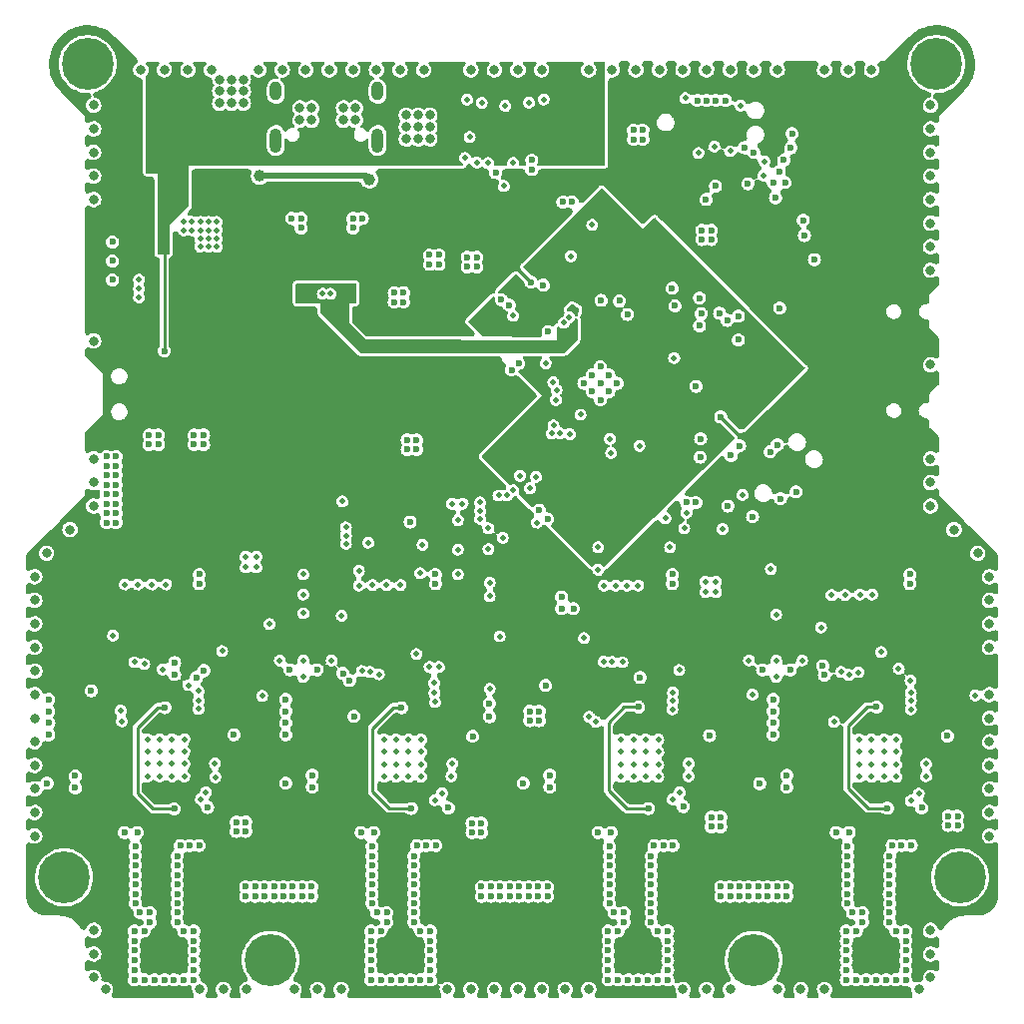
<source format=gbr>
G04 #@! TF.GenerationSoftware,KiCad,Pcbnew,(6.0.10-0)*
G04 #@! TF.CreationDate,2023-01-04T10:37:38-05:00*
G04 #@! TF.ProjectId,ReLoki_ECAD,52654c6f-6b69-45f4-9543-41442e6b6963,0.2.1*
G04 #@! TF.SameCoordinates,Original*
G04 #@! TF.FileFunction,Copper,L3,Inr*
G04 #@! TF.FilePolarity,Positive*
%FSLAX46Y46*%
G04 Gerber Fmt 4.6, Leading zero omitted, Abs format (unit mm)*
G04 Created by KiCad (PCBNEW (6.0.10-0)) date 2023-01-04 10:37:38*
%MOMM*%
%LPD*%
G01*
G04 APERTURE LIST*
G04 #@! TA.AperFunction,ComponentPad*
%ADD10C,0.600000*%
G04 #@! TD*
G04 #@! TA.AperFunction,ComponentPad*
%ADD11O,1.000000X1.600000*%
G04 #@! TD*
G04 #@! TA.AperFunction,ComponentPad*
%ADD12O,1.000000X2.100000*%
G04 #@! TD*
G04 #@! TA.AperFunction,ComponentPad*
%ADD13C,0.500000*%
G04 #@! TD*
G04 #@! TA.AperFunction,ComponentPad*
%ADD14C,4.400000*%
G04 #@! TD*
G04 #@! TA.AperFunction,ComponentPad*
%ADD15C,0.700000*%
G04 #@! TD*
G04 #@! TA.AperFunction,ViaPad*
%ADD16C,0.500000*%
G04 #@! TD*
G04 #@! TA.AperFunction,ViaPad*
%ADD17C,0.600000*%
G04 #@! TD*
G04 #@! TA.AperFunction,ViaPad*
%ADD18C,0.800000*%
G04 #@! TD*
G04 #@! TA.AperFunction,ViaPad*
%ADD19C,1.000000*%
G04 #@! TD*
G04 #@! TA.AperFunction,Conductor*
%ADD20C,0.254000*%
G04 #@! TD*
G04 #@! TA.AperFunction,Conductor*
%ADD21C,0.330200*%
G04 #@! TD*
G04 #@! TA.AperFunction,Conductor*
%ADD22C,0.508000*%
G04 #@! TD*
G04 APERTURE END LIST*
D10*
G04 #@! TO.N,GND*
G04 #@! TO.C,U1*
X111507106Y-80891259D03*
X109385785Y-80184152D03*
X110799999Y-81598366D03*
X110092892Y-80891259D03*
X110092892Y-79477045D03*
X110799999Y-80184152D03*
X111507106Y-79477045D03*
X110799999Y-78769938D03*
X112214213Y-80184152D03*
G04 #@! TD*
D11*
G04 #@! TO.N,GND*
G04 #@! TO.C,J7*
X83250000Y-55415228D03*
D12*
X91890000Y-59595228D03*
X83250000Y-59595228D03*
D11*
X91890000Y-55415228D03*
G04 #@! TD*
D13*
G04 #@! TO.N,GND*
G04 #@! TO.C,U5*
X114649999Y-110409999D03*
X112549999Y-113559999D03*
X114649999Y-113559999D03*
X115699999Y-110409999D03*
X115699999Y-111459999D03*
X112549999Y-112509999D03*
X113599999Y-111459999D03*
X113599999Y-110409999D03*
X113599999Y-113559999D03*
X112549999Y-111459999D03*
X113599999Y-112509999D03*
X115699999Y-112509999D03*
X114649999Y-111459999D03*
X114649999Y-112509999D03*
X115699999Y-113559999D03*
X112549999Y-110409999D03*
G04 #@! TD*
G04 #@! TO.N,GND*
G04 #@! TO.C,U7*
X93474999Y-110409999D03*
X92424999Y-113559999D03*
X95574999Y-113559999D03*
X92424999Y-110409999D03*
X94524999Y-110409999D03*
X95574999Y-112509999D03*
X92424999Y-111459999D03*
X94524999Y-111459999D03*
X93474999Y-111459999D03*
X95574999Y-111459999D03*
X93474999Y-113559999D03*
X92424999Y-112509999D03*
X94524999Y-113559999D03*
X93474999Y-112509999D03*
X95574999Y-110409999D03*
X94524999Y-112509999D03*
G04 #@! TD*
D14*
G04 #@! TO.N,N/C*
G04 #@! TO.C,H5*
X82800000Y-129100000D03*
G04 #@! TD*
D13*
G04 #@! TO.N,GND*
G04 #@! TO.C,U9*
X72349999Y-112484999D03*
X73399999Y-110384999D03*
X75499999Y-111434999D03*
X74449999Y-113534999D03*
X72349999Y-113534999D03*
X75499999Y-113534999D03*
X74449999Y-112484999D03*
X73399999Y-113534999D03*
X73399999Y-112484999D03*
X74449999Y-111434999D03*
X75499999Y-110384999D03*
X74449999Y-110384999D03*
X75499999Y-112484999D03*
X72349999Y-110384999D03*
X72349999Y-111434999D03*
X73399999Y-111434999D03*
G04 #@! TD*
D15*
G04 #@! TO.N,N/C*
G04 #@! TO.C,H1*
X68466726Y-54266726D03*
X66133274Y-51933274D03*
X67300000Y-51450000D03*
X67300000Y-54750000D03*
X65650000Y-53100000D03*
X66133274Y-54266726D03*
D14*
X67300000Y-53100000D03*
D15*
X68466726Y-51933274D03*
X68950000Y-53100000D03*
G04 #@! TD*
D13*
G04 #@! TO.N,GND*
G04 #@! TO.C,U3*
X134849999Y-113559999D03*
X133799999Y-110409999D03*
X135899999Y-111459999D03*
X134849999Y-110409999D03*
X133799999Y-112509999D03*
X135899999Y-113559999D03*
X135899999Y-110409999D03*
X132749999Y-110409999D03*
X134849999Y-112509999D03*
X134849999Y-111459999D03*
X132749999Y-111459999D03*
X133799999Y-113559999D03*
X135899999Y-112509999D03*
X133799999Y-111459999D03*
X132749999Y-112509999D03*
X132749999Y-113559999D03*
G04 #@! TD*
D15*
G04 #@! TO.N,N/C*
G04 #@! TO.C,H2*
X66950000Y-122100000D03*
D14*
X65300000Y-122100000D03*
D15*
X66466726Y-123266726D03*
X64133274Y-120933274D03*
X64133274Y-123266726D03*
X65300000Y-123750000D03*
X65300000Y-120450000D03*
X66466726Y-120933274D03*
X63650000Y-122100000D03*
G04 #@! TD*
G04 #@! TO.N,N/C*
G04 #@! TO.C,H3*
X140133274Y-120933274D03*
X139650000Y-122100000D03*
X141300000Y-120450000D03*
X141300000Y-123750000D03*
X142466726Y-120933274D03*
D14*
X141300000Y-122100000D03*
D15*
X142466726Y-123266726D03*
X140133274Y-123266726D03*
X142950000Y-122100000D03*
G04 #@! TD*
D14*
G04 #@! TO.N,N/C*
G04 #@! TO.C,H6*
X123800000Y-129100000D03*
G04 #@! TD*
D15*
G04 #@! TO.N,N/C*
G04 #@! TO.C,H4*
X139300000Y-51450000D03*
X137650000Y-53100000D03*
X138133274Y-51933274D03*
X140950000Y-53100000D03*
X140466726Y-54266726D03*
X140466726Y-51933274D03*
X138133274Y-54266726D03*
D14*
X139300000Y-53100000D03*
D15*
X139300000Y-54750000D03*
G04 #@! TD*
D16*
G04 #@! TO.N,+3V3*
X118900000Y-98500000D03*
X78900000Y-72250000D03*
X76800000Y-72950000D03*
D17*
X114195000Y-117005000D03*
X119125000Y-116500000D03*
X90900000Y-116250000D03*
D16*
X81400000Y-100600000D03*
X139900000Y-97000000D03*
D17*
X129700000Y-73700000D03*
D16*
X90100000Y-93400000D03*
D17*
X78900000Y-116500000D03*
D16*
X79600000Y-72250000D03*
X97200000Y-89800000D03*
D17*
X119150000Y-118100000D03*
X128900000Y-56700000D03*
D16*
X78200000Y-72250000D03*
D17*
X139325000Y-118100000D03*
D16*
X77500000Y-72250000D03*
X122800000Y-99400000D03*
D17*
X119125000Y-117300000D03*
X99000000Y-118100000D03*
D16*
X121800000Y-100600000D03*
D17*
X99000000Y-116500000D03*
X115700000Y-64800000D03*
D16*
X93350000Y-83150000D03*
D17*
X104900000Y-71600000D03*
D16*
X78900000Y-72950000D03*
D17*
X78900000Y-117300000D03*
D16*
X78200000Y-72950000D03*
D17*
X70800000Y-116250000D03*
X116000000Y-60650000D03*
X94012500Y-116962500D03*
X110950000Y-116250000D03*
D16*
X79600000Y-72950000D03*
X76800000Y-72250000D03*
D17*
X99100000Y-68300000D03*
X104300000Y-104300000D03*
X121600000Y-63450000D03*
X139325000Y-116500000D03*
X109850000Y-107500000D03*
D16*
X77500000Y-72950000D03*
X102300000Y-92400000D03*
X82700000Y-95800000D03*
D17*
X131300000Y-116200000D03*
D16*
X128900000Y-104950000D03*
D17*
X136750000Y-65550000D03*
X134455000Y-116995000D03*
X121000000Y-83050000D03*
X128050000Y-56700000D03*
X101500000Y-100550000D03*
X76700000Y-77350000D03*
X79300000Y-97100000D03*
X99000000Y-117300000D03*
X88100000Y-104950000D03*
X114900000Y-64800000D03*
X78900000Y-118100000D03*
X73942500Y-116982500D03*
X139325000Y-117300000D03*
D16*
X93850000Y-83650000D03*
D17*
X124975000Y-83650000D03*
X68550000Y-105450000D03*
D16*
G04 #@! TO.N,GND*
X85600000Y-98100000D03*
D17*
X115100000Y-124300000D03*
X83900000Y-123700000D03*
D18*
X62800000Y-98600000D03*
X96325000Y-59460229D03*
D17*
X91325000Y-126650000D03*
D18*
X143800000Y-116600000D03*
D17*
X84100000Y-108000000D03*
X119400000Y-68000000D03*
X94400000Y-85800000D03*
D18*
X78500000Y-56435229D03*
D17*
X129650000Y-104150000D03*
D18*
X62800000Y-112600000D03*
D17*
X76300000Y-129125000D03*
X116900000Y-96400000D03*
X112300000Y-130800000D03*
D16*
X134600000Y-103000000D03*
D18*
X89800000Y-53600000D03*
D17*
X74900000Y-125100000D03*
D18*
X67800000Y-58600000D03*
D17*
X93875000Y-130800000D03*
X76325000Y-84575000D03*
X72600000Y-125900000D03*
D16*
X101400000Y-98250000D03*
D17*
X91325000Y-127475000D03*
X94975000Y-122700000D03*
D16*
X85600000Y-99700000D03*
D18*
X117800000Y-53600000D03*
D17*
X116150000Y-119400000D03*
X83100000Y-122900000D03*
X111450000Y-129125000D03*
X86300000Y-122900000D03*
X131650000Y-130800000D03*
D16*
X110600000Y-94100000D03*
D17*
X120200000Y-67200000D03*
X94100000Y-72500000D03*
X115650000Y-130800000D03*
X75450000Y-130800000D03*
D16*
X109843996Y-108475543D03*
X78250000Y-67900000D03*
D17*
X101375000Y-107325000D03*
X130800000Y-118300000D03*
X101375000Y-108475000D03*
X76750000Y-97200000D03*
X112800000Y-125900000D03*
X84100000Y-109000000D03*
X69700000Y-91200000D03*
X114400000Y-58700000D03*
D16*
X90300000Y-96100000D03*
D17*
X74900000Y-122700000D03*
D18*
X67800000Y-62600000D03*
X84800000Y-131600000D03*
D16*
X97100000Y-104250000D03*
D18*
X143800000Y-102600000D03*
X143800000Y-110600000D03*
D17*
X125800000Y-123700000D03*
X121800000Y-122900000D03*
D16*
X80700000Y-94900000D03*
D17*
X91325000Y-129950000D03*
X115100000Y-125900000D03*
D18*
X62800000Y-108600000D03*
D17*
X68900000Y-87200000D03*
X131775000Y-121100000D03*
D16*
X76150000Y-67200000D03*
D17*
X68900000Y-89600000D03*
X66250000Y-113500000D03*
X94400000Y-85000000D03*
X77125000Y-84575000D03*
D18*
X138800000Y-70600000D03*
D17*
X120050000Y-110075000D03*
D18*
X67800000Y-76600000D03*
D17*
X71350000Y-121900000D03*
X99500000Y-70300000D03*
X131650000Y-129950000D03*
D18*
X62800000Y-116600000D03*
X88800000Y-131600000D03*
D17*
X74625000Y-130800000D03*
D16*
X85600000Y-105100000D03*
D17*
X91325000Y-128300000D03*
D16*
X75450000Y-67200000D03*
D18*
X133800000Y-53600000D03*
D17*
X68900000Y-90400000D03*
X70400000Y-118300000D03*
X125450000Y-63150000D03*
X136700000Y-127475000D03*
X135850000Y-126650000D03*
X104250000Y-114100000D03*
X125450000Y-109000000D03*
X131750000Y-123500000D03*
X89600000Y-72600000D03*
X122600000Y-123700000D03*
X119000000Y-56200000D03*
X111550000Y-123500000D03*
X136700000Y-130800000D03*
X71350000Y-124300000D03*
X71250000Y-129950000D03*
X73800000Y-130800000D03*
D18*
X89000000Y-56835229D03*
X121800000Y-53600000D03*
D16*
X127900000Y-103700000D03*
X101300000Y-92500000D03*
X137100000Y-105400000D03*
D18*
X125800000Y-131600000D03*
D17*
X85400000Y-66200000D03*
X108400000Y-64800000D03*
D16*
X99100000Y-90400000D03*
D18*
X103800000Y-131600000D03*
X107800000Y-131600000D03*
D17*
X126350000Y-61250000D03*
X72950000Y-130800000D03*
X111550000Y-122700000D03*
X96375000Y-129950000D03*
D18*
X138800000Y-68600000D03*
D17*
X121867564Y-86318410D03*
D18*
X90000000Y-56835229D03*
D17*
X123400000Y-123700000D03*
X105950000Y-71850000D03*
X96025000Y-119400000D03*
X100300000Y-69500000D03*
X115350000Y-119400000D03*
X91425000Y-120300000D03*
D16*
X120600000Y-97900000D03*
D18*
X95325000Y-59460229D03*
D17*
X94100000Y-73300000D03*
X84100000Y-107000000D03*
X126600000Y-123700000D03*
X132175000Y-125100000D03*
D18*
X138800000Y-56600000D03*
D17*
X106145000Y-105820000D03*
X76300000Y-130800000D03*
X91825000Y-125100000D03*
X111700000Y-118300000D03*
D16*
X95200000Y-103150000D03*
D18*
X138800000Y-130600000D03*
D17*
X117825000Y-116100000D03*
X124300000Y-114150000D03*
X69700000Y-86400000D03*
D16*
X125250000Y-95950000D03*
X98700000Y-91800000D03*
D17*
X100700000Y-118300000D03*
D18*
X86300000Y-56835229D03*
X143800000Y-112600000D03*
D17*
X106350000Y-75800000D03*
X88950000Y-104800000D03*
D18*
X62800000Y-110600000D03*
D17*
X131775000Y-121900000D03*
D16*
X101300000Y-94250000D03*
D17*
X96825000Y-119400000D03*
X94975000Y-121100000D03*
X72500000Y-85375000D03*
X116900000Y-97200000D03*
D16*
X101400000Y-106100000D03*
D18*
X138800000Y-88600000D03*
D17*
X91425000Y-123500000D03*
X121000000Y-123700000D03*
X131650000Y-126650000D03*
X100700000Y-123700000D03*
X96800000Y-97200000D03*
D18*
X119800000Y-131600000D03*
D17*
X92675000Y-125100000D03*
D18*
X138800000Y-66600000D03*
D17*
X135325000Y-122700000D03*
D18*
X142800000Y-94600000D03*
D17*
X112300000Y-126650000D03*
D18*
X121800000Y-131600000D03*
X95800000Y-53600000D03*
D17*
X72500000Y-84575000D03*
X74900000Y-124300000D03*
X71250000Y-127475000D03*
D16*
X76850000Y-68600000D03*
D17*
X81500000Y-123700000D03*
D18*
X138800000Y-126600000D03*
D17*
X140300000Y-116900000D03*
X125800000Y-122900000D03*
X74900000Y-121900000D03*
D18*
X138800000Y-64600000D03*
D17*
X137050000Y-96400000D03*
D18*
X62800000Y-114600000D03*
D17*
X89800000Y-67000000D03*
X121400000Y-56200000D03*
D16*
X77550000Y-67900000D03*
D17*
X111550000Y-119500000D03*
D18*
X119800000Y-53600000D03*
D17*
X80700000Y-117400000D03*
X96300000Y-70100000D03*
D18*
X143800000Y-100600000D03*
D17*
X102400000Y-73100000D03*
D16*
X121150000Y-92550000D03*
D17*
X125450000Y-108000000D03*
D18*
X79500000Y-56435229D03*
X109800000Y-53600000D03*
D17*
X91425000Y-124300000D03*
X135325000Y-125100000D03*
D18*
X129800000Y-131600000D03*
D17*
X118900000Y-80450000D03*
D16*
X120600000Y-97000000D03*
D18*
X97800000Y-131600000D03*
D17*
X111950000Y-125100000D03*
X115100000Y-123500000D03*
X94975000Y-125100000D03*
X96375000Y-127475000D03*
X107500000Y-98300000D03*
X135325000Y-121100000D03*
X74900000Y-123500000D03*
X74675000Y-104900000D03*
D18*
X123800000Y-53600000D03*
D17*
X118900000Y-90300000D03*
X71350000Y-122700000D03*
X115100000Y-125100000D03*
D18*
X105800000Y-53600000D03*
D17*
X97100000Y-70100000D03*
X94975000Y-124300000D03*
X75950000Y-119400000D03*
X135325000Y-121900000D03*
X86350000Y-114450000D03*
X126600000Y-114450000D03*
D18*
X94325000Y-58435229D03*
D17*
X69700000Y-88000000D03*
X79900000Y-117400000D03*
X63975000Y-108000000D03*
D16*
X102150000Y-89700000D03*
D17*
X126600000Y-122900000D03*
D18*
X143800000Y-96600000D03*
D16*
X98200000Y-90400000D03*
D18*
X90000000Y-57860229D03*
D17*
X111450000Y-127475000D03*
X105600000Y-108000000D03*
X79700000Y-110000000D03*
D18*
X67800000Y-64600000D03*
D17*
X79900000Y-118200000D03*
X113600000Y-58700000D03*
X113600000Y-59500000D03*
X110600000Y-118300000D03*
X96375000Y-129125000D03*
D18*
X99800000Y-131600000D03*
X138800000Y-90600000D03*
X62800000Y-118600000D03*
D17*
X135850000Y-130800000D03*
D18*
X140800000Y-92600000D03*
D17*
X91425000Y-122700000D03*
X68900000Y-86400000D03*
X94650000Y-91950000D03*
X103100000Y-122900000D03*
X105600000Y-90950000D03*
X84100000Y-114100000D03*
D16*
X76850000Y-67900000D03*
D18*
X85300000Y-56835229D03*
D17*
X76750000Y-119400000D03*
D18*
X80500000Y-55410229D03*
D17*
X121000000Y-117800000D03*
X77475000Y-116175000D03*
D18*
X67800000Y-86600000D03*
X103800000Y-53600000D03*
D16*
X83600000Y-103700000D03*
X76850000Y-67200000D03*
X102850000Y-89700000D03*
D17*
X136700000Y-129950000D03*
D18*
X62800000Y-96600000D03*
D17*
X92175000Y-130800000D03*
D16*
X95700000Y-93900000D03*
D17*
X102300000Y-122900000D03*
X120200000Y-117000000D03*
X115100000Y-121900000D03*
X131775000Y-119500000D03*
D18*
X86800000Y-131600000D03*
D17*
X89500000Y-105400000D03*
X121000000Y-117000000D03*
X84600000Y-66200000D03*
D18*
X85300000Y-57860229D03*
X127800000Y-131600000D03*
D16*
X105400000Y-92000000D03*
X89200000Y-93800000D03*
D17*
X84700000Y-122900000D03*
D16*
X76150000Y-66500000D03*
D17*
X102300000Y-123700000D03*
D18*
X73800000Y-53600000D03*
D17*
X77125000Y-85375000D03*
X92175000Y-126650000D03*
D18*
X80500000Y-54410229D03*
D16*
X123400000Y-103700000D03*
D17*
X134200000Y-130800000D03*
D18*
X78500000Y-55410229D03*
D16*
X125700000Y-99800000D03*
D17*
X96375000Y-126650000D03*
D16*
X85600000Y-96400000D03*
D18*
X79500000Y-55410229D03*
X79500000Y-54410229D03*
X99800000Y-53600000D03*
D17*
X111450000Y-126650000D03*
X73300000Y-84575000D03*
X125200000Y-86000000D03*
D18*
X67800000Y-56600000D03*
D17*
X76300000Y-126650000D03*
X108700000Y-73990000D03*
X116500000Y-129950000D03*
X82300000Y-122900000D03*
D18*
X77800000Y-53600000D03*
D17*
X99500000Y-69500000D03*
D18*
X101800000Y-53600000D03*
D17*
X75450000Y-126650000D03*
X119400000Y-67200000D03*
X95200000Y-85000000D03*
X125450000Y-107000000D03*
X76750000Y-96400000D03*
D18*
X67800000Y-130600000D03*
X138800000Y-86600000D03*
X71800000Y-53600000D03*
D17*
X91575000Y-118300000D03*
X94700000Y-130800000D03*
D18*
X68800000Y-131600000D03*
X78500000Y-54410229D03*
D17*
X103100000Y-123700000D03*
X80700000Y-123700000D03*
D18*
X63799999Y-94599999D03*
D17*
X104700000Y-123700000D03*
X111550000Y-121900000D03*
X131900000Y-118300000D03*
X122600000Y-85500000D03*
X72100000Y-130800000D03*
X121000000Y-122900000D03*
X133350000Y-130800000D03*
X74900000Y-125900000D03*
D16*
X81600000Y-94900000D03*
D18*
X93800000Y-53600000D03*
D17*
X97900000Y-116200000D03*
X131650000Y-129125000D03*
D18*
X83800000Y-53600000D03*
D17*
X104800000Y-108000000D03*
X93025000Y-130800000D03*
D16*
X88000000Y-103700000D03*
D17*
X103900000Y-122900000D03*
X71350000Y-123500000D03*
X111450000Y-128300000D03*
D18*
X94325000Y-59460229D03*
D16*
X89200000Y-93100000D03*
D17*
X84100000Y-110000000D03*
D18*
X143800000Y-114600000D03*
D16*
X125700000Y-103700000D03*
D17*
X125000000Y-123700000D03*
D16*
X125700000Y-105100000D03*
D18*
X67800000Y-128600000D03*
D17*
X85500000Y-123700000D03*
X75150000Y-119400000D03*
X106300000Y-91700000D03*
X68900000Y-91200000D03*
D16*
X77550000Y-67200000D03*
D17*
X135025000Y-130800000D03*
D18*
X81800000Y-53600000D03*
D16*
X78250000Y-66500000D03*
D17*
X103050000Y-73550000D03*
D16*
X81600000Y-95800000D03*
D17*
X94975000Y-125900000D03*
X86300000Y-123700000D03*
D18*
X62800000Y-106600000D03*
X113800000Y-53600000D03*
X143800000Y-118600000D03*
D16*
X98700000Y-96400000D03*
D17*
X105600000Y-108800000D03*
X136350000Y-119400000D03*
X76300000Y-129950000D03*
D18*
X76800000Y-131600000D03*
X138799999Y-58599999D03*
X115800000Y-53600000D03*
D17*
X93300000Y-73300000D03*
X106500000Y-113450000D03*
X112800000Y-125100000D03*
X119800000Y-56200000D03*
D18*
X129800000Y-53600000D03*
D17*
X71250000Y-126650000D03*
X135325000Y-124300000D03*
X64000000Y-109000000D03*
X80700000Y-118200000D03*
X90500000Y-118300000D03*
D18*
X138800000Y-60600000D03*
D17*
X86325000Y-72600000D03*
X120600000Y-56200000D03*
X69400000Y-69800000D03*
D16*
X101400000Y-97100000D03*
D17*
X85400000Y-67000000D03*
X85500000Y-122900000D03*
X85525000Y-72600000D03*
X81500000Y-122900000D03*
X140225000Y-110100000D03*
X86350000Y-113450000D03*
X123800000Y-60600000D03*
X133025000Y-125100000D03*
X69700000Y-89600000D03*
X131775000Y-122700000D03*
X91425000Y-119500000D03*
X120550000Y-63450000D03*
D18*
X111800000Y-53600000D03*
D17*
X106500000Y-114450000D03*
D18*
X80800000Y-131600000D03*
D17*
X82300000Y-123700000D03*
X99900000Y-118300000D03*
D18*
X143800000Y-106600000D03*
X117800000Y-131600000D03*
X96325000Y-58435229D03*
D17*
X77150000Y-104550000D03*
D18*
X85800000Y-53600000D03*
D17*
X100300000Y-70300000D03*
X92675000Y-125900000D03*
X107360000Y-75820000D03*
X123000000Y-60200000D03*
X100700000Y-117500000D03*
D18*
X65800000Y-92600000D03*
D17*
X76525000Y-105150000D03*
X71350000Y-119500000D03*
D16*
X85600000Y-103700000D03*
D17*
X84700000Y-123700000D03*
X114000000Y-130800000D03*
D16*
X80700000Y-95800000D03*
D17*
X101500000Y-122900000D03*
X95525000Y-126650000D03*
X123400000Y-122900000D03*
X105500000Y-123700000D03*
D16*
X102250000Y-101650000D03*
D17*
X91325000Y-130800000D03*
X69700000Y-90400000D03*
X69700000Y-87200000D03*
X116950000Y-119400000D03*
X93300000Y-72500000D03*
X120200000Y-117800000D03*
D18*
X96325000Y-57435229D03*
X91800000Y-53600000D03*
D16*
X78700000Y-102900000D03*
D18*
X94325000Y-57435229D03*
D17*
X135550000Y-119400000D03*
X68900000Y-88000000D03*
D18*
X67800000Y-60600000D03*
D17*
X101900000Y-62310229D03*
X95225000Y-119400000D03*
D16*
X75450000Y-66500000D03*
D18*
X143800000Y-108600000D03*
D17*
X94975000Y-121900000D03*
X74900000Y-121100000D03*
X111450000Y-129950000D03*
X104700000Y-122900000D03*
X96375000Y-128300000D03*
D16*
X70100000Y-107950000D03*
D17*
X115650000Y-126650000D03*
X107600000Y-64800000D03*
D16*
X77550000Y-66500000D03*
X119700000Y-97900000D03*
D17*
X94975000Y-120300000D03*
X88800000Y-72600000D03*
X76300000Y-127475000D03*
D16*
X119700000Y-97000000D03*
D18*
X131800000Y-53600000D03*
X75800000Y-53600000D03*
X78800000Y-131600000D03*
D17*
X111550000Y-121100000D03*
X96800000Y-96400000D03*
X137150000Y-119400000D03*
X136700000Y-128300000D03*
X103900000Y-123700000D03*
X111550000Y-124300000D03*
D18*
X138800000Y-78600000D03*
D17*
X94975000Y-123500000D03*
X99950000Y-110125000D03*
X71250000Y-128300000D03*
D16*
X110600000Y-96000000D03*
D17*
X129800000Y-104950000D03*
X69700000Y-88800000D03*
D16*
X75850000Y-105800000D03*
D17*
X101500000Y-123700000D03*
X76300000Y-128300000D03*
X104975000Y-62060229D03*
D18*
X67800000Y-90600000D03*
D17*
X97100000Y-69300000D03*
X71350000Y-121100000D03*
X114150000Y-105150000D03*
X121800000Y-123700000D03*
D18*
X67800000Y-126600000D03*
D17*
X131775000Y-120300000D03*
D18*
X62800000Y-100600000D03*
D17*
X125450000Y-110000000D03*
X100700000Y-122900000D03*
X116500000Y-128300000D03*
X122600000Y-122900000D03*
X71250000Y-130800000D03*
X124200000Y-123700000D03*
D18*
X95325000Y-58435229D03*
D17*
X108500000Y-99300000D03*
X133025000Y-125900000D03*
X113150000Y-130800000D03*
D18*
X137800000Y-131600000D03*
D17*
X116500000Y-126650000D03*
X115100000Y-122700000D03*
D18*
X95325000Y-57435229D03*
D17*
X136700000Y-129125000D03*
D16*
X98700000Y-94300000D03*
D18*
X138800000Y-128600000D03*
D17*
X135300000Y-123500000D03*
D18*
X62800000Y-104600000D03*
D17*
X141100000Y-116900000D03*
X91425000Y-121100000D03*
X131650000Y-128300000D03*
X72100000Y-126650000D03*
X71250000Y-129125000D03*
X96300000Y-69300000D03*
X138050000Y-116200000D03*
X89800000Y-66200000D03*
X106300000Y-123700000D03*
X71750000Y-125100000D03*
X91325000Y-129125000D03*
X111550000Y-120300000D03*
X125950000Y-62250000D03*
X83100000Y-123700000D03*
X99900000Y-117500000D03*
D16*
X78250000Y-67200000D03*
D17*
X64000000Y-110000000D03*
X135325000Y-120300000D03*
X132500000Y-126650000D03*
X114825000Y-130800000D03*
X135325000Y-125900000D03*
X83900000Y-122900000D03*
D16*
X136100000Y-104400000D03*
X76850000Y-66500000D03*
D18*
X80500000Y-56435229D03*
D17*
X74675000Y-103900000D03*
D18*
X62800000Y-102600000D03*
D17*
X115100000Y-121100000D03*
X111450000Y-130800000D03*
X63975000Y-107000000D03*
D18*
X105800000Y-131600000D03*
D17*
X66250000Y-114500000D03*
X91425000Y-121900000D03*
X131775000Y-124300000D03*
X107500000Y-99300000D03*
X116500000Y-127475000D03*
X76325000Y-85375000D03*
X132500000Y-130800000D03*
D16*
X95500000Y-96300000D03*
D17*
X74900000Y-120300000D03*
D16*
X78250000Y-68600000D03*
D17*
X131650000Y-127475000D03*
X103250000Y-79050000D03*
D18*
X67800000Y-88600000D03*
D17*
X72600000Y-125100000D03*
X125800000Y-85400000D03*
X73300000Y-85375000D03*
X116500000Y-130800000D03*
D18*
X89000000Y-57860229D03*
D16*
X89200000Y-92400000D03*
D17*
X137050000Y-97200000D03*
X104975000Y-61260229D03*
X69700000Y-92000000D03*
X126600000Y-113450000D03*
D18*
X101800000Y-131600000D03*
X143800000Y-98600000D03*
D17*
X136700000Y-126650000D03*
D16*
X116700000Y-94100000D03*
D17*
X90600000Y-66200000D03*
X68900000Y-88800000D03*
X71500000Y-118300000D03*
X105500000Y-122900000D03*
X115100000Y-120300000D03*
X114400000Y-59500000D03*
X71350000Y-120300000D03*
D16*
X122850000Y-89650000D03*
D17*
X118100000Y-90300000D03*
D18*
X86300000Y-57860229D03*
D16*
X96300000Y-104250000D03*
D17*
X95525000Y-130800000D03*
X116500000Y-129125000D03*
D18*
X125800000Y-53600000D03*
D16*
X117480000Y-104510000D03*
D17*
X67600000Y-106275000D03*
D16*
X77550000Y-68600000D03*
D17*
X106300000Y-122900000D03*
D18*
X138800000Y-62600000D03*
D17*
X124200000Y-122900000D03*
D18*
X87800000Y-53600000D03*
D17*
X95200000Y-85800000D03*
X96375000Y-130800000D03*
X80700000Y-122900000D03*
X63850000Y-114125000D03*
X103850000Y-78500000D03*
X125000000Y-122900000D03*
X69400000Y-71400000D03*
X69400000Y-68200000D03*
X141100000Y-117700000D03*
X68900000Y-92000000D03*
D18*
X109800000Y-131600000D03*
D17*
X140300000Y-117700000D03*
X104800000Y-108800000D03*
X120200000Y-68000000D03*
G04 #@! TO.N,RESET_TRGT*
X123300000Y-63250000D03*
X110850000Y-73150000D03*
D16*
X118000000Y-56000000D03*
D17*
X126000000Y-73800000D03*
G04 #@! TO.N,Net-(C46-Pad1)*
X135137500Y-116237500D03*
X134237635Y-107648201D03*
G04 #@! TO.N,Net-(C74-Pad1)*
X114862500Y-116262500D03*
X114016650Y-107644186D03*
G04 #@! TO.N,Net-(C102-Pad1)*
X94750000Y-116250000D03*
X93932207Y-107707207D03*
G04 #@! TO.N,Net-(C130-Pad1)*
X74637500Y-116287500D03*
X73838980Y-107700434D03*
G04 #@! TO.N,/Microcontroller/FC0_RXD*
X119275000Y-86450000D03*
X123700000Y-91500000D03*
X126075000Y-89975000D03*
G04 #@! TO.N,/Microcontroller/FC0_TXD*
X121600000Y-90600000D03*
X127400000Y-89400000D03*
X119300000Y-84900000D03*
D16*
G04 #@! TO.N,/Microcontroller/SWD_O*
X122669999Y-56619999D03*
X121800000Y-60500000D03*
G04 #@! TO.N,/Microcontroller/SWD_IO*
X124600000Y-62560229D03*
D17*
X119200000Y-72950000D03*
D16*
X119100000Y-60660229D03*
G04 #@! TO.N,/Microcontroller/SWD_CLK*
X120450000Y-60110229D03*
X124700000Y-61360229D03*
D17*
X117115140Y-73604135D03*
X119750000Y-64600000D03*
D16*
G04 #@! TO.N,/Host SPI Bus/HSPI_CS*
X104725000Y-56375000D03*
G04 #@! TO.N,/Host SPI Bus/HSPI_MOSI*
X101250000Y-61510229D03*
X117050000Y-78050000D03*
X102725000Y-56650000D03*
G04 #@! TO.N,/Host SPI Bus/HSPI_MISO*
X108300000Y-69400000D03*
X100300000Y-61460229D03*
X100725000Y-56400000D03*
G04 #@! TO.N,/Host SPI Bus/HSPI_CLK*
X99325000Y-61060229D03*
X99475000Y-56125000D03*
X103400000Y-74450000D03*
G04 #@! TO.N,/Host SPI Bus/HOST_IRQ*
X105975000Y-56125000D03*
X103400000Y-61500000D03*
X110100000Y-66750000D03*
G04 #@! TO.N,Net-(D21-Pad3)*
X102600000Y-63460229D03*
X99695888Y-59295888D03*
D17*
G04 #@! TO.N,/Microcontroller/LED0*
X127050000Y-59000000D03*
X121550000Y-74850000D03*
G04 #@! TO.N,/Microcontroller/LED1*
X120900000Y-74250000D03*
X126950000Y-60200000D03*
D16*
G04 #@! TO.N,/Microcontroller/DW1000_RST3*
X78125000Y-113600500D03*
X73650000Y-104450000D03*
G04 #@! TO.N,Net-(R3-Pad2)*
X109100000Y-82850000D03*
X73950000Y-97250000D03*
G04 #@! TO.N,/Microcontroller/DW1000_IRQ3*
X69450000Y-101600000D03*
G04 #@! TO.N,Net-(R4-Pad2)*
X70450000Y-97250000D03*
X106800000Y-80100000D03*
G04 #@! TO.N,/Microcontroller/DW1000_WKUP1*
X116925000Y-115475700D03*
X111050000Y-103800000D03*
G04 #@! TO.N,Net-(R5-Pad2)*
X107371727Y-84428273D03*
X112100000Y-97350000D03*
G04 #@! TO.N,/Microcontroller/HS_SPI_CS0*
X137800000Y-115000000D03*
X131874863Y-104928705D03*
G04 #@! TO.N,Net-(R6-Pad2)*
X132800000Y-98100000D03*
X111700000Y-86100000D03*
G04 #@! TO.N,/Microcontroller/DW1000_WKUP0*
X131221727Y-104678273D03*
X137125000Y-115600000D03*
G04 #@! TO.N,Net-(R7-Pad2)*
X117900000Y-92500000D03*
X131550000Y-98150000D03*
G04 #@! TO.N,/Microcontroller/DW1000_IRQ0*
X129500000Y-100900000D03*
G04 #@! TO.N,Net-(R8-Pad2)*
X130400000Y-98150000D03*
X116300000Y-91650000D03*
G04 #@! TO.N,/Microcontroller/DW1000_WKUP3*
X76900000Y-115475000D03*
X71250000Y-103850000D03*
G04 #@! TO.N,Net-(R9-Pad2)*
X71550000Y-97250000D03*
X107069040Y-80745695D03*
G04 #@! TO.N,/Microcontroller/DW1000_SYNC*
X78099453Y-112444000D03*
X142600000Y-106650000D03*
X82100000Y-106700000D03*
X138423232Y-112468590D03*
X118275000Y-112425000D03*
X82700000Y-100600000D03*
X98237071Y-112454750D03*
X123700000Y-106600000D03*
X102500000Y-93300000D03*
X91100000Y-93700000D03*
G04 #@! TO.N,/Microcontroller/DW1000_IRQ2*
X88850000Y-99900000D03*
G04 #@! TO.N,Net-(R11-Pad2)*
X105328273Y-88128273D03*
X90300000Y-97350000D03*
D17*
G04 #@! TO.N,/Microcontroller/LED2*
X126450000Y-63150000D03*
X119350000Y-74275700D03*
G04 #@! TO.N,/Microcontroller/LED3*
X125650000Y-64450000D03*
X113075000Y-74348900D03*
D16*
G04 #@! TO.N,Net-(R14-Pad1)*
X113050000Y-97350000D03*
X108196727Y-84503273D03*
G04 #@! TO.N,/Microcontroller/HS_SPI_CS1*
X117505961Y-114882651D03*
X111773207Y-103821011D03*
G04 #@! TO.N,Net-(R15-Pad1)*
X92650000Y-97300000D03*
X104800000Y-89100000D03*
G04 #@! TO.N,/Microcontroller/HS_SPI_CS2*
X97375000Y-114950000D03*
X91245549Y-104674271D03*
G04 #@! TO.N,Net-(R16-Pad1)*
X106806508Y-83772263D03*
X114000000Y-97350000D03*
G04 #@! TO.N,/Microcontroller/DW1000_RST1*
X118275000Y-113510699D03*
X112650000Y-103850000D03*
G04 #@! TO.N,Net-(R17-Pad1)*
X103983830Y-88024324D03*
X91450000Y-97300000D03*
G04 #@! TO.N,/Microcontroller/DW1000_WKUP2*
X96750000Y-115550000D03*
X90550000Y-104600000D03*
G04 #@! TO.N,Net-(R18-Pad1)*
X106646727Y-84453273D03*
X111100000Y-97350000D03*
G04 #@! TO.N,/Microcontroller/DW1000_IRQ1*
X109400000Y-101800000D03*
G04 #@! TO.N,Net-(R19-Pad1)*
X118096727Y-91153273D03*
X133850000Y-98100000D03*
G04 #@! TO.N,/Microcontroller/DW1000_RST0*
X138425000Y-113520490D03*
X132700000Y-104700000D03*
G04 #@! TO.N,Net-(R20-Pad1)*
X72750000Y-97250000D03*
X107000000Y-81600000D03*
G04 #@! TO.N,/Microcontroller/HS_SPI_CS3*
X77325000Y-114900000D03*
X72100000Y-104000000D03*
G04 #@! TO.N,Net-(R21-Pad1)*
X114100000Y-85500000D03*
X106150000Y-78500000D03*
G04 #@! TO.N,Net-(R22-Pad1)*
X103400000Y-89250000D03*
X93850000Y-97300000D03*
G04 #@! TO.N,/Microcontroller/DW1000_RST2*
X98159227Y-113515773D03*
X92000000Y-104871727D03*
D17*
G04 #@! TO.N,/Microcontroller/LED_R*
X122500000Y-74500000D03*
X128000000Y-66350000D03*
G04 #@! TO.N,/Microcontroller/LED_G*
X128100000Y-67650000D03*
X119200000Y-75300000D03*
G04 #@! TO.N,/Microcontroller/LED_B*
X122500000Y-76500000D03*
X128950000Y-69700000D03*
D16*
G04 #@! TO.N,/Microcontroller/USB1_D_P*
X87234000Y-72600000D03*
X108144053Y-74585947D03*
G04 #@! TO.N,/Microcontroller/USB1_D_N*
X87896000Y-72600000D03*
X107675947Y-75054053D03*
G04 #@! TO.N,/Microcontroller/HS_SPI_MOSI*
X96777255Y-107227720D03*
X137125000Y-107850000D03*
X100600000Y-91699503D03*
X76700000Y-107800000D03*
X116900000Y-107850000D03*
G04 #@! TO.N,/Microcontroller/HS_SPI_SCK*
X137125000Y-106425000D03*
X100600000Y-90300000D03*
X96680000Y-105600000D03*
X116945638Y-106408732D03*
X76700000Y-106300000D03*
G04 #@! TO.N,/Microcontroller/HS_SPI_MISO*
X100600000Y-91000000D03*
X76700000Y-107100000D03*
X137124999Y-107124502D03*
X116921975Y-107128522D03*
X96711727Y-106450000D03*
G04 #@! TO.N,/Power/3V3_SW*
X71650000Y-71400000D03*
X71650000Y-72900000D03*
X71650000Y-72150000D03*
D19*
G04 #@! TO.N,VBUS*
X91200000Y-62900000D03*
X81900000Y-62600000D03*
D17*
G04 #@! TO.N,VIN*
X73800000Y-62550000D03*
X108500000Y-57500000D03*
X74200000Y-61850000D03*
X73800000Y-63350000D03*
X108500000Y-58500000D03*
X109500000Y-57500000D03*
X73800000Y-77450000D03*
X109500000Y-58500000D03*
X75500000Y-57500000D03*
X76500000Y-59700000D03*
X76500000Y-57500000D03*
X77500000Y-58500000D03*
X76500000Y-58500000D03*
X110500000Y-57500000D03*
X110500000Y-58500000D03*
X76500000Y-60500000D03*
X77500000Y-57500000D03*
X73400000Y-61850000D03*
X75500000Y-58500000D03*
G04 #@! TO.N,VDDA_TRGT*
X116875000Y-72125000D03*
X112400000Y-73200000D03*
G04 #@! TO.N,VDD_TRGT*
X106350000Y-90200000D03*
X111800000Y-68350000D03*
X100750000Y-75450000D03*
X118250000Y-73475000D03*
X119825000Y-85725000D03*
X100200000Y-74900000D03*
X122925000Y-82475000D03*
D16*
X103050000Y-86800000D03*
D17*
X112300000Y-68950000D03*
X107050000Y-90800000D03*
X117325000Y-88125000D03*
G04 #@! TO.N,/TCXO/CLK_0*
X126900000Y-104500000D03*
D16*
X130600000Y-108900000D03*
D17*
G04 #@! TO.N,/TCXO/CLK_1*
X124550000Y-104500000D03*
D16*
X110400000Y-108900000D03*
D17*
G04 #@! TO.N,/TCXO/CLK_2*
X89900000Y-108450000D03*
X86750000Y-104500000D03*
D16*
G04 #@! TO.N,/TCXO/CLK_3*
X70200000Y-108850000D03*
D17*
X84450000Y-104500000D03*
D16*
G04 #@! TO.N,/Microcontroller/SYNC_L*
X111600000Y-84900000D03*
X88900000Y-90200000D03*
G04 #@! TD*
D20*
G04 #@! TO.N,+3V3*
X121000000Y-83050000D02*
X122450000Y-84500000D01*
D21*
X99100000Y-68300000D02*
X101600000Y-68300000D01*
D20*
X124125000Y-84500000D02*
X124975000Y-83650000D01*
X122450000Y-84500000D02*
X124125000Y-84500000D01*
D21*
X101600000Y-68300000D02*
X104900000Y-71600000D01*
D20*
G04 #@! TO.N,Net-(C46-Pad1)*
X131800000Y-114550000D02*
X131800000Y-109250000D01*
X131800000Y-109250000D02*
X133401799Y-107648201D01*
X135137500Y-116237500D02*
X133487500Y-116237500D01*
X133487500Y-116237500D02*
X131800000Y-114550000D01*
X133401799Y-107648201D02*
X134237635Y-107648201D01*
G04 #@! TO.N,Net-(C74-Pad1)*
X111500000Y-108950000D02*
X111500000Y-114750000D01*
X113012500Y-116262500D02*
X114862500Y-116262500D01*
X114016650Y-107644186D02*
X112805814Y-107644186D01*
X112805814Y-107644186D02*
X111500000Y-108950000D01*
X111500000Y-114750000D02*
X113012500Y-116262500D01*
G04 #@! TO.N,Net-(C102-Pad1)*
X93200000Y-107700000D02*
X93925000Y-107700000D01*
X94750000Y-116250000D02*
X92900000Y-116250000D01*
X91450000Y-109450000D02*
X93200000Y-107700000D01*
X91450000Y-114800000D02*
X91450000Y-109450000D01*
X92900000Y-116250000D02*
X91450000Y-114800000D01*
G04 #@! TO.N,Net-(C130-Pad1)*
X71500000Y-109400000D02*
X73199566Y-107700434D01*
X73199566Y-107700434D02*
X73838980Y-107700434D01*
X72837500Y-116287500D02*
X71500000Y-114950000D01*
X71500000Y-114950000D02*
X71500000Y-109400000D01*
X74637500Y-116287500D02*
X72837500Y-116287500D01*
D22*
G04 #@! TO.N,VBUS*
X90900000Y-62600000D02*
X81900000Y-62600000D01*
X91200000Y-62900000D02*
X90900000Y-62600000D01*
D20*
G04 #@! TO.N,VIN*
X73800000Y-63350000D02*
X73800000Y-77450000D01*
G04 #@! TD*
G04 #@! TA.AperFunction,Conductor*
G04 #@! TO.N,GND*
G36*
X90042121Y-71720002D02*
G01*
X90088614Y-71773658D01*
X90100000Y-71826000D01*
X90100000Y-73299000D01*
X90079998Y-73367121D01*
X90026342Y-73413614D01*
X89974000Y-73425000D01*
X89450000Y-73425000D01*
X89450000Y-75050000D01*
X90900000Y-76500000D01*
X90910661Y-76500007D01*
X90910662Y-76500007D01*
X107061884Y-76509989D01*
X107061885Y-76509989D01*
X107080000Y-76510000D01*
X107080000Y-75474912D01*
X107100002Y-75406791D01*
X107153658Y-75360298D01*
X107223932Y-75350194D01*
X107288512Y-75379688D01*
X107302451Y-75393837D01*
X107330445Y-75427140D01*
X107330447Y-75427142D01*
X107336223Y-75434013D01*
X107343694Y-75438986D01*
X107343695Y-75438987D01*
X107449048Y-75509116D01*
X107449050Y-75509117D01*
X107456521Y-75514090D01*
X107465085Y-75516766D01*
X107465088Y-75516767D01*
X107525489Y-75535637D01*
X107594457Y-75557185D01*
X107738945Y-75559833D01*
X107758477Y-75554508D01*
X107869710Y-75524183D01*
X107869712Y-75524182D01*
X107878369Y-75521822D01*
X108001519Y-75446207D01*
X108098498Y-75339067D01*
X108161507Y-75209015D01*
X108166630Y-75178565D01*
X108197657Y-75114707D01*
X108257743Y-75077907D01*
X108337815Y-75056077D01*
X108346475Y-75053716D01*
X108469625Y-74978101D01*
X108566604Y-74870961D01*
X108620608Y-74759496D01*
X108668310Y-74706913D01*
X108736868Y-74688467D01*
X108804516Y-74710014D01*
X108849775Y-74764714D01*
X108860000Y-74814434D01*
X108860000Y-76428130D01*
X108839998Y-76496251D01*
X108823484Y-76516836D01*
X107756985Y-77592691D01*
X107694822Y-77626987D01*
X107667467Y-77629985D01*
X95704197Y-77626526D01*
X90477169Y-77625015D01*
X90409054Y-77604993D01*
X90388110Y-77588110D01*
X87061905Y-74261905D01*
X87027879Y-74199593D01*
X87025000Y-74172810D01*
X87025000Y-73424999D01*
X86823549Y-73424999D01*
X85076000Y-73425000D01*
X85007879Y-73404998D01*
X84961386Y-73351342D01*
X84950000Y-73299000D01*
X84950000Y-72593773D01*
X86724350Y-72593773D01*
X86725514Y-72602675D01*
X86725514Y-72602678D01*
X86741924Y-72728164D01*
X86743088Y-72737065D01*
X86801289Y-72869339D01*
X86894276Y-72979960D01*
X86901747Y-72984933D01*
X86901748Y-72984934D01*
X87007101Y-73055063D01*
X87007103Y-73055064D01*
X87014574Y-73060037D01*
X87023138Y-73062713D01*
X87023141Y-73062714D01*
X87083542Y-73081585D01*
X87152510Y-73103132D01*
X87296998Y-73105780D01*
X87316530Y-73100455D01*
X87427763Y-73070130D01*
X87427765Y-73070129D01*
X87436422Y-73067769D01*
X87498718Y-73029519D01*
X87567234Y-73010921D01*
X87634465Y-73032007D01*
X87669101Y-73055063D01*
X87669103Y-73055064D01*
X87676574Y-73060037D01*
X87685138Y-73062713D01*
X87685141Y-73062714D01*
X87745542Y-73081585D01*
X87814510Y-73103132D01*
X87958998Y-73105780D01*
X87978530Y-73100455D01*
X88089763Y-73070130D01*
X88089765Y-73070129D01*
X88098422Y-73067769D01*
X88221572Y-72992154D01*
X88318551Y-72885014D01*
X88381560Y-72754962D01*
X88405536Y-72612453D01*
X88405688Y-72600000D01*
X88385201Y-72456948D01*
X88325388Y-72325395D01*
X88319530Y-72318596D01*
X88319527Y-72318592D01*
X88236916Y-72222718D01*
X88236913Y-72222716D01*
X88231056Y-72215918D01*
X88158584Y-72168944D01*
X88117324Y-72142200D01*
X88117322Y-72142199D01*
X88109790Y-72137317D01*
X88092921Y-72132272D01*
X87979938Y-72098482D01*
X87979936Y-72098482D01*
X87971337Y-72095910D01*
X87962363Y-72095855D01*
X87962361Y-72095855D01*
X87899082Y-72095469D01*
X87826827Y-72095028D01*
X87818196Y-72097495D01*
X87818194Y-72097495D01*
X87696509Y-72132272D01*
X87696505Y-72132274D01*
X87687879Y-72134739D01*
X87680293Y-72139525D01*
X87680285Y-72139529D01*
X87632353Y-72169773D01*
X87564069Y-72189208D01*
X87496584Y-72168944D01*
X87455325Y-72142201D01*
X87455323Y-72142200D01*
X87447790Y-72137317D01*
X87430921Y-72132272D01*
X87317938Y-72098482D01*
X87317936Y-72098482D01*
X87309337Y-72095910D01*
X87300363Y-72095855D01*
X87300361Y-72095855D01*
X87237082Y-72095469D01*
X87164827Y-72095028D01*
X87156196Y-72097495D01*
X87156194Y-72097495D01*
X87034509Y-72132272D01*
X87034505Y-72132274D01*
X87025879Y-72134739D01*
X87018292Y-72139526D01*
X87018290Y-72139527D01*
X86939551Y-72189208D01*
X86903661Y-72211853D01*
X86807999Y-72320170D01*
X86746583Y-72450982D01*
X86724350Y-72593773D01*
X84950000Y-72593773D01*
X84950000Y-71826000D01*
X84970002Y-71757879D01*
X85023658Y-71711386D01*
X85076000Y-71700000D01*
X89974000Y-71700000D01*
X90042121Y-71720002D01*
G37*
G04 #@! TD.AperFunction*
G04 #@! TA.AperFunction,Conductor*
G36*
X108448156Y-73505966D02*
G01*
X108476975Y-73521067D01*
X108806403Y-73752368D01*
X108850661Y-73807882D01*
X108860000Y-73855488D01*
X108860000Y-74360051D01*
X108839998Y-74428172D01*
X108786342Y-74474665D01*
X108716068Y-74484769D01*
X108651488Y-74455275D01*
X108619299Y-74412202D01*
X108595587Y-74360051D01*
X108573441Y-74311342D01*
X108567583Y-74304543D01*
X108567580Y-74304539D01*
X108484969Y-74208665D01*
X108484966Y-74208663D01*
X108479109Y-74201865D01*
X108357843Y-74123264D01*
X108349223Y-74120686D01*
X108227991Y-74084429D01*
X108227989Y-74084429D01*
X108219390Y-74081857D01*
X108210416Y-74081802D01*
X108210414Y-74081802D01*
X108119933Y-74081250D01*
X108075518Y-74080979D01*
X108007521Y-74060561D01*
X107961356Y-74006623D01*
X107951681Y-73936289D01*
X107981568Y-73871889D01*
X107986853Y-73866225D01*
X108315139Y-73535432D01*
X108377322Y-73501170D01*
X108448156Y-73505966D01*
G37*
G04 #@! TD.AperFunction*
G04 #@! TD*
G04 #@! TA.AperFunction,Conductor*
G04 #@! TO.N,VDD_TRGT*
G36*
X110944032Y-63660134D02*
G01*
X110989095Y-63689095D01*
X114400000Y-67100000D01*
X115310905Y-66189095D01*
X115373217Y-66155069D01*
X115444032Y-66160134D01*
X115489095Y-66189095D01*
X128110394Y-78810394D01*
X128144420Y-78872706D01*
X128139355Y-78943521D01*
X128109884Y-78989092D01*
X122958332Y-84082103D01*
X122895826Y-84115772D01*
X122869747Y-84118500D01*
X122660213Y-84118500D01*
X122592092Y-84098498D01*
X122571118Y-84081595D01*
X121592526Y-83103003D01*
X121558500Y-83040691D01*
X121556699Y-83030355D01*
X121549828Y-82978164D01*
X121540228Y-82905246D01*
X121484355Y-82770358D01*
X121395474Y-82654526D01*
X121388924Y-82649500D01*
X121388921Y-82649497D01*
X121286196Y-82570673D01*
X121286194Y-82570672D01*
X121279643Y-82565645D01*
X121144754Y-82509772D01*
X121000000Y-82490715D01*
X120991812Y-82491793D01*
X120863432Y-82508694D01*
X120863430Y-82508695D01*
X120855246Y-82509772D01*
X120807430Y-82529578D01*
X120727986Y-82562485D01*
X120727984Y-82562486D01*
X120720358Y-82565645D01*
X120604526Y-82654526D01*
X120515645Y-82770358D01*
X120459772Y-82905246D01*
X120440715Y-83050000D01*
X120441793Y-83058188D01*
X120449844Y-83119339D01*
X120459772Y-83194754D01*
X120462931Y-83202380D01*
X120509358Y-83314463D01*
X120515645Y-83329642D01*
X120604526Y-83445474D01*
X120611076Y-83450500D01*
X120611079Y-83450503D01*
X120683185Y-83505832D01*
X120720357Y-83534355D01*
X120855246Y-83590228D01*
X120891559Y-83595009D01*
X120980355Y-83606699D01*
X121045283Y-83635421D01*
X121053004Y-83642526D01*
X122131663Y-84721185D01*
X122165689Y-84783497D01*
X122160624Y-84854312D01*
X122131153Y-84899883D01*
X119479080Y-87521819D01*
X111195184Y-95711579D01*
X111132678Y-95745248D01*
X111061893Y-95739778D01*
X111011146Y-95704224D01*
X110940916Y-95622718D01*
X110940913Y-95622716D01*
X110935056Y-95615918D01*
X110813790Y-95537317D01*
X110796921Y-95532272D01*
X110683938Y-95498482D01*
X110683936Y-95498482D01*
X110675337Y-95495910D01*
X110666363Y-95495855D01*
X110666361Y-95495855D01*
X110603082Y-95495469D01*
X110530827Y-95495028D01*
X110522196Y-95497495D01*
X110522194Y-95497495D01*
X110400509Y-95532272D01*
X110400505Y-95532274D01*
X110391879Y-95534739D01*
X110269661Y-95611853D01*
X110263718Y-95618582D01*
X110263717Y-95618583D01*
X110190598Y-95701375D01*
X110130513Y-95739193D01*
X110059519Y-95738523D01*
X110007062Y-95707062D01*
X108393773Y-94093773D01*
X110090350Y-94093773D01*
X110091514Y-94102675D01*
X110091514Y-94102678D01*
X110107924Y-94228164D01*
X110109088Y-94237065D01*
X110167289Y-94369339D01*
X110260276Y-94479960D01*
X110267747Y-94484933D01*
X110267748Y-94484934D01*
X110373101Y-94555063D01*
X110373103Y-94555064D01*
X110380574Y-94560037D01*
X110389138Y-94562713D01*
X110389141Y-94562714D01*
X110449542Y-94581585D01*
X110518510Y-94603132D01*
X110662998Y-94605780D01*
X110682530Y-94600455D01*
X110793763Y-94570130D01*
X110793765Y-94570129D01*
X110802422Y-94567769D01*
X110925572Y-94492154D01*
X111022551Y-94385014D01*
X111085560Y-94254962D01*
X111109536Y-94112453D01*
X111109688Y-94100000D01*
X111089201Y-93956948D01*
X111029388Y-93825395D01*
X111023530Y-93818596D01*
X111023527Y-93818592D01*
X110940916Y-93722718D01*
X110940913Y-93722716D01*
X110935056Y-93715918D01*
X110813790Y-93637317D01*
X110796921Y-93632272D01*
X110683938Y-93598482D01*
X110683936Y-93598482D01*
X110675337Y-93595910D01*
X110666363Y-93595855D01*
X110666361Y-93595855D01*
X110603082Y-93595469D01*
X110530827Y-93595028D01*
X110522196Y-93597495D01*
X110522194Y-93597495D01*
X110400509Y-93632272D01*
X110400505Y-93632274D01*
X110391879Y-93634739D01*
X110269661Y-93711853D01*
X110173999Y-93820170D01*
X110112583Y-93950982D01*
X110111203Y-93959846D01*
X110111202Y-93959849D01*
X110108782Y-93975395D01*
X110090350Y-94093773D01*
X108393773Y-94093773D01*
X106627320Y-92327320D01*
X106593294Y-92265008D01*
X106598359Y-92194193D01*
X106639709Y-92138264D01*
X106695474Y-92095474D01*
X106784355Y-91979642D01*
X106840228Y-91844754D01*
X106859285Y-91700000D01*
X106853546Y-91656405D01*
X106841306Y-91563432D01*
X106841305Y-91563430D01*
X106840228Y-91555246D01*
X106784355Y-91420358D01*
X106729879Y-91349364D01*
X106700501Y-91311077D01*
X106700500Y-91311076D01*
X106695474Y-91304526D01*
X106688924Y-91299500D01*
X106688921Y-91299497D01*
X106586196Y-91220673D01*
X106586194Y-91220672D01*
X106579643Y-91215645D01*
X106444754Y-91159772D01*
X106300000Y-91140715D01*
X106291812Y-91141793D01*
X106283554Y-91141793D01*
X106283554Y-91139860D01*
X106223906Y-91130559D01*
X106170807Y-91083432D01*
X106151616Y-91015078D01*
X106152685Y-91000129D01*
X106157999Y-90959772D01*
X106159285Y-90950000D01*
X106146249Y-90850982D01*
X106141306Y-90813432D01*
X106141305Y-90813430D01*
X106140228Y-90805246D01*
X106104988Y-90720170D01*
X106087515Y-90677986D01*
X106087514Y-90677984D01*
X106084355Y-90670358D01*
X106014746Y-90579642D01*
X106000501Y-90561077D01*
X106000500Y-90561076D01*
X105995474Y-90554526D01*
X105988924Y-90549500D01*
X105988921Y-90549497D01*
X105886196Y-90470673D01*
X105886194Y-90470672D01*
X105879643Y-90465645D01*
X105744754Y-90409772D01*
X105600000Y-90390715D01*
X105591812Y-90391793D01*
X105463432Y-90408694D01*
X105463430Y-90408695D01*
X105455246Y-90409772D01*
X105407430Y-90429578D01*
X105327986Y-90462485D01*
X105327984Y-90462486D01*
X105320358Y-90465645D01*
X105204526Y-90554526D01*
X105199503Y-90561072D01*
X105199499Y-90561076D01*
X105140028Y-90638580D01*
X105082690Y-90680447D01*
X105011819Y-90684669D01*
X104950971Y-90650971D01*
X103889994Y-89589994D01*
X103855968Y-89527682D01*
X103861033Y-89456867D01*
X103865696Y-89445962D01*
X103881648Y-89413036D01*
X103885560Y-89404962D01*
X103909536Y-89262453D01*
X103909624Y-89255246D01*
X103909629Y-89254860D01*
X103909629Y-89254856D01*
X103909688Y-89250000D01*
X103891346Y-89121926D01*
X103890474Y-89115835D01*
X103890473Y-89115833D01*
X103889201Y-89106948D01*
X103883211Y-89093773D01*
X104290350Y-89093773D01*
X104291514Y-89102675D01*
X104291514Y-89102678D01*
X104303581Y-89194952D01*
X104309088Y-89237065D01*
X104367289Y-89369339D01*
X104373063Y-89376208D01*
X104439476Y-89455215D01*
X104460276Y-89479960D01*
X104467747Y-89484933D01*
X104467748Y-89484934D01*
X104573101Y-89555063D01*
X104573103Y-89555064D01*
X104580574Y-89560037D01*
X104589138Y-89562713D01*
X104589141Y-89562714D01*
X104642953Y-89579526D01*
X104718510Y-89603132D01*
X104862998Y-89605780D01*
X104920901Y-89589994D01*
X104993763Y-89570130D01*
X104993765Y-89570129D01*
X105002422Y-89567769D01*
X105125572Y-89492154D01*
X105222551Y-89385014D01*
X105285560Y-89254962D01*
X105309536Y-89112453D01*
X105309688Y-89100000D01*
X105296015Y-89004526D01*
X105290474Y-88965835D01*
X105290473Y-88965833D01*
X105289201Y-88956948D01*
X105229388Y-88825395D01*
X105227913Y-88823683D01*
X105209007Y-88758764D01*
X105229160Y-88690687D01*
X105282919Y-88644314D01*
X105337315Y-88633064D01*
X105391271Y-88634053D01*
X105400984Y-88631405D01*
X105522036Y-88598403D01*
X105522038Y-88598402D01*
X105530695Y-88596042D01*
X105653845Y-88520427D01*
X105750824Y-88413287D01*
X105813833Y-88283235D01*
X105837809Y-88140726D01*
X105837961Y-88128273D01*
X105823074Y-88024324D01*
X105818747Y-87994108D01*
X105818746Y-87994106D01*
X105817474Y-87985221D01*
X105757661Y-87853668D01*
X105751803Y-87846869D01*
X105751800Y-87846865D01*
X105669189Y-87750991D01*
X105669186Y-87750989D01*
X105663329Y-87744191D01*
X105542063Y-87665590D01*
X105457307Y-87640242D01*
X105412211Y-87626755D01*
X105412209Y-87626755D01*
X105403610Y-87624183D01*
X105394636Y-87624128D01*
X105394634Y-87624128D01*
X105331355Y-87623742D01*
X105259100Y-87623301D01*
X105250469Y-87625768D01*
X105250467Y-87625768D01*
X105128782Y-87660545D01*
X105128778Y-87660547D01*
X105120152Y-87663012D01*
X104997934Y-87740126D01*
X104991991Y-87746855D01*
X104991990Y-87746856D01*
X104982243Y-87757893D01*
X104902272Y-87848443D01*
X104898458Y-87856566D01*
X104898457Y-87856568D01*
X104890695Y-87873101D01*
X104840856Y-87979255D01*
X104839476Y-87988119D01*
X104839475Y-87988122D01*
X104831900Y-88036777D01*
X104818623Y-88122046D01*
X104819787Y-88130948D01*
X104819787Y-88130951D01*
X104826108Y-88179286D01*
X104837361Y-88265338D01*
X104895562Y-88397612D01*
X104900485Y-88403468D01*
X104919321Y-88471228D01*
X104898336Y-88539053D01*
X104844014Y-88584765D01*
X104792566Y-88595405D01*
X104730827Y-88595028D01*
X104722196Y-88597495D01*
X104722194Y-88597495D01*
X104600509Y-88632272D01*
X104600505Y-88632274D01*
X104591879Y-88634739D01*
X104584292Y-88639526D01*
X104584290Y-88639527D01*
X104503207Y-88690687D01*
X104469661Y-88711853D01*
X104463718Y-88718582D01*
X104463717Y-88718583D01*
X104405729Y-88784242D01*
X104373999Y-88820170D01*
X104312583Y-88950982D01*
X104311203Y-88959846D01*
X104311202Y-88959849D01*
X104298143Y-89043724D01*
X104290350Y-89093773D01*
X103883211Y-89093773D01*
X103829388Y-88975395D01*
X103823530Y-88968596D01*
X103823527Y-88968592D01*
X103740916Y-88872718D01*
X103740913Y-88872716D01*
X103735056Y-88865918D01*
X103613790Y-88787317D01*
X103532331Y-88762955D01*
X103483938Y-88748482D01*
X103483936Y-88748482D01*
X103475337Y-88745910D01*
X103466363Y-88745855D01*
X103466361Y-88745855D01*
X103403082Y-88745469D01*
X103330827Y-88745028D01*
X103322196Y-88747495D01*
X103322194Y-88747495D01*
X103200514Y-88782271D01*
X103191879Y-88784739D01*
X103191737Y-88784242D01*
X103127665Y-88792948D01*
X103063314Y-88762955D01*
X103057468Y-88757468D01*
X102318097Y-88018097D01*
X103474180Y-88018097D01*
X103475344Y-88026999D01*
X103475344Y-88027002D01*
X103486613Y-88113174D01*
X103492918Y-88161389D01*
X103551119Y-88293663D01*
X103644106Y-88404284D01*
X103651577Y-88409257D01*
X103651578Y-88409258D01*
X103756931Y-88479387D01*
X103756933Y-88479388D01*
X103764404Y-88484361D01*
X103772968Y-88487037D01*
X103772971Y-88487038D01*
X103833372Y-88505908D01*
X103902340Y-88527456D01*
X104046828Y-88530104D01*
X104056541Y-88527456D01*
X104177593Y-88494454D01*
X104177595Y-88494453D01*
X104186252Y-88492093D01*
X104309402Y-88416478D01*
X104406381Y-88309338D01*
X104469390Y-88179286D01*
X104493366Y-88036777D01*
X104493518Y-88024324D01*
X104473031Y-87881272D01*
X104413218Y-87749719D01*
X104407360Y-87742920D01*
X104407357Y-87742916D01*
X104324746Y-87647042D01*
X104324743Y-87647040D01*
X104318886Y-87640242D01*
X104197620Y-87561641D01*
X104180751Y-87556596D01*
X104067768Y-87522806D01*
X104067766Y-87522806D01*
X104059167Y-87520234D01*
X104050193Y-87520179D01*
X104050191Y-87520179D01*
X103986912Y-87519793D01*
X103914657Y-87519352D01*
X103906026Y-87521819D01*
X103906024Y-87521819D01*
X103784339Y-87556596D01*
X103784335Y-87556598D01*
X103775709Y-87559063D01*
X103653491Y-87636177D01*
X103647548Y-87642906D01*
X103647547Y-87642907D01*
X103623202Y-87670473D01*
X103557829Y-87744494D01*
X103496413Y-87875306D01*
X103495033Y-87884170D01*
X103495032Y-87884173D01*
X103480228Y-87979255D01*
X103474180Y-88018097D01*
X102318097Y-88018097D01*
X100789095Y-86489095D01*
X100755069Y-86426783D01*
X100760134Y-86355968D01*
X100789095Y-86310905D01*
X102652954Y-84447046D01*
X106137077Y-84447046D01*
X106138241Y-84455948D01*
X106138241Y-84455951D01*
X106146685Y-84520520D01*
X106155815Y-84590338D01*
X106214016Y-84722612D01*
X106219790Y-84729481D01*
X106256046Y-84772612D01*
X106307003Y-84833233D01*
X106314474Y-84838206D01*
X106314475Y-84838207D01*
X106419828Y-84908336D01*
X106419830Y-84908337D01*
X106427301Y-84913310D01*
X106435865Y-84915986D01*
X106435868Y-84915987D01*
X106476650Y-84928728D01*
X106565237Y-84956405D01*
X106709725Y-84959053D01*
X106776989Y-84940715D01*
X106840490Y-84923403D01*
X106840492Y-84923402D01*
X106849149Y-84921042D01*
X106948936Y-84859772D01*
X106963752Y-84850675D01*
X107032269Y-84832077D01*
X107099499Y-84853162D01*
X107152301Y-84888310D01*
X107160865Y-84890986D01*
X107160868Y-84890987D01*
X107190111Y-84900123D01*
X107290237Y-84931405D01*
X107434725Y-84934053D01*
X107454257Y-84928728D01*
X107565490Y-84898403D01*
X107565492Y-84898402D01*
X107574149Y-84896042D01*
X107623204Y-84865922D01*
X107675293Y-84833939D01*
X107743810Y-84815341D01*
X107811506Y-84836738D01*
X107837671Y-84860237D01*
X107851223Y-84876358D01*
X107851227Y-84876361D01*
X107857003Y-84883233D01*
X107864474Y-84888206D01*
X107864475Y-84888207D01*
X107969828Y-84958336D01*
X107969830Y-84958337D01*
X107977301Y-84963310D01*
X107985865Y-84965986D01*
X107985868Y-84965987D01*
X108046269Y-84984857D01*
X108115237Y-85006405D01*
X108259725Y-85009053D01*
X108279257Y-85003728D01*
X108390490Y-84973403D01*
X108390492Y-84973402D01*
X108399149Y-84971042D01*
X108522299Y-84895427D01*
X108523796Y-84893773D01*
X111090350Y-84893773D01*
X111091514Y-84902675D01*
X111091514Y-84902678D01*
X111104833Y-85004526D01*
X111109088Y-85037065D01*
X111167289Y-85169339D01*
X111260276Y-85279960D01*
X111267747Y-85284933D01*
X111267748Y-85284934D01*
X111373101Y-85355063D01*
X111373103Y-85355064D01*
X111380574Y-85360037D01*
X111389138Y-85362713D01*
X111389143Y-85362715D01*
X111491656Y-85394742D01*
X111550713Y-85434148D01*
X111579090Y-85499227D01*
X111567778Y-85569317D01*
X111520368Y-85622164D01*
X111505529Y-85630027D01*
X111500509Y-85632273D01*
X111491879Y-85634739D01*
X111369661Y-85711853D01*
X111363718Y-85718582D01*
X111363717Y-85718583D01*
X111322260Y-85765525D01*
X111273999Y-85820170D01*
X111270185Y-85828293D01*
X111270184Y-85828295D01*
X111249824Y-85871661D01*
X111212583Y-85950982D01*
X111211203Y-85959846D01*
X111211202Y-85959849D01*
X111195441Y-86061077D01*
X111190350Y-86093773D01*
X111191514Y-86102675D01*
X111191514Y-86102678D01*
X111199508Y-86163807D01*
X111209088Y-86237065D01*
X111267289Y-86369339D01*
X111360276Y-86479960D01*
X111367747Y-86484933D01*
X111367748Y-86484934D01*
X111473101Y-86555063D01*
X111473103Y-86555064D01*
X111480574Y-86560037D01*
X111489138Y-86562713D01*
X111489141Y-86562714D01*
X111547114Y-86580826D01*
X111618510Y-86603132D01*
X111762998Y-86605780D01*
X111782530Y-86600455D01*
X111893763Y-86570130D01*
X111893765Y-86570129D01*
X111902422Y-86567769D01*
X112025572Y-86492154D01*
X112063728Y-86450000D01*
X118715715Y-86450000D01*
X118716793Y-86458188D01*
X118729547Y-86555063D01*
X118734772Y-86594754D01*
X118737931Y-86602380D01*
X118784118Y-86713884D01*
X118790645Y-86729642D01*
X118879526Y-86845474D01*
X118886076Y-86850500D01*
X118886079Y-86850503D01*
X118988804Y-86929327D01*
X118995357Y-86934355D01*
X119130246Y-86990228D01*
X119275000Y-87009285D01*
X119283188Y-87008207D01*
X119411566Y-86991306D01*
X119419754Y-86990228D01*
X119554643Y-86934355D01*
X119561196Y-86929327D01*
X119663921Y-86850503D01*
X119663924Y-86850500D01*
X119670474Y-86845474D01*
X119759355Y-86729642D01*
X119765883Y-86713884D01*
X119812069Y-86602380D01*
X119815228Y-86594754D01*
X119820454Y-86555063D01*
X119833207Y-86458188D01*
X119834285Y-86450000D01*
X119821906Y-86355968D01*
X119816306Y-86313432D01*
X119816305Y-86313430D01*
X119815228Y-86305246D01*
X119759355Y-86170358D01*
X119670474Y-86054526D01*
X119663924Y-86049500D01*
X119663921Y-86049497D01*
X119561196Y-85970673D01*
X119561194Y-85970672D01*
X119554643Y-85965645D01*
X119419754Y-85909772D01*
X119275000Y-85890715D01*
X119266812Y-85891793D01*
X119138432Y-85908694D01*
X119138430Y-85908695D01*
X119130246Y-85909772D01*
X119098466Y-85922936D01*
X119002986Y-85962485D01*
X119002984Y-85962486D01*
X118995358Y-85965645D01*
X118970975Y-85984355D01*
X118898160Y-86040228D01*
X118879526Y-86054526D01*
X118790645Y-86170358D01*
X118734772Y-86305246D01*
X118733695Y-86313430D01*
X118733694Y-86313432D01*
X118728094Y-86355968D01*
X118715715Y-86450000D01*
X112063728Y-86450000D01*
X112122551Y-86385014D01*
X112185560Y-86254962D01*
X112209536Y-86112453D01*
X112209688Y-86100000D01*
X112199347Y-86027796D01*
X112190474Y-85965835D01*
X112190473Y-85965833D01*
X112189201Y-85956948D01*
X112129388Y-85825395D01*
X112123530Y-85818596D01*
X112123527Y-85818592D01*
X112040916Y-85722718D01*
X112040913Y-85722716D01*
X112035056Y-85715918D01*
X111927356Y-85646110D01*
X111921324Y-85642200D01*
X111921322Y-85642199D01*
X111913790Y-85637317D01*
X111905191Y-85634745D01*
X111905188Y-85634744D01*
X111837162Y-85614400D01*
X111808924Y-85605955D01*
X111749390Y-85567273D01*
X111720220Y-85502546D01*
X111721526Y-85493773D01*
X113590350Y-85493773D01*
X113591514Y-85502675D01*
X113591514Y-85502678D01*
X113603591Y-85595028D01*
X113609088Y-85637065D01*
X113667289Y-85769339D01*
X113760276Y-85879960D01*
X113767747Y-85884933D01*
X113767748Y-85884934D01*
X113873101Y-85955063D01*
X113873103Y-85955064D01*
X113880574Y-85960037D01*
X113889138Y-85962713D01*
X113889141Y-85962714D01*
X113949542Y-85981585D01*
X114018510Y-86003132D01*
X114162998Y-86005780D01*
X114184199Y-86000000D01*
X114293763Y-85970130D01*
X114293765Y-85970129D01*
X114302422Y-85967769D01*
X114425572Y-85892154D01*
X114522551Y-85785014D01*
X114585560Y-85654962D01*
X114609536Y-85512453D01*
X114609688Y-85500000D01*
X114599347Y-85427796D01*
X114590474Y-85365835D01*
X114590473Y-85365833D01*
X114589201Y-85356948D01*
X114529388Y-85225395D01*
X114523530Y-85218596D01*
X114523527Y-85218592D01*
X114440916Y-85122718D01*
X114440913Y-85122716D01*
X114435056Y-85115918D01*
X114337239Y-85052516D01*
X114321324Y-85042200D01*
X114321322Y-85042199D01*
X114313790Y-85037317D01*
X114283185Y-85028164D01*
X114183938Y-84998482D01*
X114183936Y-84998482D01*
X114175337Y-84995910D01*
X114166363Y-84995855D01*
X114166361Y-84995855D01*
X114103082Y-84995469D01*
X114030827Y-84995028D01*
X114022196Y-84997495D01*
X114022194Y-84997495D01*
X113900509Y-85032272D01*
X113900505Y-85032274D01*
X113891879Y-85034739D01*
X113884292Y-85039526D01*
X113884290Y-85039527D01*
X113777254Y-85107062D01*
X113769661Y-85111853D01*
X113763718Y-85118582D01*
X113763717Y-85118583D01*
X113718891Y-85169339D01*
X113673999Y-85220170D01*
X113612583Y-85350982D01*
X113611203Y-85359846D01*
X113611202Y-85359849D01*
X113595720Y-85459285D01*
X113590350Y-85493773D01*
X111721526Y-85493773D01*
X111730675Y-85432323D01*
X111777436Y-85378901D01*
X111794227Y-85370003D01*
X111802422Y-85367769D01*
X111925572Y-85292154D01*
X112022551Y-85185014D01*
X112085560Y-85054962D01*
X112109536Y-84912453D01*
X112109688Y-84900000D01*
X118740715Y-84900000D01*
X118741793Y-84908188D01*
X118758454Y-85034739D01*
X118759772Y-85044754D01*
X118762931Y-85052380D01*
X118791089Y-85120358D01*
X118815645Y-85179642D01*
X118850753Y-85225395D01*
X118896873Y-85285500D01*
X118904526Y-85295474D01*
X118911076Y-85300500D01*
X118911079Y-85300503D01*
X119013249Y-85378901D01*
X119020357Y-85384355D01*
X119155246Y-85440228D01*
X119300000Y-85459285D01*
X119308188Y-85458207D01*
X119436566Y-85441306D01*
X119444754Y-85440228D01*
X119579643Y-85384355D01*
X119586751Y-85378901D01*
X119688921Y-85300503D01*
X119688924Y-85300500D01*
X119695474Y-85295474D01*
X119703128Y-85285500D01*
X119749247Y-85225395D01*
X119784355Y-85179642D01*
X119808912Y-85120358D01*
X119837069Y-85052380D01*
X119840228Y-85044754D01*
X119841547Y-85034739D01*
X119858207Y-84908188D01*
X119859285Y-84900000D01*
X119854799Y-84865922D01*
X119841306Y-84763432D01*
X119841305Y-84763430D01*
X119840228Y-84755246D01*
X119803392Y-84666316D01*
X119787515Y-84627986D01*
X119787514Y-84627984D01*
X119784355Y-84620358D01*
X119707747Y-84520520D01*
X119700501Y-84511077D01*
X119700500Y-84511076D01*
X119695474Y-84504526D01*
X119688924Y-84499500D01*
X119688921Y-84499497D01*
X119586196Y-84420673D01*
X119586194Y-84420672D01*
X119579643Y-84415645D01*
X119444754Y-84359772D01*
X119300000Y-84340715D01*
X119291812Y-84341793D01*
X119163432Y-84358694D01*
X119163430Y-84358695D01*
X119155246Y-84359772D01*
X119132707Y-84369108D01*
X119027986Y-84412485D01*
X119027984Y-84412486D01*
X119020358Y-84415645D01*
X118904526Y-84504526D01*
X118815645Y-84620358D01*
X118812486Y-84627984D01*
X118812485Y-84627986D01*
X118796608Y-84666316D01*
X118759772Y-84755246D01*
X118758695Y-84763430D01*
X118758694Y-84763432D01*
X118745201Y-84865922D01*
X118740715Y-84900000D01*
X112109688Y-84900000D01*
X112096109Y-84805183D01*
X112090474Y-84765835D01*
X112090473Y-84765833D01*
X112089201Y-84756948D01*
X112029388Y-84625395D01*
X112023530Y-84618596D01*
X112023527Y-84618592D01*
X111940916Y-84522718D01*
X111940913Y-84522716D01*
X111935056Y-84515918D01*
X111813790Y-84437317D01*
X111796921Y-84432272D01*
X111683938Y-84398482D01*
X111683936Y-84398482D01*
X111675337Y-84395910D01*
X111666363Y-84395855D01*
X111666361Y-84395855D01*
X111603082Y-84395469D01*
X111530827Y-84395028D01*
X111522196Y-84397495D01*
X111522194Y-84397495D01*
X111400509Y-84432272D01*
X111400505Y-84432274D01*
X111391879Y-84434739D01*
X111384292Y-84439526D01*
X111384290Y-84439527D01*
X111277254Y-84507062D01*
X111269661Y-84511853D01*
X111263718Y-84518582D01*
X111263717Y-84518583D01*
X111260065Y-84522718D01*
X111173999Y-84620170D01*
X111170185Y-84628293D01*
X111170184Y-84628295D01*
X111150016Y-84671253D01*
X111112583Y-84750982D01*
X111111203Y-84759846D01*
X111111202Y-84759849D01*
X111091915Y-84883725D01*
X111090350Y-84893773D01*
X108523796Y-84893773D01*
X108619278Y-84788287D01*
X108682287Y-84658235D01*
X108706263Y-84515726D01*
X108706415Y-84503273D01*
X108694585Y-84420672D01*
X108687201Y-84369108D01*
X108687200Y-84369106D01*
X108685928Y-84360221D01*
X108626115Y-84228668D01*
X108620257Y-84221869D01*
X108620254Y-84221865D01*
X108537643Y-84125991D01*
X108537640Y-84125989D01*
X108531783Y-84119191D01*
X108471150Y-84079890D01*
X108418051Y-84045473D01*
X108418049Y-84045472D01*
X108410517Y-84040590D01*
X108380668Y-84031663D01*
X108280665Y-84001755D01*
X108280663Y-84001755D01*
X108272064Y-83999183D01*
X108263090Y-83999128D01*
X108263088Y-83999128D01*
X108199809Y-83998742D01*
X108127554Y-83998301D01*
X108118923Y-84000768D01*
X108118921Y-84000768D01*
X107997236Y-84035545D01*
X107997232Y-84035547D01*
X107988606Y-84038012D01*
X107981019Y-84042799D01*
X107981017Y-84042800D01*
X107894409Y-84097446D01*
X107826124Y-84116880D01*
X107758172Y-84096311D01*
X107731720Y-84073131D01*
X107712646Y-84050994D01*
X107712641Y-84050990D01*
X107706783Y-84044191D01*
X107639790Y-84000768D01*
X107593051Y-83970473D01*
X107593049Y-83970472D01*
X107585517Y-83965590D01*
X107576917Y-83963018D01*
X107455665Y-83926755D01*
X107455663Y-83926755D01*
X107447064Y-83924183D01*
X107438089Y-83924128D01*
X107429208Y-83922801D01*
X107429488Y-83920925D01*
X107372201Y-83903722D01*
X107326037Y-83849783D01*
X107315575Y-83787504D01*
X107316044Y-83784716D01*
X107316196Y-83772263D01*
X107295709Y-83629211D01*
X107235896Y-83497658D01*
X107230038Y-83490859D01*
X107230035Y-83490855D01*
X107147424Y-83394981D01*
X107147421Y-83394979D01*
X107141564Y-83388181D01*
X107051250Y-83329642D01*
X107027832Y-83314463D01*
X107027830Y-83314462D01*
X107020298Y-83309580D01*
X107011678Y-83307002D01*
X106890446Y-83270745D01*
X106890444Y-83270745D01*
X106881845Y-83268173D01*
X106872871Y-83268118D01*
X106872869Y-83268118D01*
X106809590Y-83267732D01*
X106737335Y-83267291D01*
X106728704Y-83269758D01*
X106728702Y-83269758D01*
X106607017Y-83304535D01*
X106607013Y-83304537D01*
X106598387Y-83307002D01*
X106590800Y-83311789D01*
X106590798Y-83311790D01*
X106497974Y-83370358D01*
X106476169Y-83384116D01*
X106380507Y-83492433D01*
X106319091Y-83623245D01*
X106296858Y-83766036D01*
X106298022Y-83774938D01*
X106298022Y-83774941D01*
X106299585Y-83786891D01*
X106315596Y-83909328D01*
X106329162Y-83940159D01*
X106338290Y-84010566D01*
X106308275Y-84074312D01*
X106262634Y-84125991D01*
X106220726Y-84173443D01*
X106216912Y-84181566D01*
X106216911Y-84181568D01*
X106203898Y-84209285D01*
X106159310Y-84304255D01*
X106157930Y-84313119D01*
X106157929Y-84313122D01*
X106138592Y-84437317D01*
X106137077Y-84447046D01*
X102652954Y-84447046D01*
X104256227Y-82843773D01*
X108590350Y-82843773D01*
X108591514Y-82852675D01*
X108591514Y-82852678D01*
X108599459Y-82913431D01*
X108609088Y-82987065D01*
X108667289Y-83119339D01*
X108673063Y-83126208D01*
X108737093Y-83202380D01*
X108760276Y-83229960D01*
X108767747Y-83234933D01*
X108767748Y-83234934D01*
X108873101Y-83305063D01*
X108873103Y-83305064D01*
X108880574Y-83310037D01*
X108889138Y-83312713D01*
X108889141Y-83312714D01*
X108949542Y-83331585D01*
X109018510Y-83353132D01*
X109162998Y-83355780D01*
X109182530Y-83350455D01*
X109293763Y-83320130D01*
X109293765Y-83320129D01*
X109302422Y-83317769D01*
X109425572Y-83242154D01*
X109522551Y-83135014D01*
X109555279Y-83067463D01*
X109581645Y-83013043D01*
X109581645Y-83013042D01*
X109585560Y-83004962D01*
X109609536Y-82862453D01*
X109609688Y-82850000D01*
X109589201Y-82706948D01*
X109529388Y-82575395D01*
X109523530Y-82568596D01*
X109523527Y-82568592D01*
X109440916Y-82472718D01*
X109440913Y-82472716D01*
X109435056Y-82465918D01*
X109313790Y-82387317D01*
X109296921Y-82382272D01*
X109183938Y-82348482D01*
X109183936Y-82348482D01*
X109175337Y-82345910D01*
X109166363Y-82345855D01*
X109166361Y-82345855D01*
X109103082Y-82345469D01*
X109030827Y-82345028D01*
X109022196Y-82347495D01*
X109022194Y-82347495D01*
X108900509Y-82382272D01*
X108900505Y-82382274D01*
X108891879Y-82384739D01*
X108769661Y-82461853D01*
X108763718Y-82468582D01*
X108763717Y-82468583D01*
X108724550Y-82512932D01*
X108673999Y-82570170D01*
X108612583Y-82700982D01*
X108590350Y-82843773D01*
X104256227Y-82843773D01*
X105850000Y-81250000D01*
X104693773Y-80093773D01*
X106290350Y-80093773D01*
X106291514Y-80102675D01*
X106291514Y-80102678D01*
X106303239Y-80192340D01*
X106309088Y-80237065D01*
X106367289Y-80369339D01*
X106460276Y-80479960D01*
X106517911Y-80518325D01*
X106519616Y-80519460D01*
X106565238Y-80573858D01*
X106574296Y-80643732D01*
X106560771Y-80730595D01*
X106560771Y-80730599D01*
X106559390Y-80739468D01*
X106560554Y-80748370D01*
X106560554Y-80748373D01*
X106573252Y-80845474D01*
X106578128Y-80882760D01*
X106636329Y-81015034D01*
X106642103Y-81021903D01*
X106667490Y-81052105D01*
X106696010Y-81117121D01*
X106684853Y-81187236D01*
X106665480Y-81216587D01*
X106573999Y-81320170D01*
X106570185Y-81328293D01*
X106570184Y-81328295D01*
X106540524Y-81391469D01*
X106512583Y-81450982D01*
X106511203Y-81459846D01*
X106511202Y-81459849D01*
X106492196Y-81581920D01*
X106490350Y-81593773D01*
X106491514Y-81602675D01*
X106491514Y-81602678D01*
X106507924Y-81728164D01*
X106509088Y-81737065D01*
X106567289Y-81869339D01*
X106660276Y-81979960D01*
X106667747Y-81984933D01*
X106667748Y-81984934D01*
X106773101Y-82055063D01*
X106773103Y-82055064D01*
X106780574Y-82060037D01*
X106789138Y-82062713D01*
X106789141Y-82062714D01*
X106837086Y-82077693D01*
X106918510Y-82103132D01*
X107062998Y-82105780D01*
X107082530Y-82100455D01*
X107193763Y-82070130D01*
X107193765Y-82070129D01*
X107202422Y-82067769D01*
X107325572Y-81992154D01*
X107422551Y-81885014D01*
X107485560Y-81754962D01*
X107509536Y-81612453D01*
X107509688Y-81600000D01*
X107499347Y-81527796D01*
X107490474Y-81465835D01*
X107490473Y-81465833D01*
X107489201Y-81456948D01*
X107429388Y-81325395D01*
X107402277Y-81293931D01*
X107372964Y-81229269D01*
X107383263Y-81159023D01*
X107404316Y-81127128D01*
X107491591Y-81030709D01*
X107554600Y-80900657D01*
X107578576Y-80758148D01*
X107578728Y-80745695D01*
X107558241Y-80602643D01*
X107498428Y-80471090D01*
X107492570Y-80464291D01*
X107492567Y-80464287D01*
X107409956Y-80368413D01*
X107409953Y-80368411D01*
X107404096Y-80361613D01*
X107350488Y-80326866D01*
X107304206Y-80273031D01*
X107294768Y-80200230D01*
X107297473Y-80184152D01*
X108826500Y-80184152D01*
X108827578Y-80192340D01*
X108839142Y-80280175D01*
X108845557Y-80328906D01*
X108862305Y-80369339D01*
X108892325Y-80441812D01*
X108901430Y-80463794D01*
X108990311Y-80579626D01*
X108996861Y-80584652D01*
X108996864Y-80584655D01*
X109099589Y-80663479D01*
X109106142Y-80668507D01*
X109241031Y-80724380D01*
X109385785Y-80743437D01*
X109393973Y-80742359D01*
X109402231Y-80742359D01*
X109402231Y-80743863D01*
X109463372Y-80753401D01*
X109516468Y-80800533D01*
X109535654Y-80868888D01*
X109534685Y-80882436D01*
X109534685Y-80883071D01*
X109533607Y-80891259D01*
X109534685Y-80899447D01*
X109548821Y-81006820D01*
X109552664Y-81036013D01*
X109608537Y-81170901D01*
X109697418Y-81286733D01*
X109703968Y-81291759D01*
X109703971Y-81291762D01*
X109751582Y-81328295D01*
X109813249Y-81375614D01*
X109948138Y-81431487D01*
X110092892Y-81450544D01*
X110101080Y-81449466D01*
X110109338Y-81449466D01*
X110109338Y-81450970D01*
X110170479Y-81460508D01*
X110223575Y-81507640D01*
X110242761Y-81575995D01*
X110241792Y-81589543D01*
X110241792Y-81590178D01*
X110240714Y-81598366D01*
X110259771Y-81743120D01*
X110279577Y-81790936D01*
X110308651Y-81861125D01*
X110315644Y-81878008D01*
X110320671Y-81884559D01*
X110393875Y-81979960D01*
X110404525Y-81993840D01*
X110411075Y-81998866D01*
X110411078Y-81998869D01*
X110494750Y-82063073D01*
X110520356Y-82082721D01*
X110655245Y-82138594D01*
X110799999Y-82157651D01*
X110808187Y-82156573D01*
X110936565Y-82139672D01*
X110944753Y-82138594D01*
X111079642Y-82082721D01*
X111105248Y-82063073D01*
X111188920Y-81998869D01*
X111188923Y-81998866D01*
X111195473Y-81993840D01*
X111206124Y-81979960D01*
X111279327Y-81884559D01*
X111284354Y-81878008D01*
X111291348Y-81861125D01*
X111320421Y-81790936D01*
X111340227Y-81743120D01*
X111359284Y-81598366D01*
X111358206Y-81590178D01*
X111358206Y-81581920D01*
X111359710Y-81581920D01*
X111369248Y-81520779D01*
X111416380Y-81467683D01*
X111484735Y-81448497D01*
X111498283Y-81449466D01*
X111498918Y-81449466D01*
X111507106Y-81450544D01*
X111515294Y-81449466D01*
X111522655Y-81448497D01*
X111651860Y-81431487D01*
X111786749Y-81375614D01*
X111848416Y-81328295D01*
X111896027Y-81291762D01*
X111896030Y-81291759D01*
X111902580Y-81286733D01*
X111991461Y-81170901D01*
X112047334Y-81036013D01*
X112051178Y-81006820D01*
X112065313Y-80899447D01*
X112066391Y-80891259D01*
X112065313Y-80883071D01*
X112065313Y-80874813D01*
X112066817Y-80874813D01*
X112076355Y-80813672D01*
X112123487Y-80760576D01*
X112191842Y-80741390D01*
X112205390Y-80742359D01*
X112206025Y-80742359D01*
X112214213Y-80743437D01*
X112222401Y-80742359D01*
X112229762Y-80741390D01*
X112358967Y-80724380D01*
X112493856Y-80668507D01*
X112500409Y-80663479D01*
X112603134Y-80584655D01*
X112603137Y-80584652D01*
X112609687Y-80579626D01*
X112698568Y-80463794D01*
X112704282Y-80450000D01*
X118340715Y-80450000D01*
X118359772Y-80594754D01*
X118415645Y-80729642D01*
X118504526Y-80845474D01*
X118511076Y-80850500D01*
X118511079Y-80850503D01*
X118613804Y-80929327D01*
X118620357Y-80934355D01*
X118755246Y-80990228D01*
X118900000Y-81009285D01*
X118908188Y-81008207D01*
X118918724Y-81006820D01*
X119044754Y-80990228D01*
X119179643Y-80934355D01*
X119186196Y-80929327D01*
X119288921Y-80850503D01*
X119288924Y-80850500D01*
X119295474Y-80845474D01*
X119384355Y-80729642D01*
X119440228Y-80594754D01*
X119459285Y-80450000D01*
X119443343Y-80328906D01*
X119441306Y-80313432D01*
X119441305Y-80313430D01*
X119440228Y-80305246D01*
X119396729Y-80200230D01*
X119387515Y-80177986D01*
X119387514Y-80177984D01*
X119384355Y-80170358D01*
X119295474Y-80054526D01*
X119288924Y-80049500D01*
X119288921Y-80049497D01*
X119186196Y-79970673D01*
X119186194Y-79970672D01*
X119179643Y-79965645D01*
X119044754Y-79909772D01*
X118900000Y-79890715D01*
X118891812Y-79891793D01*
X118763432Y-79908694D01*
X118763430Y-79908695D01*
X118755246Y-79909772D01*
X118707430Y-79929578D01*
X118627986Y-79962485D01*
X118627984Y-79962486D01*
X118620358Y-79965645D01*
X118504526Y-80054526D01*
X118415645Y-80170358D01*
X118412486Y-80177984D01*
X118412485Y-80177986D01*
X118403271Y-80200230D01*
X118359772Y-80305246D01*
X118358695Y-80313430D01*
X118358694Y-80313432D01*
X118356657Y-80328906D01*
X118340715Y-80450000D01*
X112704282Y-80450000D01*
X112707674Y-80441812D01*
X112737693Y-80369339D01*
X112754441Y-80328906D01*
X112760857Y-80280175D01*
X112772420Y-80192340D01*
X112773498Y-80184152D01*
X112757295Y-80061077D01*
X112755519Y-80047584D01*
X112755518Y-80047582D01*
X112754441Y-80039398D01*
X112725974Y-79970673D01*
X112701728Y-79912138D01*
X112701727Y-79912136D01*
X112698568Y-79904510D01*
X112609687Y-79788678D01*
X112603137Y-79783652D01*
X112603134Y-79783649D01*
X112500409Y-79704825D01*
X112500407Y-79704824D01*
X112493856Y-79699797D01*
X112358967Y-79643924D01*
X112214213Y-79624867D01*
X112206025Y-79625945D01*
X112197767Y-79625945D01*
X112197767Y-79624441D01*
X112136626Y-79614903D01*
X112083530Y-79567771D01*
X112064344Y-79499416D01*
X112065313Y-79485868D01*
X112065313Y-79485233D01*
X112066391Y-79477045D01*
X112047334Y-79332291D01*
X111991461Y-79197403D01*
X111902580Y-79081571D01*
X111896030Y-79076545D01*
X111896027Y-79076542D01*
X111793302Y-78997718D01*
X111793300Y-78997717D01*
X111786749Y-78992690D01*
X111651860Y-78936817D01*
X111507106Y-78917760D01*
X111498918Y-78918838D01*
X111490660Y-78918838D01*
X111490660Y-78917334D01*
X111429519Y-78907796D01*
X111376423Y-78860664D01*
X111357237Y-78792309D01*
X111358206Y-78778761D01*
X111358206Y-78778126D01*
X111359284Y-78769938D01*
X111345211Y-78663043D01*
X111341305Y-78633370D01*
X111341304Y-78633368D01*
X111340227Y-78625184D01*
X111292531Y-78510037D01*
X111287514Y-78497924D01*
X111287513Y-78497922D01*
X111284354Y-78490296D01*
X111195473Y-78374464D01*
X111188923Y-78369438D01*
X111188920Y-78369435D01*
X111086195Y-78290611D01*
X111086193Y-78290610D01*
X111079642Y-78285583D01*
X110962778Y-78237176D01*
X110952382Y-78232870D01*
X110944753Y-78229710D01*
X110799999Y-78210653D01*
X110791811Y-78211731D01*
X110663431Y-78228632D01*
X110663429Y-78228633D01*
X110655245Y-78229710D01*
X110645929Y-78233569D01*
X110527985Y-78282423D01*
X110527983Y-78282424D01*
X110520357Y-78285583D01*
X110466469Y-78326933D01*
X110415771Y-78365835D01*
X110404525Y-78374464D01*
X110315644Y-78490296D01*
X110312485Y-78497922D01*
X110312484Y-78497924D01*
X110307467Y-78510037D01*
X110259771Y-78625184D01*
X110258694Y-78633368D01*
X110258693Y-78633370D01*
X110254787Y-78663043D01*
X110240714Y-78769938D01*
X110241792Y-78778126D01*
X110241792Y-78786384D01*
X110240288Y-78786384D01*
X110230750Y-78847525D01*
X110183618Y-78900621D01*
X110115263Y-78919807D01*
X110101715Y-78918838D01*
X110101080Y-78918838D01*
X110092892Y-78917760D01*
X110084704Y-78918838D01*
X109956324Y-78935739D01*
X109956322Y-78935740D01*
X109948138Y-78936817D01*
X109910368Y-78952462D01*
X109820878Y-78989530D01*
X109820876Y-78989531D01*
X109813250Y-78992690D01*
X109751297Y-79040228D01*
X109709661Y-79072177D01*
X109697418Y-79081571D01*
X109608537Y-79197403D01*
X109552664Y-79332291D01*
X109533607Y-79477045D01*
X109534685Y-79485233D01*
X109534685Y-79493491D01*
X109533181Y-79493491D01*
X109523643Y-79554632D01*
X109476511Y-79607728D01*
X109408156Y-79626914D01*
X109394608Y-79625945D01*
X109393973Y-79625945D01*
X109385785Y-79624867D01*
X109377597Y-79625945D01*
X109249217Y-79642846D01*
X109249215Y-79642847D01*
X109241031Y-79643924D01*
X109203261Y-79659569D01*
X109113771Y-79696637D01*
X109113769Y-79696638D01*
X109106143Y-79699797D01*
X108990311Y-79788678D01*
X108901430Y-79904510D01*
X108898271Y-79912136D01*
X108898270Y-79912138D01*
X108874024Y-79970673D01*
X108845557Y-80039398D01*
X108844480Y-80047582D01*
X108844479Y-80047584D01*
X108842703Y-80061077D01*
X108826500Y-80184152D01*
X107297473Y-80184152D01*
X107309536Y-80112453D01*
X107309688Y-80100000D01*
X107291167Y-79970673D01*
X107290474Y-79965835D01*
X107290473Y-79965833D01*
X107289201Y-79956948D01*
X107229388Y-79825395D01*
X107223530Y-79818596D01*
X107223527Y-79818592D01*
X107140916Y-79722718D01*
X107140913Y-79722716D01*
X107135056Y-79715918D01*
X107074423Y-79676618D01*
X107021324Y-79642200D01*
X107021322Y-79642199D01*
X107013790Y-79637317D01*
X106996921Y-79632272D01*
X106883938Y-79598482D01*
X106883936Y-79598482D01*
X106875337Y-79595910D01*
X106866363Y-79595855D01*
X106866361Y-79595855D01*
X106803082Y-79595469D01*
X106730827Y-79595028D01*
X106722196Y-79597495D01*
X106722194Y-79597495D01*
X106600509Y-79632272D01*
X106600505Y-79632274D01*
X106591879Y-79634739D01*
X106584292Y-79639526D01*
X106584290Y-79639527D01*
X106477254Y-79707062D01*
X106469661Y-79711853D01*
X106373999Y-79820170D01*
X106312583Y-79950982D01*
X106311203Y-79959846D01*
X106311202Y-79959849D01*
X106295441Y-80061077D01*
X106290350Y-80093773D01*
X104693773Y-80093773D01*
X103862140Y-79262140D01*
X103828114Y-79199828D01*
X103833179Y-79129013D01*
X103875726Y-79072177D01*
X103934788Y-79048123D01*
X103986566Y-79041306D01*
X103994754Y-79040228D01*
X104129643Y-78984355D01*
X104136196Y-78979327D01*
X104238921Y-78900503D01*
X104238924Y-78900500D01*
X104245474Y-78895474D01*
X104253128Y-78885500D01*
X104324635Y-78792309D01*
X104334355Y-78779642D01*
X104390228Y-78644754D01*
X104392805Y-78625184D01*
X104407964Y-78510037D01*
X104409285Y-78500000D01*
X104390228Y-78355246D01*
X104361372Y-78285583D01*
X104337515Y-78227986D01*
X104337514Y-78227984D01*
X104334355Y-78220358D01*
X104245474Y-78104526D01*
X104242141Y-78101969D01*
X104209016Y-78041309D01*
X104214078Y-77970493D01*
X104256622Y-77913656D01*
X104323142Y-77888842D01*
X104332171Y-77888521D01*
X105392369Y-77888827D01*
X105741138Y-77888928D01*
X105809253Y-77908950D01*
X105855731Y-77962619D01*
X105865814Y-78032896D01*
X105836303Y-78097468D01*
X105825509Y-78108163D01*
X105819661Y-78111853D01*
X105723999Y-78220170D01*
X105662583Y-78350982D01*
X105661203Y-78359846D01*
X105661202Y-78359849D01*
X105650286Y-78429960D01*
X105640350Y-78493773D01*
X105641514Y-78502675D01*
X105641514Y-78502678D01*
X105656537Y-78617558D01*
X105659088Y-78637065D01*
X105717289Y-78769339D01*
X105810276Y-78879960D01*
X105817747Y-78884933D01*
X105817748Y-78884934D01*
X105923101Y-78955063D01*
X105923103Y-78955064D01*
X105930574Y-78960037D01*
X105939138Y-78962713D01*
X105939141Y-78962714D01*
X105992316Y-78979327D01*
X106068510Y-79003132D01*
X106212998Y-79005780D01*
X106232530Y-79000455D01*
X106343763Y-78970130D01*
X106343765Y-78970129D01*
X106352422Y-78967769D01*
X106475572Y-78892154D01*
X106572551Y-78785014D01*
X106635560Y-78654962D01*
X106659536Y-78512453D01*
X106659688Y-78500000D01*
X106640990Y-78369441D01*
X106640474Y-78365835D01*
X106640473Y-78365833D01*
X106639201Y-78356948D01*
X106579388Y-78225395D01*
X106573530Y-78218596D01*
X106573527Y-78218592D01*
X106490917Y-78122720D01*
X106485056Y-78115918D01*
X106477518Y-78111032D01*
X106476469Y-78110117D01*
X106438282Y-78050264D01*
X106438303Y-78043773D01*
X116540350Y-78043773D01*
X116541514Y-78052675D01*
X116541514Y-78052678D01*
X116549784Y-78115918D01*
X116559088Y-78187065D01*
X116617289Y-78319339D01*
X116623063Y-78326208D01*
X116663627Y-78374464D01*
X116710276Y-78429960D01*
X116717747Y-78434933D01*
X116717748Y-78434934D01*
X116823101Y-78505063D01*
X116823103Y-78505064D01*
X116830574Y-78510037D01*
X116839138Y-78512713D01*
X116839141Y-78512714D01*
X116899542Y-78531584D01*
X116968510Y-78553132D01*
X117112998Y-78555780D01*
X117132530Y-78550455D01*
X117243763Y-78520130D01*
X117243765Y-78520129D01*
X117252422Y-78517769D01*
X117375572Y-78442154D01*
X117472551Y-78335014D01*
X117524092Y-78228632D01*
X117531645Y-78213043D01*
X117531645Y-78213042D01*
X117535560Y-78204962D01*
X117559536Y-78062453D01*
X117559688Y-78050000D01*
X117539201Y-77906948D01*
X117530621Y-77888076D01*
X117516074Y-77856082D01*
X117479388Y-77775395D01*
X117473530Y-77768596D01*
X117473527Y-77768592D01*
X117390916Y-77672718D01*
X117390913Y-77672716D01*
X117385056Y-77665918D01*
X117263790Y-77587317D01*
X117246921Y-77582272D01*
X117133938Y-77548482D01*
X117133936Y-77548482D01*
X117125337Y-77545910D01*
X117116363Y-77545855D01*
X117116361Y-77545855D01*
X117053082Y-77545469D01*
X116980827Y-77545028D01*
X116972196Y-77547495D01*
X116972194Y-77547495D01*
X116850509Y-77582272D01*
X116850505Y-77582274D01*
X116841879Y-77584739D01*
X116719661Y-77661853D01*
X116623999Y-77770170D01*
X116620185Y-77778293D01*
X116620184Y-77778295D01*
X116599628Y-77822079D01*
X116562583Y-77900982D01*
X116561203Y-77909846D01*
X116561202Y-77909849D01*
X116541757Y-78034739D01*
X116540350Y-78043773D01*
X106438303Y-78043773D01*
X106438517Y-77979268D01*
X106477097Y-77919669D01*
X106541775Y-77890389D01*
X106559331Y-77889165D01*
X107023038Y-77889299D01*
X107667392Y-77889485D01*
X107695738Y-77887940D01*
X107700220Y-77887449D01*
X107716909Y-77885620D01*
X107716912Y-77885619D01*
X107723093Y-77884942D01*
X107730405Y-77882627D01*
X107814239Y-77856082D01*
X107814243Y-77856080D01*
X107820178Y-77854201D01*
X107825628Y-77851194D01*
X107825633Y-77851192D01*
X107860767Y-77831807D01*
X107882341Y-77819905D01*
X107885925Y-77817197D01*
X107885932Y-77817193D01*
X107930441Y-77783569D01*
X107941279Y-77775382D01*
X109007778Y-76699527D01*
X109025899Y-76679220D01*
X109042413Y-76658635D01*
X109088987Y-76569360D01*
X109108989Y-76501239D01*
X109109167Y-76500000D01*
X121940715Y-76500000D01*
X121959772Y-76644754D01*
X122015645Y-76779642D01*
X122104526Y-76895474D01*
X122111076Y-76900500D01*
X122111079Y-76900503D01*
X122213804Y-76979327D01*
X122220357Y-76984355D01*
X122355246Y-77040228D01*
X122500000Y-77059285D01*
X122508188Y-77058207D01*
X122636566Y-77041306D01*
X122644754Y-77040228D01*
X122779643Y-76984355D01*
X122786196Y-76979327D01*
X122888921Y-76900503D01*
X122888924Y-76900500D01*
X122895474Y-76895474D01*
X122984355Y-76779642D01*
X123040228Y-76644754D01*
X123059285Y-76500000D01*
X123040228Y-76355246D01*
X122996571Y-76249849D01*
X122987515Y-76227986D01*
X122987514Y-76227984D01*
X122984355Y-76220358D01*
X122895474Y-76104526D01*
X122888924Y-76099500D01*
X122888921Y-76099497D01*
X122786196Y-76020673D01*
X122786194Y-76020672D01*
X122779643Y-76015645D01*
X122644754Y-75959772D01*
X122500000Y-75940715D01*
X122491812Y-75941793D01*
X122363432Y-75958694D01*
X122363430Y-75958695D01*
X122355246Y-75959772D01*
X122307430Y-75979578D01*
X122227986Y-76012485D01*
X122227984Y-76012486D01*
X122220358Y-76015645D01*
X122104526Y-76104526D01*
X122015645Y-76220358D01*
X122012486Y-76227984D01*
X122012485Y-76227986D01*
X122003429Y-76249849D01*
X121959772Y-76355246D01*
X121940715Y-76500000D01*
X109109167Y-76500000D01*
X109110345Y-76491812D01*
X109118861Y-76432578D01*
X109118861Y-76432571D01*
X109119500Y-76428130D01*
X109119500Y-75300000D01*
X118640715Y-75300000D01*
X118641793Y-75308188D01*
X118655338Y-75411072D01*
X118659772Y-75444754D01*
X118662931Y-75452380D01*
X118691089Y-75520358D01*
X118715645Y-75579642D01*
X118804526Y-75695474D01*
X118811076Y-75700500D01*
X118811079Y-75700503D01*
X118913804Y-75779327D01*
X118920357Y-75784355D01*
X119055246Y-75840228D01*
X119200000Y-75859285D01*
X119208188Y-75858207D01*
X119336566Y-75841306D01*
X119344754Y-75840228D01*
X119479643Y-75784355D01*
X119486196Y-75779327D01*
X119588921Y-75700503D01*
X119588924Y-75700500D01*
X119595474Y-75695474D01*
X119684355Y-75579642D01*
X119708912Y-75520358D01*
X119737069Y-75452380D01*
X119740228Y-75444754D01*
X119744663Y-75411072D01*
X119758207Y-75308188D01*
X119759285Y-75300000D01*
X119741938Y-75168233D01*
X119741306Y-75163432D01*
X119741305Y-75163430D01*
X119740228Y-75155246D01*
X119715446Y-75095417D01*
X119687515Y-75027986D01*
X119687514Y-75027984D01*
X119684355Y-75020358D01*
X119679327Y-75013805D01*
X119679325Y-75013802D01*
X119615067Y-74930059D01*
X119589466Y-74863839D01*
X119603731Y-74794290D01*
X119638325Y-74753393D01*
X119738921Y-74676203D01*
X119738924Y-74676200D01*
X119745474Y-74671174D01*
X119761336Y-74650503D01*
X119803073Y-74596110D01*
X119834355Y-74555342D01*
X119845001Y-74529642D01*
X119876880Y-74452678D01*
X119890228Y-74420454D01*
X119892608Y-74402380D01*
X119908207Y-74283888D01*
X119909285Y-74275700D01*
X119905901Y-74250000D01*
X120340715Y-74250000D01*
X120341793Y-74258188D01*
X120358545Y-74385431D01*
X120359772Y-74394754D01*
X120362931Y-74402380D01*
X120406170Y-74506767D01*
X120415645Y-74529642D01*
X120420672Y-74536193D01*
X120491534Y-74628542D01*
X120504526Y-74645474D01*
X120511076Y-74650500D01*
X120511079Y-74650503D01*
X120613804Y-74729327D01*
X120620357Y-74734355D01*
X120755246Y-74790228D01*
X120786100Y-74794290D01*
X120891004Y-74808101D01*
X120955932Y-74836823D01*
X120995023Y-74896089D01*
X120999480Y-74916576D01*
X121009772Y-74994754D01*
X121012931Y-75002380D01*
X121055944Y-75106221D01*
X121065645Y-75129642D01*
X121154526Y-75245474D01*
X121161076Y-75250500D01*
X121161079Y-75250503D01*
X121263804Y-75329327D01*
X121270357Y-75334355D01*
X121405246Y-75390228D01*
X121550000Y-75409285D01*
X121558188Y-75408207D01*
X121586149Y-75404526D01*
X121694754Y-75390228D01*
X121829643Y-75334355D01*
X121836196Y-75329327D01*
X121938921Y-75250503D01*
X121938924Y-75250500D01*
X121945474Y-75245474D01*
X122034355Y-75129642D01*
X122043027Y-75108706D01*
X122064743Y-75056280D01*
X122109291Y-75000999D01*
X122176655Y-74978578D01*
X122229370Y-74988089D01*
X122347616Y-75037068D01*
X122347619Y-75037069D01*
X122355246Y-75040228D01*
X122500000Y-75059285D01*
X122508188Y-75058207D01*
X122522826Y-75056280D01*
X122644754Y-75040228D01*
X122779643Y-74984355D01*
X122789511Y-74976783D01*
X122888921Y-74900503D01*
X122888924Y-74900500D01*
X122895474Y-74895474D01*
X122919749Y-74863839D01*
X122957658Y-74814434D01*
X122984355Y-74779642D01*
X122990284Y-74765330D01*
X123022153Y-74688391D01*
X123040228Y-74644754D01*
X123042363Y-74628542D01*
X123058207Y-74508188D01*
X123059285Y-74500000D01*
X123053055Y-74452678D01*
X123041306Y-74363432D01*
X123041305Y-74363430D01*
X123040228Y-74355246D01*
X123003887Y-74267512D01*
X122987515Y-74227986D01*
X122987514Y-74227984D01*
X122984355Y-74220358D01*
X122915747Y-74130946D01*
X122900501Y-74111077D01*
X122900500Y-74111076D01*
X122895474Y-74104526D01*
X122888924Y-74099500D01*
X122888921Y-74099497D01*
X122786196Y-74020673D01*
X122786194Y-74020672D01*
X122779643Y-74015645D01*
X122644754Y-73959772D01*
X122500000Y-73940715D01*
X122491812Y-73941793D01*
X122363432Y-73958694D01*
X122363430Y-73958695D01*
X122355246Y-73959772D01*
X122311759Y-73977785D01*
X122227986Y-74012485D01*
X122227984Y-74012486D01*
X122220358Y-74015645D01*
X122189662Y-74039199D01*
X122123160Y-74090228D01*
X122104526Y-74104526D01*
X122015645Y-74220358D01*
X122012484Y-74227988D01*
X122012484Y-74227989D01*
X121985257Y-74293720D01*
X121940709Y-74349001D01*
X121873345Y-74371422D01*
X121820630Y-74361911D01*
X121702384Y-74312932D01*
X121702381Y-74312931D01*
X121694754Y-74309772D01*
X121627987Y-74300982D01*
X121558996Y-74291899D01*
X121494068Y-74263177D01*
X121454977Y-74203911D01*
X121450520Y-74183423D01*
X121441306Y-74113432D01*
X121441305Y-74113430D01*
X121440228Y-74105246D01*
X121408781Y-74029327D01*
X121387515Y-73977986D01*
X121387514Y-73977984D01*
X121384355Y-73970358D01*
X121311340Y-73875203D01*
X121300501Y-73861077D01*
X121300500Y-73861076D01*
X121295474Y-73854526D01*
X121288924Y-73849500D01*
X121288921Y-73849497D01*
X121186196Y-73770673D01*
X121186194Y-73770672D01*
X121179643Y-73765645D01*
X121044754Y-73709772D01*
X120900000Y-73690715D01*
X120891812Y-73691793D01*
X120763432Y-73708694D01*
X120763430Y-73708695D01*
X120755246Y-73709772D01*
X120739209Y-73716415D01*
X120627986Y-73762485D01*
X120627984Y-73762486D01*
X120620358Y-73765645D01*
X120504526Y-73854526D01*
X120415645Y-73970358D01*
X120412486Y-73977984D01*
X120412485Y-73977986D01*
X120391219Y-74029327D01*
X120359772Y-74105246D01*
X120358695Y-74113430D01*
X120358694Y-74113432D01*
X120355887Y-74134754D01*
X120340715Y-74250000D01*
X119905901Y-74250000D01*
X119901323Y-74215224D01*
X119891306Y-74139132D01*
X119891305Y-74139130D01*
X119890228Y-74130946D01*
X119851527Y-74037515D01*
X119837515Y-74003686D01*
X119837514Y-74003684D01*
X119834355Y-73996058D01*
X119745474Y-73880226D01*
X119738924Y-73875200D01*
X119738921Y-73875197D01*
X119636196Y-73796373D01*
X119636194Y-73796372D01*
X119629643Y-73791345D01*
X119512779Y-73742938D01*
X119502383Y-73738632D01*
X119494754Y-73735472D01*
X119486566Y-73734394D01*
X119397871Y-73722717D01*
X119332944Y-73693994D01*
X119293853Y-73634729D01*
X119293008Y-73563738D01*
X119330678Y-73503559D01*
X119366100Y-73481386D01*
X119479643Y-73434355D01*
X119495726Y-73422014D01*
X119588921Y-73350503D01*
X119588924Y-73350500D01*
X119595474Y-73345474D01*
X119624115Y-73308149D01*
X119651841Y-73272015D01*
X119684355Y-73229642D01*
X119690335Y-73215207D01*
X119727779Y-73124808D01*
X119740228Y-73094754D01*
X119743399Y-73070673D01*
X119758207Y-72958188D01*
X119759285Y-72950000D01*
X119747938Y-72863807D01*
X119741306Y-72813432D01*
X119741305Y-72813430D01*
X119740228Y-72805246D01*
X119709395Y-72730810D01*
X119687515Y-72677986D01*
X119687514Y-72677984D01*
X119684355Y-72670358D01*
X119595474Y-72554526D01*
X119588924Y-72549500D01*
X119588921Y-72549497D01*
X119486196Y-72470673D01*
X119486194Y-72470672D01*
X119479643Y-72465645D01*
X119362779Y-72417238D01*
X119352383Y-72412932D01*
X119344754Y-72409772D01*
X119200000Y-72390715D01*
X119191812Y-72391793D01*
X119063432Y-72408694D01*
X119063430Y-72408695D01*
X119055246Y-72409772D01*
X119046338Y-72413462D01*
X118927986Y-72462485D01*
X118927984Y-72462486D01*
X118920358Y-72465645D01*
X118804526Y-72554526D01*
X118715645Y-72670358D01*
X118712486Y-72677984D01*
X118712485Y-72677986D01*
X118690605Y-72730810D01*
X118659772Y-72805246D01*
X118658695Y-72813430D01*
X118658694Y-72813432D01*
X118652062Y-72863807D01*
X118640715Y-72950000D01*
X118641793Y-72958188D01*
X118656602Y-73070673D01*
X118659772Y-73094754D01*
X118672221Y-73124808D01*
X118709666Y-73215207D01*
X118715645Y-73229642D01*
X118748159Y-73272015D01*
X118775886Y-73308149D01*
X118804526Y-73345474D01*
X118811076Y-73350500D01*
X118811079Y-73350503D01*
X118904274Y-73422014D01*
X118920357Y-73434355D01*
X119055246Y-73490228D01*
X119063434Y-73491306D01*
X119152129Y-73502983D01*
X119217056Y-73531706D01*
X119256147Y-73590971D01*
X119256992Y-73661962D01*
X119219322Y-73722141D01*
X119183901Y-73744314D01*
X119147781Y-73759275D01*
X119120267Y-73770672D01*
X119070358Y-73791345D01*
X118954526Y-73880226D01*
X118865645Y-73996058D01*
X118862486Y-74003684D01*
X118862485Y-74003686D01*
X118848473Y-74037515D01*
X118809772Y-74130946D01*
X118808695Y-74139130D01*
X118808694Y-74139132D01*
X118798677Y-74215224D01*
X118790715Y-74275700D01*
X118791793Y-74283888D01*
X118807393Y-74402380D01*
X118809772Y-74420454D01*
X118823120Y-74452678D01*
X118855000Y-74529642D01*
X118865645Y-74555342D01*
X118870672Y-74561893D01*
X118870675Y-74561898D01*
X118934933Y-74645641D01*
X118960534Y-74711861D01*
X118946269Y-74781410D01*
X118911676Y-74822307D01*
X118804526Y-74904526D01*
X118799503Y-74911072D01*
X118795279Y-74916577D01*
X118715645Y-75020358D01*
X118712486Y-75027984D01*
X118712485Y-75027986D01*
X118684554Y-75095417D01*
X118659772Y-75155246D01*
X118658695Y-75163430D01*
X118658694Y-75163432D01*
X118658062Y-75168233D01*
X118640715Y-75300000D01*
X109119500Y-75300000D01*
X109119500Y-74814434D01*
X109114181Y-74762161D01*
X109111558Y-74749403D01*
X109106787Y-74726208D01*
X109103956Y-74712441D01*
X109097797Y-74688391D01*
X109075419Y-74646925D01*
X109060669Y-74577477D01*
X109074653Y-74528684D01*
X109086117Y-74506767D01*
X109088987Y-74501281D01*
X109102617Y-74454860D01*
X109107720Y-74437483D01*
X109107721Y-74437479D01*
X109108989Y-74433160D01*
X109109720Y-74428080D01*
X109115851Y-74385431D01*
X109140606Y-74326657D01*
X109150132Y-74314242D01*
X109184355Y-74269642D01*
X109189100Y-74258188D01*
X109223408Y-74175361D01*
X109240228Y-74134754D01*
X109241734Y-74123320D01*
X109258207Y-73998188D01*
X109259285Y-73990000D01*
X109244748Y-73879576D01*
X109241306Y-73853432D01*
X109241305Y-73853430D01*
X109240228Y-73845246D01*
X109205947Y-73762485D01*
X109187515Y-73717986D01*
X109187514Y-73717984D01*
X109184355Y-73710358D01*
X109105089Y-73607056D01*
X109100501Y-73601077D01*
X109100500Y-73601076D01*
X109095474Y-73594526D01*
X109088924Y-73589500D01*
X109088921Y-73589497D01*
X108986196Y-73510673D01*
X108986194Y-73510672D01*
X108979643Y-73505645D01*
X108844754Y-73449772D01*
X108838726Y-73448978D01*
X108800409Y-73431081D01*
X108627780Y-73309874D01*
X108627776Y-73309871D01*
X108626092Y-73308689D01*
X108597418Y-73291211D01*
X108568599Y-73276110D01*
X108465686Y-73247059D01*
X108459161Y-73246617D01*
X108459160Y-73246617D01*
X108443291Y-73245543D01*
X108394852Y-73242263D01*
X108392030Y-73242324D01*
X108392027Y-73242324D01*
X108358921Y-73243041D01*
X108348602Y-73243264D01*
X108340014Y-73245989D01*
X108257991Y-73272015D01*
X108257989Y-73272016D01*
X108252092Y-73273887D01*
X108246674Y-73276872D01*
X108246670Y-73276874D01*
X108242547Y-73279146D01*
X108189909Y-73308149D01*
X108186313Y-73310863D01*
X108186312Y-73310863D01*
X108134543Y-73349924D01*
X108134539Y-73349927D01*
X108130948Y-73352637D01*
X108127779Y-73355831D01*
X108127777Y-73355832D01*
X107984203Y-73500503D01*
X107802662Y-73683430D01*
X107797121Y-73689188D01*
X107791836Y-73694852D01*
X107746181Y-73762650D01*
X107744084Y-73767168D01*
X107744082Y-73767172D01*
X107732864Y-73791345D01*
X107716294Y-73827050D01*
X107700638Y-73870580D01*
X107700101Y-73879576D01*
X107695071Y-73963807D01*
X107694602Y-73971652D01*
X107704277Y-74041986D01*
X107704908Y-74044733D01*
X107704909Y-74044736D01*
X107712300Y-74076886D01*
X107714641Y-74087071D01*
X107747348Y-74145330D01*
X107763253Y-74214519D01*
X107739226Y-74281326D01*
X107731920Y-74290414D01*
X107718052Y-74306117D01*
X107714238Y-74314240D01*
X107714237Y-74314242D01*
X107702037Y-74340228D01*
X107656636Y-74436929D01*
X107655256Y-74445793D01*
X107655255Y-74445796D01*
X107653080Y-74459768D01*
X107622837Y-74524000D01*
X107563204Y-74561533D01*
X107476457Y-74586325D01*
X107476455Y-74586326D01*
X107467826Y-74588792D01*
X107460239Y-74593579D01*
X107460237Y-74593580D01*
X107377726Y-74645641D01*
X107345608Y-74665906D01*
X107249946Y-74774223D01*
X107246132Y-74782346D01*
X107246131Y-74782348D01*
X107216471Y-74845522D01*
X107188530Y-74905035D01*
X107187150Y-74913899D01*
X107187149Y-74913902D01*
X107172240Y-75009657D01*
X107141996Y-75073889D01*
X107087886Y-75106221D01*
X107088864Y-75108706D01*
X107080477Y-75112006D01*
X107071709Y-75114078D01*
X107063879Y-75118536D01*
X107063878Y-75118537D01*
X107032872Y-75136193D01*
X106983722Y-75164181D01*
X106930066Y-75210674D01*
X106897944Y-75243963D01*
X106893767Y-75251948D01*
X106893765Y-75251951D01*
X106863802Y-75309233D01*
X106814504Y-75360324D01*
X106745411Y-75376651D01*
X106675450Y-75350794D01*
X106653149Y-75333682D01*
X106629643Y-75315645D01*
X106494754Y-75259772D01*
X106350000Y-75240715D01*
X106341812Y-75241793D01*
X106213432Y-75258694D01*
X106213430Y-75258695D01*
X106205246Y-75259772D01*
X106157430Y-75279578D01*
X106077986Y-75312485D01*
X106077984Y-75312486D01*
X106070358Y-75315645D01*
X106024551Y-75350794D01*
X105973160Y-75390228D01*
X105954526Y-75404526D01*
X105865645Y-75520358D01*
X105862486Y-75527984D01*
X105862485Y-75527986D01*
X105838375Y-75586193D01*
X105809772Y-75655246D01*
X105790715Y-75800000D01*
X105809772Y-75944754D01*
X105839136Y-76015645D01*
X105863912Y-76075458D01*
X105871501Y-76146048D01*
X105839722Y-76209535D01*
X105778664Y-76245763D01*
X105747425Y-76249677D01*
X100898792Y-76246680D01*
X100830684Y-76226636D01*
X100809775Y-76209775D01*
X99639095Y-75039095D01*
X99605069Y-74976783D01*
X99610134Y-74905968D01*
X99639095Y-74860905D01*
X101645067Y-72854933D01*
X101707379Y-72820907D01*
X101778194Y-72825972D01*
X101835030Y-72868519D01*
X101859841Y-72935039D01*
X101859084Y-72960471D01*
X101840715Y-73100000D01*
X101841793Y-73108188D01*
X101848376Y-73158188D01*
X101859772Y-73244754D01*
X101862931Y-73252380D01*
X101904353Y-73352380D01*
X101915645Y-73379642D01*
X101920672Y-73386193D01*
X101992378Y-73479642D01*
X102004526Y-73495474D01*
X102011076Y-73500500D01*
X102011079Y-73500503D01*
X102108079Y-73574934D01*
X102120357Y-73584355D01*
X102255246Y-73640228D01*
X102400000Y-73659285D01*
X102408188Y-73658207D01*
X102410443Y-73658207D01*
X102478564Y-73678209D01*
X102526852Y-73735989D01*
X102561789Y-73820332D01*
X102565645Y-73829642D01*
X102654526Y-73945474D01*
X102661076Y-73950500D01*
X102661079Y-73950503D01*
X102752525Y-74020672D01*
X102770357Y-74034355D01*
X102834768Y-74061035D01*
X102872306Y-74076584D01*
X102927587Y-74121133D01*
X102950008Y-74188496D01*
X102938144Y-74246539D01*
X102912583Y-74300982D01*
X102911203Y-74309846D01*
X102911202Y-74309849D01*
X102893981Y-74420454D01*
X102890350Y-74443773D01*
X102891514Y-74452675D01*
X102891514Y-74452678D01*
X102903942Y-74547714D01*
X102909088Y-74587065D01*
X102967289Y-74719339D01*
X102973063Y-74726208D01*
X103049906Y-74817623D01*
X103060276Y-74829960D01*
X103067747Y-74834933D01*
X103067748Y-74834934D01*
X103173101Y-74905063D01*
X103173103Y-74905064D01*
X103180574Y-74910037D01*
X103189138Y-74912713D01*
X103189141Y-74912714D01*
X103244659Y-74930059D01*
X103318510Y-74953132D01*
X103462998Y-74955780D01*
X103511665Y-74942512D01*
X103593763Y-74920130D01*
X103593765Y-74920129D01*
X103602422Y-74917769D01*
X103725572Y-74842154D01*
X103822551Y-74735014D01*
X103874136Y-74628542D01*
X103881645Y-74613043D01*
X103881645Y-74613042D01*
X103885560Y-74604962D01*
X103909536Y-74462453D01*
X103909688Y-74450000D01*
X103897290Y-74363432D01*
X103890474Y-74315835D01*
X103890473Y-74315833D01*
X103889201Y-74306948D01*
X103829388Y-74175395D01*
X103823530Y-74168596D01*
X103823527Y-74168592D01*
X103740916Y-74072718D01*
X103740913Y-74072716D01*
X103735056Y-74065918D01*
X103613790Y-73987317D01*
X103605192Y-73984746D01*
X103601687Y-73983126D01*
X103548239Y-73936395D01*
X103528540Y-73868186D01*
X103538130Y-73820528D01*
X103543488Y-73807594D01*
X103590228Y-73694754D01*
X103591681Y-73683722D01*
X103608207Y-73558188D01*
X103609285Y-73550000D01*
X103593440Y-73429642D01*
X103591306Y-73413432D01*
X103591305Y-73413430D01*
X103590228Y-73405246D01*
X103568330Y-73352380D01*
X103537515Y-73277986D01*
X103537514Y-73277984D01*
X103534355Y-73270358D01*
X103445474Y-73154526D01*
X103439576Y-73150000D01*
X110290715Y-73150000D01*
X110291793Y-73158188D01*
X110307084Y-73274333D01*
X110309772Y-73294754D01*
X110319377Y-73317942D01*
X110358931Y-73413432D01*
X110365645Y-73429642D01*
X110378888Y-73446900D01*
X110421922Y-73502983D01*
X110454526Y-73545474D01*
X110461076Y-73550500D01*
X110461079Y-73550503D01*
X110563804Y-73629327D01*
X110570357Y-73634355D01*
X110705246Y-73690228D01*
X110850000Y-73709285D01*
X110858188Y-73708207D01*
X110986566Y-73691306D01*
X110994754Y-73690228D01*
X111129643Y-73634355D01*
X111136196Y-73629327D01*
X111238921Y-73550503D01*
X111238924Y-73550500D01*
X111245474Y-73545474D01*
X111278079Y-73502983D01*
X111321112Y-73446900D01*
X111334355Y-73429642D01*
X111341070Y-73413432D01*
X111380623Y-73317942D01*
X111390228Y-73294754D01*
X111392917Y-73274333D01*
X111402703Y-73200000D01*
X111840715Y-73200000D01*
X111841793Y-73208188D01*
X111857105Y-73324493D01*
X111859772Y-73344754D01*
X111862931Y-73352380D01*
X111907253Y-73459381D01*
X111915645Y-73479642D01*
X111947593Y-73521278D01*
X111970019Y-73550503D01*
X112004526Y-73595474D01*
X112011076Y-73600500D01*
X112011079Y-73600503D01*
X112113804Y-73679327D01*
X112120357Y-73684355D01*
X112211580Y-73722141D01*
X112241162Y-73734394D01*
X112255246Y-73740228D01*
X112263434Y-73741306D01*
X112321034Y-73748889D01*
X112400000Y-73759285D01*
X112408188Y-73758207D01*
X112536566Y-73741306D01*
X112544754Y-73740228D01*
X112552382Y-73737068D01*
X112552387Y-73737067D01*
X112557169Y-73735086D01*
X112627759Y-73727496D01*
X112691246Y-73759275D01*
X112727474Y-73820332D01*
X112724940Y-73891284D01*
X112689880Y-73940521D01*
X112691917Y-73942558D01*
X112686072Y-73948403D01*
X112679526Y-73953426D01*
X112674503Y-73959972D01*
X112666534Y-73970358D01*
X112590645Y-74069258D01*
X112587486Y-74076884D01*
X112587485Y-74076886D01*
X112566906Y-74126568D01*
X112534772Y-74204146D01*
X112533695Y-74212330D01*
X112533694Y-74212332D01*
X112526430Y-74267512D01*
X112515715Y-74348900D01*
X112518680Y-74371422D01*
X112530025Y-74457593D01*
X112534772Y-74493654D01*
X112537931Y-74501280D01*
X112580878Y-74604962D01*
X112590645Y-74628542D01*
X112679526Y-74744374D01*
X112686076Y-74749400D01*
X112686079Y-74749403D01*
X112788804Y-74828227D01*
X112795357Y-74833255D01*
X112930246Y-74889128D01*
X113075000Y-74908185D01*
X113083188Y-74907107D01*
X113211566Y-74890206D01*
X113219754Y-74889128D01*
X113354643Y-74833255D01*
X113361196Y-74828227D01*
X113463921Y-74749403D01*
X113463924Y-74749400D01*
X113470474Y-74744374D01*
X113559355Y-74628542D01*
X113569123Y-74604962D01*
X113612069Y-74501280D01*
X113615228Y-74493654D01*
X113619976Y-74457593D01*
X113631320Y-74371422D01*
X113634285Y-74348900D01*
X113623570Y-74267512D01*
X113616306Y-74212332D01*
X113616305Y-74212330D01*
X113615228Y-74204146D01*
X113583094Y-74126568D01*
X113562515Y-74076886D01*
X113562514Y-74076884D01*
X113559355Y-74069258D01*
X113509040Y-74003686D01*
X113475501Y-73959977D01*
X113475500Y-73959976D01*
X113470474Y-73953426D01*
X113463924Y-73948400D01*
X113463921Y-73948397D01*
X113361196Y-73869573D01*
X113361194Y-73869572D01*
X113354643Y-73864545D01*
X113219754Y-73808672D01*
X113075000Y-73789615D01*
X113066812Y-73790693D01*
X112938432Y-73807594D01*
X112938430Y-73807595D01*
X112930246Y-73808672D01*
X112922617Y-73811832D01*
X112917826Y-73813816D01*
X112847236Y-73821404D01*
X112783750Y-73789623D01*
X112747523Y-73728564D01*
X112750059Y-73657613D01*
X112785123Y-73608378D01*
X112783084Y-73606339D01*
X112785288Y-73604135D01*
X116555855Y-73604135D01*
X116556933Y-73612323D01*
X116573772Y-73740228D01*
X116574912Y-73748889D01*
X116578071Y-73756515D01*
X116625319Y-73870580D01*
X116630785Y-73883777D01*
X116671160Y-73936395D01*
X116684229Y-73953426D01*
X116719666Y-73999609D01*
X116726216Y-74004635D01*
X116726219Y-74004638D01*
X116823966Y-74079642D01*
X116835497Y-74088490D01*
X116970386Y-74144363D01*
X117115140Y-74163420D01*
X117123328Y-74162342D01*
X117251706Y-74145441D01*
X117259894Y-74144363D01*
X117394783Y-74088490D01*
X117406314Y-74079642D01*
X117504061Y-74004638D01*
X117504064Y-74004635D01*
X117510614Y-73999609D01*
X117546052Y-73953426D01*
X117559120Y-73936395D01*
X117599495Y-73883777D01*
X117604962Y-73870580D01*
X117652209Y-73756515D01*
X117655368Y-73748889D01*
X117656509Y-73740228D01*
X117673347Y-73612323D01*
X117674425Y-73604135D01*
X117658265Y-73481386D01*
X117656446Y-73467567D01*
X117656445Y-73467565D01*
X117655368Y-73459381D01*
X117632646Y-73404526D01*
X117602655Y-73332121D01*
X117602654Y-73332119D01*
X117599495Y-73324493D01*
X117510614Y-73208661D01*
X117504064Y-73203635D01*
X117504061Y-73203632D01*
X117401336Y-73124808D01*
X117401334Y-73124807D01*
X117394783Y-73119780D01*
X117259894Y-73063907D01*
X117115140Y-73044850D01*
X117106952Y-73045928D01*
X116978572Y-73062829D01*
X116978570Y-73062830D01*
X116970386Y-73063907D01*
X116954052Y-73070673D01*
X116843126Y-73116620D01*
X116843124Y-73116621D01*
X116835498Y-73119780D01*
X116719666Y-73208661D01*
X116630785Y-73324493D01*
X116627626Y-73332119D01*
X116627625Y-73332121D01*
X116597634Y-73404526D01*
X116574912Y-73459381D01*
X116573835Y-73467565D01*
X116573834Y-73467567D01*
X116572015Y-73481386D01*
X116555855Y-73604135D01*
X112785288Y-73604135D01*
X112788921Y-73600502D01*
X112795474Y-73595474D01*
X112829982Y-73550503D01*
X112852407Y-73521278D01*
X112884355Y-73479642D01*
X112892748Y-73459381D01*
X112937069Y-73352380D01*
X112940228Y-73344754D01*
X112942896Y-73324493D01*
X112958207Y-73208188D01*
X112959285Y-73200000D01*
X112953298Y-73154526D01*
X112941306Y-73063432D01*
X112941305Y-73063430D01*
X112940228Y-73055246D01*
X112913498Y-72990715D01*
X112887515Y-72927986D01*
X112887514Y-72927984D01*
X112884355Y-72920358D01*
X112811930Y-72825972D01*
X112800501Y-72811077D01*
X112800500Y-72811076D01*
X112795474Y-72804526D01*
X112788924Y-72799500D01*
X112788921Y-72799497D01*
X112686196Y-72720673D01*
X112686194Y-72720672D01*
X112679643Y-72715645D01*
X112544754Y-72659772D01*
X112400000Y-72640715D01*
X112391812Y-72641793D01*
X112263432Y-72658694D01*
X112263430Y-72658695D01*
X112255246Y-72659772D01*
X112228929Y-72670673D01*
X112127986Y-72712485D01*
X112127984Y-72712486D01*
X112120358Y-72715645D01*
X112004526Y-72804526D01*
X111999503Y-72811072D01*
X111988070Y-72825972D01*
X111915645Y-72920358D01*
X111912486Y-72927984D01*
X111912485Y-72927986D01*
X111886502Y-72990715D01*
X111859772Y-73055246D01*
X111858695Y-73063430D01*
X111858694Y-73063432D01*
X111846702Y-73154526D01*
X111840715Y-73200000D01*
X111402703Y-73200000D01*
X111408207Y-73158188D01*
X111409285Y-73150000D01*
X111405307Y-73119780D01*
X111391306Y-73013432D01*
X111391305Y-73013430D01*
X111390228Y-73005246D01*
X111352437Y-72914011D01*
X111337515Y-72877986D01*
X111337514Y-72877984D01*
X111334355Y-72870358D01*
X111279986Y-72799503D01*
X111250501Y-72761077D01*
X111250500Y-72761076D01*
X111245474Y-72754526D01*
X111238924Y-72749500D01*
X111238921Y-72749497D01*
X111136196Y-72670673D01*
X111136194Y-72670672D01*
X111129643Y-72665645D01*
X110994754Y-72609772D01*
X110850000Y-72590715D01*
X110841812Y-72591793D01*
X110713432Y-72608694D01*
X110713430Y-72608695D01*
X110705246Y-72609772D01*
X110678929Y-72620673D01*
X110577986Y-72662485D01*
X110577984Y-72662486D01*
X110570358Y-72665645D01*
X110454526Y-72754526D01*
X110365645Y-72870358D01*
X110362486Y-72877984D01*
X110362485Y-72877986D01*
X110347563Y-72914011D01*
X110309772Y-73005246D01*
X110308695Y-73013430D01*
X110308694Y-73013432D01*
X110294693Y-73119780D01*
X110290715Y-73150000D01*
X103439576Y-73150000D01*
X103438924Y-73149500D01*
X103438921Y-73149497D01*
X103336196Y-73070673D01*
X103336194Y-73070672D01*
X103329643Y-73065645D01*
X103194754Y-73009772D01*
X103050000Y-72990715D01*
X103041812Y-72991793D01*
X103039557Y-72991793D01*
X102971436Y-72971791D01*
X102923148Y-72914011D01*
X102887516Y-72827989D01*
X102887516Y-72827988D01*
X102884355Y-72820358D01*
X102829986Y-72749503D01*
X102800501Y-72711077D01*
X102800500Y-72711076D01*
X102795474Y-72704526D01*
X102788924Y-72699500D01*
X102788921Y-72699497D01*
X102686196Y-72620673D01*
X102686194Y-72620672D01*
X102679643Y-72615645D01*
X102544754Y-72559772D01*
X102400000Y-72540715D01*
X102260473Y-72559084D01*
X102190326Y-72548145D01*
X102137227Y-72501017D01*
X102118037Y-72432663D01*
X102138848Y-72364785D01*
X102154933Y-72345067D01*
X103514203Y-70985797D01*
X103576515Y-70951771D01*
X103647330Y-70956836D01*
X103692393Y-70985797D01*
X104315644Y-71609048D01*
X104349670Y-71671360D01*
X104351471Y-71681698D01*
X104358630Y-71736077D01*
X104359772Y-71744754D01*
X104370578Y-71770841D01*
X104407858Y-71860842D01*
X104415645Y-71879642D01*
X104420672Y-71886193D01*
X104486990Y-71972620D01*
X104504526Y-71995474D01*
X104511076Y-72000500D01*
X104511079Y-72000503D01*
X104613803Y-72079326D01*
X104620357Y-72084355D01*
X104755246Y-72140228D01*
X104900000Y-72159285D01*
X104908188Y-72158207D01*
X105036566Y-72141306D01*
X105044754Y-72140228D01*
X105179643Y-72084355D01*
X105252158Y-72028712D01*
X105318378Y-72003111D01*
X105387927Y-72017376D01*
X105438723Y-72066977D01*
X105445271Y-72080456D01*
X105462484Y-72122011D01*
X105465645Y-72129642D01*
X105554526Y-72245474D01*
X105561076Y-72250500D01*
X105561079Y-72250503D01*
X105596106Y-72277380D01*
X105670357Y-72334355D01*
X105766158Y-72374037D01*
X105796734Y-72386702D01*
X105805246Y-72390228D01*
X105950000Y-72409285D01*
X105958188Y-72408207D01*
X105985268Y-72404642D01*
X106094754Y-72390228D01*
X106103267Y-72386702D01*
X106133842Y-72374037D01*
X106229643Y-72334355D01*
X106303894Y-72277380D01*
X106338921Y-72250503D01*
X106338924Y-72250500D01*
X106345474Y-72245474D01*
X106434355Y-72129642D01*
X106436278Y-72125000D01*
X116315715Y-72125000D01*
X116316793Y-72133188D01*
X116332238Y-72250503D01*
X116334772Y-72269754D01*
X116337931Y-72277380D01*
X116385323Y-72391793D01*
X116390645Y-72404642D01*
X116479526Y-72520474D01*
X116486076Y-72525500D01*
X116486079Y-72525503D01*
X116588804Y-72604327D01*
X116595357Y-72609355D01*
X116730246Y-72665228D01*
X116875000Y-72684285D01*
X116883188Y-72683207D01*
X117011566Y-72666306D01*
X117019754Y-72665228D01*
X117154643Y-72609355D01*
X117161196Y-72604327D01*
X117263921Y-72525503D01*
X117263924Y-72525500D01*
X117270474Y-72520474D01*
X117359355Y-72404642D01*
X117364678Y-72391793D01*
X117412069Y-72277380D01*
X117415228Y-72269754D01*
X117417763Y-72250503D01*
X117433207Y-72133188D01*
X117434285Y-72125000D01*
X117417138Y-71994754D01*
X117416306Y-71988432D01*
X117416305Y-71988430D01*
X117415228Y-71980246D01*
X117373556Y-71879642D01*
X117362515Y-71852986D01*
X117362514Y-71852984D01*
X117359355Y-71845358D01*
X117288403Y-71752891D01*
X117275501Y-71736077D01*
X117275500Y-71736076D01*
X117270474Y-71729526D01*
X117263924Y-71724500D01*
X117263921Y-71724497D01*
X117161196Y-71645673D01*
X117161194Y-71645672D01*
X117154643Y-71640645D01*
X117019754Y-71584772D01*
X116875000Y-71565715D01*
X116866812Y-71566793D01*
X116738432Y-71583694D01*
X116738430Y-71583695D01*
X116730246Y-71584772D01*
X116705431Y-71595051D01*
X116602986Y-71637485D01*
X116602984Y-71637486D01*
X116595358Y-71640645D01*
X116479526Y-71729526D01*
X116474503Y-71736072D01*
X116461597Y-71752891D01*
X116390645Y-71845358D01*
X116387486Y-71852984D01*
X116387485Y-71852986D01*
X116376444Y-71879642D01*
X116334772Y-71980246D01*
X116333695Y-71988430D01*
X116333694Y-71988432D01*
X116332862Y-71994754D01*
X116315715Y-72125000D01*
X106436278Y-72125000D01*
X106439670Y-72116812D01*
X106476162Y-72028712D01*
X106490228Y-71994754D01*
X106509285Y-71850000D01*
X106494287Y-71736077D01*
X106491306Y-71713432D01*
X106491305Y-71713430D01*
X106490228Y-71705246D01*
X106448175Y-71603722D01*
X106437515Y-71577986D01*
X106437514Y-71577984D01*
X106434355Y-71570358D01*
X106358125Y-71471013D01*
X106350501Y-71461077D01*
X106350500Y-71461076D01*
X106345474Y-71454526D01*
X106338924Y-71449500D01*
X106338921Y-71449497D01*
X106236196Y-71370673D01*
X106236194Y-71370672D01*
X106229643Y-71365645D01*
X106094754Y-71309772D01*
X105950000Y-71290715D01*
X105941812Y-71291793D01*
X105813432Y-71308694D01*
X105813430Y-71308695D01*
X105805246Y-71309772D01*
X105761267Y-71327989D01*
X105677986Y-71362485D01*
X105677984Y-71362486D01*
X105670358Y-71365645D01*
X105663805Y-71370673D01*
X105663802Y-71370675D01*
X105597842Y-71421288D01*
X105531622Y-71446889D01*
X105462073Y-71432625D01*
X105411277Y-71383024D01*
X105404729Y-71369544D01*
X105387516Y-71327989D01*
X105387516Y-71327988D01*
X105384355Y-71320358D01*
X105295474Y-71204526D01*
X105288924Y-71199500D01*
X105288921Y-71199497D01*
X105186196Y-71120673D01*
X105186194Y-71120672D01*
X105179643Y-71115645D01*
X105044754Y-71059772D01*
X104981697Y-71051471D01*
X104916770Y-71022749D01*
X104909048Y-71015644D01*
X104285797Y-70392393D01*
X104251771Y-70330081D01*
X104256836Y-70259266D01*
X104285797Y-70214203D01*
X105106227Y-69393773D01*
X107790350Y-69393773D01*
X107791514Y-69402675D01*
X107791514Y-69402678D01*
X107804241Y-69500000D01*
X107809088Y-69537065D01*
X107867289Y-69669339D01*
X107960276Y-69779960D01*
X107967747Y-69784933D01*
X107967748Y-69784934D01*
X108073101Y-69855063D01*
X108073103Y-69855064D01*
X108080574Y-69860037D01*
X108089138Y-69862713D01*
X108089141Y-69862714D01*
X108149542Y-69881585D01*
X108218510Y-69903132D01*
X108362998Y-69905780D01*
X108384199Y-69900000D01*
X108493763Y-69870130D01*
X108493765Y-69870129D01*
X108502422Y-69867769D01*
X108625572Y-69792154D01*
X108722551Y-69685014D01*
X108785560Y-69554962D01*
X108809536Y-69412453D01*
X108809688Y-69400000D01*
X108789201Y-69256948D01*
X108729388Y-69125395D01*
X108723530Y-69118596D01*
X108723527Y-69118592D01*
X108640916Y-69022718D01*
X108640913Y-69022716D01*
X108635056Y-69015918D01*
X108513790Y-68937317D01*
X108496921Y-68932272D01*
X108383938Y-68898482D01*
X108383936Y-68898482D01*
X108375337Y-68895910D01*
X108366363Y-68895855D01*
X108366361Y-68895855D01*
X108303082Y-68895469D01*
X108230827Y-68895028D01*
X108222196Y-68897495D01*
X108222194Y-68897495D01*
X108100509Y-68932272D01*
X108100505Y-68932274D01*
X108091879Y-68934739D01*
X108084292Y-68939526D01*
X108084290Y-68939527D01*
X108080054Y-68942200D01*
X107969661Y-69011853D01*
X107873999Y-69120170D01*
X107812583Y-69250982D01*
X107811203Y-69259846D01*
X107811202Y-69259849D01*
X107796349Y-69355246D01*
X107790350Y-69393773D01*
X105106227Y-69393773D01*
X107756227Y-66743773D01*
X109590350Y-66743773D01*
X109591514Y-66752675D01*
X109591514Y-66752678D01*
X109599066Y-66810424D01*
X109609088Y-66887065D01*
X109667289Y-67019339D01*
X109760276Y-67129960D01*
X109767747Y-67134933D01*
X109767748Y-67134934D01*
X109873101Y-67205063D01*
X109873103Y-67205064D01*
X109880574Y-67210037D01*
X109889138Y-67212713D01*
X109889141Y-67212714D01*
X109949542Y-67231584D01*
X110018510Y-67253132D01*
X110162998Y-67255780D01*
X110182530Y-67250455D01*
X110293763Y-67220130D01*
X110293765Y-67220129D01*
X110302422Y-67217769D01*
X110425572Y-67142154D01*
X110522551Y-67035014D01*
X110585560Y-66904962D01*
X110609536Y-66762453D01*
X110609688Y-66750000D01*
X110589201Y-66606948D01*
X110529388Y-66475395D01*
X110523530Y-66468596D01*
X110523527Y-66468592D01*
X110440916Y-66372718D01*
X110440913Y-66372716D01*
X110435056Y-66365918D01*
X110313790Y-66287317D01*
X110296921Y-66282272D01*
X110183938Y-66248482D01*
X110183936Y-66248482D01*
X110175337Y-66245910D01*
X110166363Y-66245855D01*
X110166361Y-66245855D01*
X110103082Y-66245469D01*
X110030827Y-66245028D01*
X110022196Y-66247495D01*
X110022194Y-66247495D01*
X109900509Y-66282272D01*
X109900505Y-66282274D01*
X109891879Y-66284739D01*
X109769661Y-66361853D01*
X109673999Y-66470170D01*
X109612583Y-66600982D01*
X109611203Y-66609846D01*
X109611202Y-66609849D01*
X109594730Y-66715645D01*
X109590350Y-66743773D01*
X107756227Y-66743773D01*
X110810905Y-63689095D01*
X110873217Y-63655069D01*
X110944032Y-63660134D01*
G37*
G04 #@! TD.AperFunction*
G04 #@! TD*
G04 #@! TA.AperFunction,Conductor*
G04 #@! TO.N,VIN*
G36*
X73338763Y-52920002D02*
G01*
X73385256Y-52973658D01*
X73395360Y-53043932D01*
X73365866Y-53108512D01*
X73353471Y-53120949D01*
X73315765Y-53153842D01*
X73315761Y-53153846D01*
X73310039Y-53158838D01*
X73218950Y-53288444D01*
X73161406Y-53436037D01*
X73140729Y-53593096D01*
X73148974Y-53667779D01*
X73155495Y-53726838D01*
X73158113Y-53750553D01*
X73160723Y-53757684D01*
X73160723Y-53757686D01*
X73203250Y-53873896D01*
X73212553Y-53899319D01*
X73300908Y-54030805D01*
X73306527Y-54035918D01*
X73306528Y-54035919D01*
X73382200Y-54104775D01*
X73418076Y-54137419D01*
X73557293Y-54213008D01*
X73710522Y-54253207D01*
X73794477Y-54254526D01*
X73861319Y-54255576D01*
X73861322Y-54255576D01*
X73868916Y-54255695D01*
X74023332Y-54220329D01*
X74110899Y-54176288D01*
X74158072Y-54152563D01*
X74158075Y-54152561D01*
X74164855Y-54149151D01*
X74170626Y-54144222D01*
X74170629Y-54144220D01*
X74279536Y-54051204D01*
X74279536Y-54051203D01*
X74285314Y-54046269D01*
X74377755Y-53917624D01*
X74436842Y-53770641D01*
X74459162Y-53613807D01*
X74459307Y-53600000D01*
X74440276Y-53442733D01*
X74384280Y-53294546D01*
X74294553Y-53163992D01*
X74288882Y-53158940D01*
X74288880Y-53158937D01*
X74245264Y-53120077D01*
X74207708Y-53059827D01*
X74208687Y-52988837D01*
X74247891Y-52929646D01*
X74312872Y-52901047D01*
X74329082Y-52900000D01*
X75270642Y-52900000D01*
X75338763Y-52920002D01*
X75385256Y-52973658D01*
X75395360Y-53043932D01*
X75365866Y-53108512D01*
X75353471Y-53120949D01*
X75315765Y-53153842D01*
X75315761Y-53153846D01*
X75310039Y-53158838D01*
X75218950Y-53288444D01*
X75161406Y-53436037D01*
X75140729Y-53593096D01*
X75148974Y-53667779D01*
X75155495Y-53726838D01*
X75158113Y-53750553D01*
X75160723Y-53757684D01*
X75160723Y-53757686D01*
X75203250Y-53873896D01*
X75212553Y-53899319D01*
X75300908Y-54030805D01*
X75306527Y-54035918D01*
X75306528Y-54035919D01*
X75382200Y-54104775D01*
X75418076Y-54137419D01*
X75557293Y-54213008D01*
X75710522Y-54253207D01*
X75794477Y-54254526D01*
X75861319Y-54255576D01*
X75861322Y-54255576D01*
X75868916Y-54255695D01*
X76023332Y-54220329D01*
X76110899Y-54176288D01*
X76158072Y-54152563D01*
X76158075Y-54152561D01*
X76164855Y-54149151D01*
X76170626Y-54144222D01*
X76170629Y-54144220D01*
X76279536Y-54051204D01*
X76279536Y-54051203D01*
X76285314Y-54046269D01*
X76377755Y-53917624D01*
X76436842Y-53770641D01*
X76459162Y-53613807D01*
X76459307Y-53600000D01*
X76440276Y-53442733D01*
X76384280Y-53294546D01*
X76294553Y-53163992D01*
X76288882Y-53158940D01*
X76288880Y-53158937D01*
X76245264Y-53120077D01*
X76207708Y-53059827D01*
X76208687Y-52988837D01*
X76247891Y-52929646D01*
X76312872Y-52901047D01*
X76329082Y-52900000D01*
X77270642Y-52900000D01*
X77338763Y-52920002D01*
X77385256Y-52973658D01*
X77395360Y-53043932D01*
X77365866Y-53108512D01*
X77353471Y-53120949D01*
X77315765Y-53153842D01*
X77315761Y-53153846D01*
X77310039Y-53158838D01*
X77218950Y-53288444D01*
X77161406Y-53436037D01*
X77140729Y-53593096D01*
X77148974Y-53667779D01*
X77155495Y-53726838D01*
X77158113Y-53750553D01*
X77160723Y-53757684D01*
X77160723Y-53757686D01*
X77203250Y-53873896D01*
X77212553Y-53899319D01*
X77300908Y-54030805D01*
X77306527Y-54035918D01*
X77306528Y-54035919D01*
X77382200Y-54104775D01*
X77418076Y-54137419D01*
X77557293Y-54213008D01*
X77710522Y-54253207D01*
X77718119Y-54253326D01*
X77718124Y-54253327D01*
X77718785Y-54253337D01*
X77719246Y-54253480D01*
X77725640Y-54254356D01*
X77725494Y-54255422D01*
X77786583Y-54274408D01*
X77832225Y-54328789D01*
X77840649Y-54388186D01*
X77841800Y-54388198D01*
X77841721Y-54395746D01*
X77841724Y-54395767D01*
X77840729Y-54403325D01*
X77858113Y-54560782D01*
X77912553Y-54709548D01*
X77916789Y-54715851D01*
X77916789Y-54715852D01*
X78000908Y-54841034D01*
X77998109Y-54842915D01*
X78021235Y-54893757D01*
X78011026Y-54964016D01*
X77999580Y-54983949D01*
X77918950Y-55098673D01*
X77861406Y-55246266D01*
X77840729Y-55403325D01*
X77858113Y-55560782D01*
X77860723Y-55567913D01*
X77860723Y-55567915D01*
X77894326Y-55659739D01*
X77912553Y-55709548D01*
X78000908Y-55841034D01*
X78002513Y-55842494D01*
X78030927Y-55905025D01*
X78020691Y-55975280D01*
X78009262Y-55995172D01*
X77923322Y-56117451D01*
X77923319Y-56117456D01*
X77918950Y-56123673D01*
X77890604Y-56196376D01*
X77868464Y-56253164D01*
X77861406Y-56271266D01*
X77860414Y-56278799D01*
X77860414Y-56278800D01*
X77842618Y-56413980D01*
X77840729Y-56428325D01*
X77847854Y-56492859D01*
X77855603Y-56563043D01*
X77858113Y-56585782D01*
X77860723Y-56592913D01*
X77860723Y-56592915D01*
X77891846Y-56677962D01*
X77912553Y-56734548D01*
X77916789Y-56740851D01*
X77916789Y-56740852D01*
X77985275Y-56842769D01*
X78000908Y-56866034D01*
X78006527Y-56871147D01*
X78006528Y-56871148D01*
X78081409Y-56939284D01*
X78118076Y-56972648D01*
X78257293Y-57048237D01*
X78410522Y-57088436D01*
X78494477Y-57089755D01*
X78561319Y-57090805D01*
X78561322Y-57090805D01*
X78568916Y-57090924D01*
X78723332Y-57055558D01*
X78818379Y-57007755D01*
X78858072Y-56987792D01*
X78858075Y-56987790D01*
X78864855Y-56984380D01*
X78917656Y-56939284D01*
X78982445Y-56910253D01*
X79052645Y-56920858D01*
X79084285Y-56941901D01*
X79118076Y-56972648D01*
X79257293Y-57048237D01*
X79410522Y-57088436D01*
X79494477Y-57089755D01*
X79561319Y-57090805D01*
X79561322Y-57090805D01*
X79568916Y-57090924D01*
X79723332Y-57055558D01*
X79818379Y-57007755D01*
X79858072Y-56987792D01*
X79858075Y-56987790D01*
X79864855Y-56984380D01*
X79917656Y-56939284D01*
X79982445Y-56910253D01*
X80052645Y-56920858D01*
X80084285Y-56941901D01*
X80118076Y-56972648D01*
X80257293Y-57048237D01*
X80410522Y-57088436D01*
X80494477Y-57089755D01*
X80561319Y-57090805D01*
X80561322Y-57090805D01*
X80568916Y-57090924D01*
X80723332Y-57055558D01*
X80818379Y-57007755D01*
X80858072Y-56987792D01*
X80858075Y-56987790D01*
X80864855Y-56984380D01*
X80870626Y-56979451D01*
X80870629Y-56979449D01*
X80979536Y-56886433D01*
X80979536Y-56886432D01*
X80985314Y-56881498D01*
X81077755Y-56752853D01*
X81136842Y-56605870D01*
X81149468Y-56517154D01*
X81158581Y-56453120D01*
X81158581Y-56453117D01*
X81159162Y-56449036D01*
X81159231Y-56442494D01*
X81159264Y-56439363D01*
X81159264Y-56439357D01*
X81159307Y-56435229D01*
X81140276Y-56277962D01*
X81084280Y-56129775D01*
X80994553Y-55999221D01*
X80995580Y-55998515D01*
X80968766Y-55941099D01*
X80978271Y-55870742D01*
X80991000Y-55848585D01*
X81077755Y-55727853D01*
X81136842Y-55580870D01*
X81159162Y-55424036D01*
X81159307Y-55410229D01*
X81140276Y-55252962D01*
X81084280Y-55104775D01*
X80998839Y-54980457D01*
X80976739Y-54912988D01*
X80994625Y-54844281D01*
X81000349Y-54835574D01*
X81077755Y-54727853D01*
X81136842Y-54580870D01*
X81149975Y-54488587D01*
X81158581Y-54428120D01*
X81158581Y-54428117D01*
X81159162Y-54424036D01*
X81159231Y-54417494D01*
X81159264Y-54414363D01*
X81159264Y-54414357D01*
X81159307Y-54410229D01*
X81140276Y-54252962D01*
X81125906Y-54214934D01*
X81113683Y-54182586D01*
X81108315Y-54111793D01*
X81142073Y-54049335D01*
X81204238Y-54015043D01*
X81275075Y-54019805D01*
X81316347Y-54044854D01*
X81418076Y-54137419D01*
X81557293Y-54213008D01*
X81710522Y-54253207D01*
X81794477Y-54254526D01*
X81861319Y-54255576D01*
X81861322Y-54255576D01*
X81868916Y-54255695D01*
X82023332Y-54220329D01*
X82110899Y-54176288D01*
X82158072Y-54152563D01*
X82158075Y-54152561D01*
X82164855Y-54149151D01*
X82170626Y-54144222D01*
X82170629Y-54144220D01*
X82279536Y-54051204D01*
X82279536Y-54051203D01*
X82285314Y-54046269D01*
X82377755Y-53917624D01*
X82436842Y-53770641D01*
X82459162Y-53613807D01*
X82459307Y-53600000D01*
X82440276Y-53442733D01*
X82384280Y-53294546D01*
X82294553Y-53163992D01*
X82288882Y-53158940D01*
X82288880Y-53158937D01*
X82245264Y-53120077D01*
X82207708Y-53059827D01*
X82208687Y-52988837D01*
X82247891Y-52929646D01*
X82312872Y-52901047D01*
X82329082Y-52900000D01*
X83270642Y-52900000D01*
X83338763Y-52920002D01*
X83385256Y-52973658D01*
X83395360Y-53043932D01*
X83365866Y-53108512D01*
X83353471Y-53120949D01*
X83315765Y-53153842D01*
X83315761Y-53153846D01*
X83310039Y-53158838D01*
X83218950Y-53288444D01*
X83161406Y-53436037D01*
X83140729Y-53593096D01*
X83148974Y-53667779D01*
X83155495Y-53726838D01*
X83158113Y-53750553D01*
X83160723Y-53757684D01*
X83160723Y-53757686D01*
X83203250Y-53873896D01*
X83212553Y-53899319D01*
X83300908Y-54030805D01*
X83306527Y-54035918D01*
X83306528Y-54035919D01*
X83372679Y-54096111D01*
X83418076Y-54137419D01*
X83419502Y-54138193D01*
X83461867Y-54191954D01*
X83468686Y-54262623D01*
X83436216Y-54325759D01*
X83374766Y-54361319D01*
X83337138Y-54364658D01*
X83273631Y-54360719D01*
X83208920Y-54356704D01*
X83201704Y-54357944D01*
X83201702Y-54357944D01*
X83042738Y-54385259D01*
X83042736Y-54385260D01*
X83035523Y-54386499D01*
X82873632Y-54455384D01*
X82731929Y-54559665D01*
X82618018Y-54693748D01*
X82614690Y-54700266D01*
X82541334Y-54843923D01*
X82541332Y-54843928D01*
X82538007Y-54850440D01*
X82536268Y-54857546D01*
X82536267Y-54857549D01*
X82517659Y-54933594D01*
X82496189Y-55021336D01*
X82495500Y-55032442D01*
X82495500Y-55759281D01*
X82510738Y-55889982D01*
X82513234Y-55896859D01*
X82513235Y-55896862D01*
X82557418Y-56018583D01*
X82570768Y-56055362D01*
X82574778Y-56061479D01*
X82574780Y-56061482D01*
X82608847Y-56113442D01*
X82667234Y-56202496D01*
X82794960Y-56323492D01*
X82947096Y-56411860D01*
X83115480Y-56462858D01*
X83291080Y-56473752D01*
X83298296Y-56472512D01*
X83298298Y-56472512D01*
X83457262Y-56445197D01*
X83457264Y-56445196D01*
X83464477Y-56443957D01*
X83626368Y-56375072D01*
X83768071Y-56270791D01*
X83881982Y-56136708D01*
X83906628Y-56088442D01*
X83958666Y-55986533D01*
X83958668Y-55986528D01*
X83961993Y-55980016D01*
X83972442Y-55937317D01*
X83988691Y-55870910D01*
X84003811Y-55809120D01*
X84004500Y-55798014D01*
X84004500Y-55071175D01*
X83989262Y-54940474D01*
X83929232Y-54775094D01*
X83832766Y-54627960D01*
X83705040Y-54506964D01*
X83673402Y-54488587D01*
X83624544Y-54437076D01*
X83611290Y-54367327D01*
X83637850Y-54301486D01*
X83695790Y-54260455D01*
X83738666Y-54253649D01*
X83765391Y-54254069D01*
X83861319Y-54255576D01*
X83861322Y-54255576D01*
X83868916Y-54255695D01*
X84023332Y-54220329D01*
X84110899Y-54176288D01*
X84158072Y-54152563D01*
X84158075Y-54152561D01*
X84164855Y-54149151D01*
X84170626Y-54144222D01*
X84170629Y-54144220D01*
X84279536Y-54051204D01*
X84279536Y-54051203D01*
X84285314Y-54046269D01*
X84377755Y-53917624D01*
X84436842Y-53770641D01*
X84459162Y-53613807D01*
X84459307Y-53600000D01*
X84440276Y-53442733D01*
X84384280Y-53294546D01*
X84294553Y-53163992D01*
X84288882Y-53158940D01*
X84288880Y-53158937D01*
X84245264Y-53120077D01*
X84207708Y-53059827D01*
X84208687Y-52988837D01*
X84247891Y-52929646D01*
X84312872Y-52901047D01*
X84329082Y-52900000D01*
X85270642Y-52900000D01*
X85338763Y-52920002D01*
X85385256Y-52973658D01*
X85395360Y-53043932D01*
X85365866Y-53108512D01*
X85353471Y-53120949D01*
X85315765Y-53153842D01*
X85315761Y-53153846D01*
X85310039Y-53158838D01*
X85218950Y-53288444D01*
X85161406Y-53436037D01*
X85140729Y-53593096D01*
X85148974Y-53667779D01*
X85155495Y-53726838D01*
X85158113Y-53750553D01*
X85160723Y-53757684D01*
X85160723Y-53757686D01*
X85203250Y-53873896D01*
X85212553Y-53899319D01*
X85300908Y-54030805D01*
X85306527Y-54035918D01*
X85306528Y-54035919D01*
X85382200Y-54104775D01*
X85418076Y-54137419D01*
X85557293Y-54213008D01*
X85710522Y-54253207D01*
X85794477Y-54254526D01*
X85861319Y-54255576D01*
X85861322Y-54255576D01*
X85868916Y-54255695D01*
X86023332Y-54220329D01*
X86110899Y-54176288D01*
X86158072Y-54152563D01*
X86158075Y-54152561D01*
X86164855Y-54149151D01*
X86170626Y-54144222D01*
X86170629Y-54144220D01*
X86279536Y-54051204D01*
X86279536Y-54051203D01*
X86285314Y-54046269D01*
X86377755Y-53917624D01*
X86436842Y-53770641D01*
X86459162Y-53613807D01*
X86459307Y-53600000D01*
X86440276Y-53442733D01*
X86384280Y-53294546D01*
X86294553Y-53163992D01*
X86288882Y-53158940D01*
X86288880Y-53158937D01*
X86245264Y-53120077D01*
X86207708Y-53059827D01*
X86208687Y-52988837D01*
X86247891Y-52929646D01*
X86312872Y-52901047D01*
X86329082Y-52900000D01*
X87270642Y-52900000D01*
X87338763Y-52920002D01*
X87385256Y-52973658D01*
X87395360Y-53043932D01*
X87365866Y-53108512D01*
X87353471Y-53120949D01*
X87315765Y-53153842D01*
X87315761Y-53153846D01*
X87310039Y-53158838D01*
X87218950Y-53288444D01*
X87161406Y-53436037D01*
X87140729Y-53593096D01*
X87148974Y-53667779D01*
X87155495Y-53726838D01*
X87158113Y-53750553D01*
X87160723Y-53757684D01*
X87160723Y-53757686D01*
X87203250Y-53873896D01*
X87212553Y-53899319D01*
X87300908Y-54030805D01*
X87306527Y-54035918D01*
X87306528Y-54035919D01*
X87382200Y-54104775D01*
X87418076Y-54137419D01*
X87557293Y-54213008D01*
X87710522Y-54253207D01*
X87794477Y-54254526D01*
X87861319Y-54255576D01*
X87861322Y-54255576D01*
X87868916Y-54255695D01*
X88023332Y-54220329D01*
X88110899Y-54176288D01*
X88158072Y-54152563D01*
X88158075Y-54152561D01*
X88164855Y-54149151D01*
X88170626Y-54144222D01*
X88170629Y-54144220D01*
X88279536Y-54051204D01*
X88279536Y-54051203D01*
X88285314Y-54046269D01*
X88377755Y-53917624D01*
X88436842Y-53770641D01*
X88459162Y-53613807D01*
X88459307Y-53600000D01*
X88440276Y-53442733D01*
X88384280Y-53294546D01*
X88294553Y-53163992D01*
X88288882Y-53158940D01*
X88288880Y-53158937D01*
X88245264Y-53120077D01*
X88207708Y-53059827D01*
X88208687Y-52988837D01*
X88247891Y-52929646D01*
X88312872Y-52901047D01*
X88329082Y-52900000D01*
X89270642Y-52900000D01*
X89338763Y-52920002D01*
X89385256Y-52973658D01*
X89395360Y-53043932D01*
X89365866Y-53108512D01*
X89353471Y-53120949D01*
X89315765Y-53153842D01*
X89315761Y-53153846D01*
X89310039Y-53158838D01*
X89218950Y-53288444D01*
X89161406Y-53436037D01*
X89140729Y-53593096D01*
X89148974Y-53667779D01*
X89155495Y-53726838D01*
X89158113Y-53750553D01*
X89160723Y-53757684D01*
X89160723Y-53757686D01*
X89203250Y-53873896D01*
X89212553Y-53899319D01*
X89300908Y-54030805D01*
X89306527Y-54035918D01*
X89306528Y-54035919D01*
X89382200Y-54104775D01*
X89418076Y-54137419D01*
X89557293Y-54213008D01*
X89710522Y-54253207D01*
X89794477Y-54254526D01*
X89861319Y-54255576D01*
X89861322Y-54255576D01*
X89868916Y-54255695D01*
X90023332Y-54220329D01*
X90110899Y-54176288D01*
X90158072Y-54152563D01*
X90158075Y-54152561D01*
X90164855Y-54149151D01*
X90170626Y-54144222D01*
X90170629Y-54144220D01*
X90279536Y-54051204D01*
X90279536Y-54051203D01*
X90285314Y-54046269D01*
X90377755Y-53917624D01*
X90436842Y-53770641D01*
X90459162Y-53613807D01*
X90459307Y-53600000D01*
X90440276Y-53442733D01*
X90384280Y-53294546D01*
X90294553Y-53163992D01*
X90288882Y-53158940D01*
X90288880Y-53158937D01*
X90245264Y-53120077D01*
X90207708Y-53059827D01*
X90208687Y-52988837D01*
X90247891Y-52929646D01*
X90312872Y-52901047D01*
X90329082Y-52900000D01*
X91270642Y-52900000D01*
X91338763Y-52920002D01*
X91385256Y-52973658D01*
X91395360Y-53043932D01*
X91365866Y-53108512D01*
X91353471Y-53120949D01*
X91315765Y-53153842D01*
X91315761Y-53153846D01*
X91310039Y-53158838D01*
X91218950Y-53288444D01*
X91161406Y-53436037D01*
X91140729Y-53593096D01*
X91148974Y-53667779D01*
X91155495Y-53726838D01*
X91158113Y-53750553D01*
X91160723Y-53757684D01*
X91160723Y-53757686D01*
X91203250Y-53873896D01*
X91212553Y-53899319D01*
X91300908Y-54030805D01*
X91306527Y-54035918D01*
X91306528Y-54035919D01*
X91382200Y-54104775D01*
X91418076Y-54137419D01*
X91501263Y-54182586D01*
X91557293Y-54213008D01*
X91555962Y-54215460D01*
X91601634Y-54251111D01*
X91625096Y-54318119D01*
X91608606Y-54387174D01*
X91557400Y-54436352D01*
X91548593Y-54440508D01*
X91520366Y-54452518D01*
X91520361Y-54452521D01*
X91513632Y-54455384D01*
X91371929Y-54559665D01*
X91258018Y-54693748D01*
X91254690Y-54700266D01*
X91181334Y-54843923D01*
X91181332Y-54843928D01*
X91178007Y-54850440D01*
X91176268Y-54857546D01*
X91176267Y-54857549D01*
X91157659Y-54933594D01*
X91136189Y-55021336D01*
X91135500Y-55032442D01*
X91135500Y-55759281D01*
X91150738Y-55889982D01*
X91153234Y-55896859D01*
X91153235Y-55896862D01*
X91197418Y-56018583D01*
X91210768Y-56055362D01*
X91214778Y-56061479D01*
X91214780Y-56061482D01*
X91248847Y-56113442D01*
X91307234Y-56202496D01*
X91434960Y-56323492D01*
X91587096Y-56411860D01*
X91755480Y-56462858D01*
X91931080Y-56473752D01*
X91938296Y-56472512D01*
X91938298Y-56472512D01*
X92097262Y-56445197D01*
X92097264Y-56445196D01*
X92104477Y-56443957D01*
X92266368Y-56375072D01*
X92408071Y-56270791D01*
X92521982Y-56136708D01*
X92531140Y-56118773D01*
X98965350Y-56118773D01*
X98966514Y-56127675D01*
X98966514Y-56127678D01*
X98980150Y-56231948D01*
X98984088Y-56262065D01*
X99042289Y-56394339D01*
X99048063Y-56401208D01*
X99108001Y-56472512D01*
X99135276Y-56504960D01*
X99142747Y-56509933D01*
X99142748Y-56509934D01*
X99248101Y-56580063D01*
X99248103Y-56580064D01*
X99255574Y-56585037D01*
X99264138Y-56587713D01*
X99264141Y-56587714D01*
X99298166Y-56598344D01*
X99393510Y-56628132D01*
X99537998Y-56630780D01*
X99629368Y-56605870D01*
X99668763Y-56595130D01*
X99668765Y-56595129D01*
X99677422Y-56592769D01*
X99800572Y-56517154D01*
X99897551Y-56410014D01*
X99905420Y-56393773D01*
X100215350Y-56393773D01*
X100216514Y-56402675D01*
X100216514Y-56402678D01*
X100229655Y-56503164D01*
X100234088Y-56537065D01*
X100292289Y-56669339D01*
X100385276Y-56779960D01*
X100392747Y-56784933D01*
X100392748Y-56784934D01*
X100498101Y-56855063D01*
X100498103Y-56855064D01*
X100505574Y-56860037D01*
X100514138Y-56862713D01*
X100514141Y-56862714D01*
X100554923Y-56875455D01*
X100643510Y-56903132D01*
X100787998Y-56905780D01*
X100807530Y-56900455D01*
X100918763Y-56870130D01*
X100918765Y-56870129D01*
X100927422Y-56867769D01*
X101050572Y-56792154D01*
X101147551Y-56685014D01*
X101167532Y-56643773D01*
X102215350Y-56643773D01*
X102216514Y-56652675D01*
X102216514Y-56652678D01*
X102232924Y-56778164D01*
X102234088Y-56787065D01*
X102292289Y-56919339D01*
X102298063Y-56926208D01*
X102340146Y-56976271D01*
X102385276Y-57029960D01*
X102392747Y-57034933D01*
X102392748Y-57034934D01*
X102498101Y-57105063D01*
X102498103Y-57105064D01*
X102505574Y-57110037D01*
X102514138Y-57112713D01*
X102514141Y-57112714D01*
X102549219Y-57123673D01*
X102643510Y-57153132D01*
X102787998Y-57155780D01*
X102842754Y-57140852D01*
X102918763Y-57120130D01*
X102918765Y-57120129D01*
X102927422Y-57117769D01*
X103050572Y-57042154D01*
X103147551Y-56935014D01*
X103202890Y-56820794D01*
X103206645Y-56813043D01*
X103206645Y-56813042D01*
X103210560Y-56804962D01*
X103234536Y-56662453D01*
X103234688Y-56650000D01*
X103218514Y-56537065D01*
X103215474Y-56515835D01*
X103215473Y-56515833D01*
X103214201Y-56506948D01*
X103154388Y-56375395D01*
X103148683Y-56368773D01*
X104215350Y-56368773D01*
X104216514Y-56377675D01*
X104216514Y-56377678D01*
X104232350Y-56498777D01*
X104234088Y-56512065D01*
X104292289Y-56644339D01*
X104385276Y-56754960D01*
X104392747Y-56759933D01*
X104392748Y-56759934D01*
X104498101Y-56830063D01*
X104498103Y-56830064D01*
X104505574Y-56835037D01*
X104514138Y-56837713D01*
X104514141Y-56837714D01*
X104550381Y-56849036D01*
X104643510Y-56878132D01*
X104787998Y-56880780D01*
X104823328Y-56871148D01*
X104918763Y-56845130D01*
X104918765Y-56845129D01*
X104927422Y-56842769D01*
X105050572Y-56767154D01*
X105147551Y-56660014D01*
X105198448Y-56554962D01*
X105206645Y-56538043D01*
X105206645Y-56538042D01*
X105210560Y-56529962D01*
X105234536Y-56387453D01*
X105234688Y-56375000D01*
X105217798Y-56257062D01*
X105215474Y-56240835D01*
X105215473Y-56240833D01*
X105214201Y-56231948D01*
X105210255Y-56223268D01*
X105200810Y-56202496D01*
X105162744Y-56118773D01*
X105465350Y-56118773D01*
X105466514Y-56127675D01*
X105466514Y-56127678D01*
X105480150Y-56231948D01*
X105484088Y-56262065D01*
X105542289Y-56394339D01*
X105548063Y-56401208D01*
X105608001Y-56472512D01*
X105635276Y-56504960D01*
X105642747Y-56509933D01*
X105642748Y-56509934D01*
X105748101Y-56580063D01*
X105748103Y-56580064D01*
X105755574Y-56585037D01*
X105764138Y-56587713D01*
X105764141Y-56587714D01*
X105798166Y-56598344D01*
X105893510Y-56628132D01*
X106037998Y-56630780D01*
X106129368Y-56605870D01*
X106168763Y-56595130D01*
X106168765Y-56595129D01*
X106177422Y-56592769D01*
X106300572Y-56517154D01*
X106397551Y-56410014D01*
X106460560Y-56279962D01*
X106484536Y-56137453D01*
X106484688Y-56125000D01*
X106467798Y-56007062D01*
X106465474Y-55990835D01*
X106465473Y-55990833D01*
X106464201Y-55981948D01*
X106404388Y-55850395D01*
X106398530Y-55843596D01*
X106398527Y-55843592D01*
X106315916Y-55747718D01*
X106315913Y-55747716D01*
X106310056Y-55740918D01*
X106188790Y-55662317D01*
X106171921Y-55657272D01*
X106058938Y-55623482D01*
X106058936Y-55623482D01*
X106050337Y-55620910D01*
X106041363Y-55620855D01*
X106041361Y-55620855D01*
X105978082Y-55620469D01*
X105905827Y-55620028D01*
X105897196Y-55622495D01*
X105897194Y-55622495D01*
X105775509Y-55657272D01*
X105775505Y-55657274D01*
X105766879Y-55659739D01*
X105759292Y-55664526D01*
X105759290Y-55664527D01*
X105677945Y-55715852D01*
X105644661Y-55736853D01*
X105548999Y-55845170D01*
X105545185Y-55853293D01*
X105545184Y-55853295D01*
X105523969Y-55898482D01*
X105487583Y-55975982D01*
X105486203Y-55984846D01*
X105486202Y-55984849D01*
X105466939Y-56108569D01*
X105465350Y-56118773D01*
X105162744Y-56118773D01*
X105154388Y-56100395D01*
X105148530Y-56093596D01*
X105148527Y-56093592D01*
X105065916Y-55997718D01*
X105065913Y-55997716D01*
X105060056Y-55990918D01*
X104955627Y-55923230D01*
X104946324Y-55917200D01*
X104946322Y-55917199D01*
X104938790Y-55912317D01*
X104880981Y-55895028D01*
X104808938Y-55873482D01*
X104808936Y-55873482D01*
X104800337Y-55870910D01*
X104791363Y-55870855D01*
X104791361Y-55870855D01*
X104728082Y-55870469D01*
X104655827Y-55870028D01*
X104647196Y-55872495D01*
X104647194Y-55872495D01*
X104525509Y-55907272D01*
X104525505Y-55907274D01*
X104516879Y-55909739D01*
X104509292Y-55914526D01*
X104509290Y-55914527D01*
X104416764Y-55972907D01*
X104394661Y-55986853D01*
X104388718Y-55993582D01*
X104388717Y-55993583D01*
X104376813Y-56007062D01*
X104298999Y-56095170D01*
X104295185Y-56103293D01*
X104295184Y-56103295D01*
X104273969Y-56148482D01*
X104237583Y-56225982D01*
X104236203Y-56234846D01*
X104236202Y-56234849D01*
X104221322Y-56330419D01*
X104215350Y-56368773D01*
X103148683Y-56368773D01*
X103148530Y-56368596D01*
X103148527Y-56368592D01*
X103065916Y-56272718D01*
X103065913Y-56272716D01*
X103060056Y-56265918D01*
X102969972Y-56207528D01*
X102946324Y-56192200D01*
X102946322Y-56192199D01*
X102938790Y-56187317D01*
X102915297Y-56180291D01*
X102808938Y-56148482D01*
X102808936Y-56148482D01*
X102800337Y-56145910D01*
X102791363Y-56145855D01*
X102791361Y-56145855D01*
X102728082Y-56145469D01*
X102655827Y-56145028D01*
X102647196Y-56147495D01*
X102647194Y-56147495D01*
X102525509Y-56182272D01*
X102525505Y-56182274D01*
X102516879Y-56184739D01*
X102509292Y-56189526D01*
X102509290Y-56189527D01*
X102415385Y-56248777D01*
X102394661Y-56261853D01*
X102388718Y-56268582D01*
X102388717Y-56268583D01*
X102366411Y-56293840D01*
X102298999Y-56370170D01*
X102295185Y-56378293D01*
X102295184Y-56378295D01*
X102279147Y-56412453D01*
X102237583Y-56500982D01*
X102236203Y-56509846D01*
X102236202Y-56509849D01*
X102217399Y-56630615D01*
X102215350Y-56643773D01*
X101167532Y-56643773D01*
X101210560Y-56554962D01*
X101234536Y-56412453D01*
X101234688Y-56400000D01*
X101219639Y-56294918D01*
X101215474Y-56265835D01*
X101215473Y-56265833D01*
X101214201Y-56256948D01*
X101154388Y-56125395D01*
X101148530Y-56118596D01*
X101148527Y-56118592D01*
X101065916Y-56022718D01*
X101065913Y-56022716D01*
X101060056Y-56015918D01*
X100998443Y-55975982D01*
X100946324Y-55942200D01*
X100946322Y-55942199D01*
X100938790Y-55937317D01*
X100891687Y-55923230D01*
X100808938Y-55898482D01*
X100808936Y-55898482D01*
X100800337Y-55895910D01*
X100791363Y-55895855D01*
X100791361Y-55895855D01*
X100728082Y-55895469D01*
X100655827Y-55895028D01*
X100647196Y-55897495D01*
X100647194Y-55897495D01*
X100525509Y-55932272D01*
X100525505Y-55932274D01*
X100516879Y-55934739D01*
X100509292Y-55939526D01*
X100509290Y-55939527D01*
X100415800Y-55998515D01*
X100394661Y-56011853D01*
X100388718Y-56018582D01*
X100388717Y-56018583D01*
X100356235Y-56055362D01*
X100298999Y-56120170D01*
X100295185Y-56128293D01*
X100295184Y-56128295D01*
X100270401Y-56181081D01*
X100237583Y-56250982D01*
X100236203Y-56259846D01*
X100236202Y-56259849D01*
X100216939Y-56383569D01*
X100215350Y-56393773D01*
X99905420Y-56393773D01*
X99960560Y-56279962D01*
X99984536Y-56137453D01*
X99984688Y-56125000D01*
X99967798Y-56007062D01*
X99965474Y-55990835D01*
X99965473Y-55990833D01*
X99964201Y-55981948D01*
X99904388Y-55850395D01*
X99898530Y-55843596D01*
X99898527Y-55843592D01*
X99815916Y-55747718D01*
X99815913Y-55747716D01*
X99810056Y-55740918D01*
X99688790Y-55662317D01*
X99671921Y-55657272D01*
X99558938Y-55623482D01*
X99558936Y-55623482D01*
X99550337Y-55620910D01*
X99541363Y-55620855D01*
X99541361Y-55620855D01*
X99478082Y-55620469D01*
X99405827Y-55620028D01*
X99397196Y-55622495D01*
X99397194Y-55622495D01*
X99275509Y-55657272D01*
X99275505Y-55657274D01*
X99266879Y-55659739D01*
X99259292Y-55664526D01*
X99259290Y-55664527D01*
X99177945Y-55715852D01*
X99144661Y-55736853D01*
X99048999Y-55845170D01*
X99045185Y-55853293D01*
X99045184Y-55853295D01*
X99023969Y-55898482D01*
X98987583Y-55975982D01*
X98986203Y-55984846D01*
X98986202Y-55984849D01*
X98966939Y-56108569D01*
X98965350Y-56118773D01*
X92531140Y-56118773D01*
X92546628Y-56088442D01*
X92598666Y-55986533D01*
X92598668Y-55986528D01*
X92601993Y-55980016D01*
X92612442Y-55937317D01*
X92628691Y-55870910D01*
X92643811Y-55809120D01*
X92644500Y-55798014D01*
X92644500Y-55071175D01*
X92629262Y-54940474D01*
X92569232Y-54775094D01*
X92472766Y-54627960D01*
X92345040Y-54506964D01*
X92192904Y-54418596D01*
X92185906Y-54416477D01*
X92185898Y-54416473D01*
X92142902Y-54403451D01*
X92083504Y-54364562D01*
X92054561Y-54299733D01*
X92065261Y-54229547D01*
X92112208Y-54176288D01*
X92122813Y-54170296D01*
X92158069Y-54152565D01*
X92158075Y-54152561D01*
X92164855Y-54149151D01*
X92170626Y-54144222D01*
X92170629Y-54144220D01*
X92279536Y-54051204D01*
X92279536Y-54051203D01*
X92285314Y-54046269D01*
X92377755Y-53917624D01*
X92436842Y-53770641D01*
X92459162Y-53613807D01*
X92459307Y-53600000D01*
X92440276Y-53442733D01*
X92384280Y-53294546D01*
X92294553Y-53163992D01*
X92288882Y-53158940D01*
X92288880Y-53158937D01*
X92245264Y-53120077D01*
X92207708Y-53059827D01*
X92208687Y-52988837D01*
X92247891Y-52929646D01*
X92312872Y-52901047D01*
X92329082Y-52900000D01*
X93270642Y-52900000D01*
X93338763Y-52920002D01*
X93385256Y-52973658D01*
X93395360Y-53043932D01*
X93365866Y-53108512D01*
X93353471Y-53120949D01*
X93315765Y-53153842D01*
X93315761Y-53153846D01*
X93310039Y-53158838D01*
X93218950Y-53288444D01*
X93161406Y-53436037D01*
X93140729Y-53593096D01*
X93148974Y-53667779D01*
X93155495Y-53726838D01*
X93158113Y-53750553D01*
X93160723Y-53757684D01*
X93160723Y-53757686D01*
X93203250Y-53873896D01*
X93212553Y-53899319D01*
X93300908Y-54030805D01*
X93306527Y-54035918D01*
X93306528Y-54035919D01*
X93382200Y-54104775D01*
X93418076Y-54137419D01*
X93557293Y-54213008D01*
X93710522Y-54253207D01*
X93794477Y-54254526D01*
X93861319Y-54255576D01*
X93861322Y-54255576D01*
X93868916Y-54255695D01*
X94023332Y-54220329D01*
X94110899Y-54176288D01*
X94158072Y-54152563D01*
X94158075Y-54152561D01*
X94164855Y-54149151D01*
X94170626Y-54144222D01*
X94170629Y-54144220D01*
X94279536Y-54051204D01*
X94279536Y-54051203D01*
X94285314Y-54046269D01*
X94377755Y-53917624D01*
X94436842Y-53770641D01*
X94459162Y-53613807D01*
X94459307Y-53600000D01*
X94440276Y-53442733D01*
X94384280Y-53294546D01*
X94294553Y-53163992D01*
X94288882Y-53158940D01*
X94288880Y-53158937D01*
X94245264Y-53120077D01*
X94207708Y-53059827D01*
X94208687Y-52988837D01*
X94247891Y-52929646D01*
X94312872Y-52901047D01*
X94329082Y-52900000D01*
X95270642Y-52900000D01*
X95338763Y-52920002D01*
X95385256Y-52973658D01*
X95395360Y-53043932D01*
X95365866Y-53108512D01*
X95353471Y-53120949D01*
X95315765Y-53153842D01*
X95315761Y-53153846D01*
X95310039Y-53158838D01*
X95218950Y-53288444D01*
X95161406Y-53436037D01*
X95140729Y-53593096D01*
X95148974Y-53667779D01*
X95155495Y-53726838D01*
X95158113Y-53750553D01*
X95160723Y-53757684D01*
X95160723Y-53757686D01*
X95203250Y-53873896D01*
X95212553Y-53899319D01*
X95300908Y-54030805D01*
X95306527Y-54035918D01*
X95306528Y-54035919D01*
X95382200Y-54104775D01*
X95418076Y-54137419D01*
X95557293Y-54213008D01*
X95710522Y-54253207D01*
X95794477Y-54254526D01*
X95861319Y-54255576D01*
X95861322Y-54255576D01*
X95868916Y-54255695D01*
X96023332Y-54220329D01*
X96110899Y-54176288D01*
X96158072Y-54152563D01*
X96158075Y-54152561D01*
X96164855Y-54149151D01*
X96170626Y-54144222D01*
X96170629Y-54144220D01*
X96279536Y-54051204D01*
X96279536Y-54051203D01*
X96285314Y-54046269D01*
X96377755Y-53917624D01*
X96436842Y-53770641D01*
X96459162Y-53613807D01*
X96459307Y-53600000D01*
X96440276Y-53442733D01*
X96384280Y-53294546D01*
X96294553Y-53163992D01*
X96288882Y-53158940D01*
X96288880Y-53158937D01*
X96245264Y-53120077D01*
X96207708Y-53059827D01*
X96208687Y-52988837D01*
X96247891Y-52929646D01*
X96312872Y-52901047D01*
X96329082Y-52900000D01*
X99270642Y-52900000D01*
X99338763Y-52920002D01*
X99385256Y-52973658D01*
X99395360Y-53043932D01*
X99365866Y-53108512D01*
X99353471Y-53120949D01*
X99315765Y-53153842D01*
X99315761Y-53153846D01*
X99310039Y-53158838D01*
X99218950Y-53288444D01*
X99161406Y-53436037D01*
X99140729Y-53593096D01*
X99148974Y-53667779D01*
X99155495Y-53726838D01*
X99158113Y-53750553D01*
X99160723Y-53757684D01*
X99160723Y-53757686D01*
X99203250Y-53873896D01*
X99212553Y-53899319D01*
X99300908Y-54030805D01*
X99306527Y-54035918D01*
X99306528Y-54035919D01*
X99382200Y-54104775D01*
X99418076Y-54137419D01*
X99557293Y-54213008D01*
X99710522Y-54253207D01*
X99794477Y-54254526D01*
X99861319Y-54255576D01*
X99861322Y-54255576D01*
X99868916Y-54255695D01*
X100023332Y-54220329D01*
X100110899Y-54176288D01*
X100158072Y-54152563D01*
X100158075Y-54152561D01*
X100164855Y-54149151D01*
X100170626Y-54144222D01*
X100170629Y-54144220D01*
X100279536Y-54051204D01*
X100279536Y-54051203D01*
X100285314Y-54046269D01*
X100377755Y-53917624D01*
X100436842Y-53770641D01*
X100459162Y-53613807D01*
X100459307Y-53600000D01*
X100440276Y-53442733D01*
X100384280Y-53294546D01*
X100294553Y-53163992D01*
X100288882Y-53158940D01*
X100288880Y-53158937D01*
X100245264Y-53120077D01*
X100207708Y-53059827D01*
X100208687Y-52988837D01*
X100247891Y-52929646D01*
X100312872Y-52901047D01*
X100329082Y-52900000D01*
X101270642Y-52900000D01*
X101338763Y-52920002D01*
X101385256Y-52973658D01*
X101395360Y-53043932D01*
X101365866Y-53108512D01*
X101353471Y-53120949D01*
X101315765Y-53153842D01*
X101315761Y-53153846D01*
X101310039Y-53158838D01*
X101218950Y-53288444D01*
X101161406Y-53436037D01*
X101140729Y-53593096D01*
X101148974Y-53667779D01*
X101155495Y-53726838D01*
X101158113Y-53750553D01*
X101160723Y-53757684D01*
X101160723Y-53757686D01*
X101203250Y-53873896D01*
X101212553Y-53899319D01*
X101300908Y-54030805D01*
X101306527Y-54035918D01*
X101306528Y-54035919D01*
X101382200Y-54104775D01*
X101418076Y-54137419D01*
X101557293Y-54213008D01*
X101710522Y-54253207D01*
X101794477Y-54254526D01*
X101861319Y-54255576D01*
X101861322Y-54255576D01*
X101868916Y-54255695D01*
X102023332Y-54220329D01*
X102110899Y-54176288D01*
X102158072Y-54152563D01*
X102158075Y-54152561D01*
X102164855Y-54149151D01*
X102170626Y-54144222D01*
X102170629Y-54144220D01*
X102279536Y-54051204D01*
X102279536Y-54051203D01*
X102285314Y-54046269D01*
X102377755Y-53917624D01*
X102436842Y-53770641D01*
X102459162Y-53613807D01*
X102459307Y-53600000D01*
X102440276Y-53442733D01*
X102384280Y-53294546D01*
X102294553Y-53163992D01*
X102288882Y-53158940D01*
X102288880Y-53158937D01*
X102245264Y-53120077D01*
X102207708Y-53059827D01*
X102208687Y-52988837D01*
X102247891Y-52929646D01*
X102312872Y-52901047D01*
X102329082Y-52900000D01*
X103270642Y-52900000D01*
X103338763Y-52920002D01*
X103385256Y-52973658D01*
X103395360Y-53043932D01*
X103365866Y-53108512D01*
X103353471Y-53120949D01*
X103315765Y-53153842D01*
X103315761Y-53153846D01*
X103310039Y-53158838D01*
X103218950Y-53288444D01*
X103161406Y-53436037D01*
X103140729Y-53593096D01*
X103148974Y-53667779D01*
X103155495Y-53726838D01*
X103158113Y-53750553D01*
X103160723Y-53757684D01*
X103160723Y-53757686D01*
X103203250Y-53873896D01*
X103212553Y-53899319D01*
X103300908Y-54030805D01*
X103306527Y-54035918D01*
X103306528Y-54035919D01*
X103382200Y-54104775D01*
X103418076Y-54137419D01*
X103557293Y-54213008D01*
X103710522Y-54253207D01*
X103794477Y-54254526D01*
X103861319Y-54255576D01*
X103861322Y-54255576D01*
X103868916Y-54255695D01*
X104023332Y-54220329D01*
X104110899Y-54176288D01*
X104158072Y-54152563D01*
X104158075Y-54152561D01*
X104164855Y-54149151D01*
X104170626Y-54144222D01*
X104170629Y-54144220D01*
X104279536Y-54051204D01*
X104279536Y-54051203D01*
X104285314Y-54046269D01*
X104377755Y-53917624D01*
X104436842Y-53770641D01*
X104459162Y-53613807D01*
X104459307Y-53600000D01*
X104440276Y-53442733D01*
X104384280Y-53294546D01*
X104294553Y-53163992D01*
X104288882Y-53158940D01*
X104288880Y-53158937D01*
X104245264Y-53120077D01*
X104207708Y-53059827D01*
X104208687Y-52988837D01*
X104247891Y-52929646D01*
X104312872Y-52901047D01*
X104329082Y-52900000D01*
X105270642Y-52900000D01*
X105338763Y-52920002D01*
X105385256Y-52973658D01*
X105395360Y-53043932D01*
X105365866Y-53108512D01*
X105353471Y-53120949D01*
X105315765Y-53153842D01*
X105315761Y-53153846D01*
X105310039Y-53158838D01*
X105218950Y-53288444D01*
X105161406Y-53436037D01*
X105140729Y-53593096D01*
X105148974Y-53667779D01*
X105155495Y-53726838D01*
X105158113Y-53750553D01*
X105160723Y-53757684D01*
X105160723Y-53757686D01*
X105203250Y-53873896D01*
X105212553Y-53899319D01*
X105300908Y-54030805D01*
X105306527Y-54035918D01*
X105306528Y-54035919D01*
X105382200Y-54104775D01*
X105418076Y-54137419D01*
X105557293Y-54213008D01*
X105710522Y-54253207D01*
X105794477Y-54254526D01*
X105861319Y-54255576D01*
X105861322Y-54255576D01*
X105868916Y-54255695D01*
X106023332Y-54220329D01*
X106110899Y-54176288D01*
X106158072Y-54152563D01*
X106158075Y-54152561D01*
X106164855Y-54149151D01*
X106170626Y-54144222D01*
X106170629Y-54144220D01*
X106279536Y-54051204D01*
X106279536Y-54051203D01*
X106285314Y-54046269D01*
X106377755Y-53917624D01*
X106436842Y-53770641D01*
X106459162Y-53613807D01*
X106459307Y-53600000D01*
X106440276Y-53442733D01*
X106384280Y-53294546D01*
X106294553Y-53163992D01*
X106288882Y-53158940D01*
X106288880Y-53158937D01*
X106245264Y-53120077D01*
X106207708Y-53059827D01*
X106208687Y-52988837D01*
X106247891Y-52929646D01*
X106312872Y-52901047D01*
X106329082Y-52900000D01*
X109270642Y-52900000D01*
X109338763Y-52920002D01*
X109385256Y-52973658D01*
X109395360Y-53043932D01*
X109365866Y-53108512D01*
X109353471Y-53120949D01*
X109315765Y-53153842D01*
X109315761Y-53153846D01*
X109310039Y-53158838D01*
X109218950Y-53288444D01*
X109161406Y-53436037D01*
X109140729Y-53593096D01*
X109148974Y-53667779D01*
X109155495Y-53726838D01*
X109158113Y-53750553D01*
X109160723Y-53757684D01*
X109160723Y-53757686D01*
X109203250Y-53873896D01*
X109212553Y-53899319D01*
X109300908Y-54030805D01*
X109306527Y-54035918D01*
X109306528Y-54035919D01*
X109382200Y-54104775D01*
X109418076Y-54137419D01*
X109557293Y-54213008D01*
X109710522Y-54253207D01*
X109794477Y-54254526D01*
X109861319Y-54255576D01*
X109861322Y-54255576D01*
X109868916Y-54255695D01*
X110023332Y-54220329D01*
X110110899Y-54176288D01*
X110158072Y-54152563D01*
X110158075Y-54152561D01*
X110164855Y-54149151D01*
X110170626Y-54144222D01*
X110170629Y-54144220D01*
X110279536Y-54051204D01*
X110279536Y-54051203D01*
X110285314Y-54046269D01*
X110377755Y-53917624D01*
X110436842Y-53770641D01*
X110459162Y-53613807D01*
X110459307Y-53600000D01*
X110440276Y-53442733D01*
X110384280Y-53294546D01*
X110294553Y-53163992D01*
X110288882Y-53158940D01*
X110288880Y-53158937D01*
X110245264Y-53120077D01*
X110207708Y-53059827D01*
X110208687Y-52988837D01*
X110247891Y-52929646D01*
X110312872Y-52901047D01*
X110329082Y-52900000D01*
X111074000Y-52900000D01*
X111142121Y-52920002D01*
X111188614Y-52973658D01*
X111200000Y-53026000D01*
X111200000Y-53313355D01*
X111191393Y-53359124D01*
X111161406Y-53436037D01*
X111140729Y-53593096D01*
X111148974Y-53667779D01*
X111155495Y-53726838D01*
X111158113Y-53750553D01*
X111160723Y-53757686D01*
X111160724Y-53757689D01*
X111192326Y-53844047D01*
X111200000Y-53887347D01*
X111200000Y-61624000D01*
X111179998Y-61692121D01*
X111126342Y-61738614D01*
X111074000Y-61750000D01*
X105553621Y-61750000D01*
X105485500Y-61729998D01*
X105439007Y-61676342D01*
X105428903Y-61606068D01*
X105450854Y-61553952D01*
X105450199Y-61553574D01*
X105453209Y-61548361D01*
X105453656Y-61547299D01*
X105454326Y-61546425D01*
X105459355Y-61539871D01*
X105464490Y-61527476D01*
X105512069Y-61412609D01*
X105515228Y-61404983D01*
X105525157Y-61329568D01*
X105533207Y-61268417D01*
X105534285Y-61260229D01*
X105528356Y-61215191D01*
X105516306Y-61123661D01*
X105516305Y-61123659D01*
X105515228Y-61115475D01*
X105480764Y-61032272D01*
X105462515Y-60988215D01*
X105462514Y-60988213D01*
X105459355Y-60980587D01*
X105404429Y-60909006D01*
X105375501Y-60871306D01*
X105375500Y-60871305D01*
X105370474Y-60864755D01*
X105363924Y-60859729D01*
X105363921Y-60859726D01*
X105261196Y-60780902D01*
X105261194Y-60780901D01*
X105254643Y-60775874D01*
X105119754Y-60720001D01*
X104975000Y-60700944D01*
X104966812Y-60702022D01*
X104838432Y-60718923D01*
X104838430Y-60718924D01*
X104830246Y-60720001D01*
X104782430Y-60739807D01*
X104702986Y-60772714D01*
X104702984Y-60772715D01*
X104695358Y-60775874D01*
X104653574Y-60807936D01*
X104606601Y-60843980D01*
X104579526Y-60864755D01*
X104490645Y-60980587D01*
X104487486Y-60988213D01*
X104487485Y-60988215D01*
X104469236Y-61032272D01*
X104434772Y-61115475D01*
X104433695Y-61123659D01*
X104433694Y-61123661D01*
X104421644Y-61215191D01*
X104415715Y-61260229D01*
X104416793Y-61268417D01*
X104424844Y-61329568D01*
X104434772Y-61404983D01*
X104437931Y-61412609D01*
X104485511Y-61527476D01*
X104490645Y-61539871D01*
X104495674Y-61546425D01*
X104496344Y-61547299D01*
X104496680Y-61548169D01*
X104499801Y-61553574D01*
X104498958Y-61554061D01*
X104521942Y-61613521D01*
X104507675Y-61683069D01*
X104458072Y-61733863D01*
X104396379Y-61750000D01*
X104018540Y-61750000D01*
X103950419Y-61729998D01*
X103903926Y-61676342D01*
X103894286Y-61603095D01*
X103895262Y-61597294D01*
X103909536Y-61512453D01*
X103909688Y-61500000D01*
X103889201Y-61356948D01*
X103829388Y-61225395D01*
X103823530Y-61218596D01*
X103823527Y-61218592D01*
X103740916Y-61122718D01*
X103740913Y-61122716D01*
X103735056Y-61115918D01*
X103666164Y-61071264D01*
X103621324Y-61042200D01*
X103621322Y-61042199D01*
X103613790Y-61037317D01*
X103596921Y-61032272D01*
X103483938Y-60998482D01*
X103483936Y-60998482D01*
X103475337Y-60995910D01*
X103466363Y-60995855D01*
X103466361Y-60995855D01*
X103403082Y-60995469D01*
X103330827Y-60995028D01*
X103322196Y-60997495D01*
X103322194Y-60997495D01*
X103200509Y-61032272D01*
X103200505Y-61032274D01*
X103191879Y-61034739D01*
X103184292Y-61039526D01*
X103184290Y-61039527D01*
X103132694Y-61072082D01*
X103069661Y-61111853D01*
X103063718Y-61118582D01*
X103063717Y-61118583D01*
X103057037Y-61126147D01*
X102973999Y-61220170D01*
X102970185Y-61228293D01*
X102970184Y-61228295D01*
X102955191Y-61260229D01*
X102912583Y-61350982D01*
X102911203Y-61359846D01*
X102911202Y-61359849D01*
X102896795Y-61452383D01*
X102890350Y-61493773D01*
X102891514Y-61502675D01*
X102891514Y-61502678D01*
X102905243Y-61607662D01*
X102894243Y-61677802D01*
X102847069Y-61730859D01*
X102780307Y-61750000D01*
X101870261Y-61750000D01*
X101802140Y-61729998D01*
X101755647Y-61676342D01*
X101746007Y-61603095D01*
X101746983Y-61597294D01*
X101759536Y-61522682D01*
X101759688Y-61510229D01*
X101748673Y-61433319D01*
X101740474Y-61376064D01*
X101740473Y-61376062D01*
X101739201Y-61367177D01*
X101679388Y-61235624D01*
X101673530Y-61228825D01*
X101673527Y-61228821D01*
X101590916Y-61132947D01*
X101590913Y-61132945D01*
X101585056Y-61126147D01*
X101487489Y-61062907D01*
X101471324Y-61052429D01*
X101471322Y-61052428D01*
X101463790Y-61047546D01*
X101420967Y-61034739D01*
X101333938Y-61008711D01*
X101333936Y-61008711D01*
X101325337Y-61006139D01*
X101316363Y-61006084D01*
X101316361Y-61006084D01*
X101253082Y-61005698D01*
X101180827Y-61005257D01*
X101172196Y-61007724D01*
X101172194Y-61007724D01*
X101050509Y-61042501D01*
X101050505Y-61042503D01*
X101041879Y-61044968D01*
X101034292Y-61049755D01*
X101034290Y-61049756D01*
X101013447Y-61062907D01*
X100919661Y-61122082D01*
X100900273Y-61144034D01*
X100891250Y-61154251D01*
X100831164Y-61192069D01*
X100760170Y-61191398D01*
X100701356Y-61153091D01*
X100640916Y-61082947D01*
X100640913Y-61082945D01*
X100635056Y-61076147D01*
X100571172Y-61034739D01*
X100521324Y-61002429D01*
X100521322Y-61002428D01*
X100513790Y-60997546D01*
X100457084Y-60980587D01*
X100383938Y-60958711D01*
X100383936Y-60958711D01*
X100375337Y-60956139D01*
X100366363Y-60956084D01*
X100366361Y-60956084D01*
X100303082Y-60955698D01*
X100230827Y-60955257D01*
X100222196Y-60957724D01*
X100222194Y-60957724D01*
X100100509Y-60992501D01*
X100100505Y-60992503D01*
X100091879Y-60994968D01*
X100084288Y-60999757D01*
X100084287Y-60999758D01*
X100011834Y-61045472D01*
X99943549Y-61064906D01*
X99875598Y-61044337D01*
X99829553Y-60990296D01*
X99819872Y-60956774D01*
X99815474Y-60926063D01*
X99815473Y-60926060D01*
X99814201Y-60917177D01*
X99754388Y-60785624D01*
X99748530Y-60778825D01*
X99748527Y-60778821D01*
X99665916Y-60682947D01*
X99665913Y-60682945D01*
X99660056Y-60676147D01*
X99538790Y-60597546D01*
X99521921Y-60592501D01*
X99408938Y-60558711D01*
X99408936Y-60558711D01*
X99400337Y-60556139D01*
X99391363Y-60556084D01*
X99391361Y-60556084D01*
X99328082Y-60555698D01*
X99255827Y-60555257D01*
X99247196Y-60557724D01*
X99247194Y-60557724D01*
X99125509Y-60592501D01*
X99125505Y-60592503D01*
X99116879Y-60594968D01*
X99109292Y-60599755D01*
X99109290Y-60599756D01*
X99002254Y-60667291D01*
X98994661Y-60672082D01*
X98988718Y-60678811D01*
X98988717Y-60678812D01*
X98949550Y-60723161D01*
X98898999Y-60780399D01*
X98837583Y-60911211D01*
X98836203Y-60920075D01*
X98836202Y-60920078D01*
X98816756Y-61044974D01*
X98815350Y-61054002D01*
X98816514Y-61062904D01*
X98816514Y-61062907D01*
X98824336Y-61122718D01*
X98834088Y-61197294D01*
X98892289Y-61329568D01*
X98898063Y-61336437D01*
X98962093Y-61412609D01*
X98985276Y-61440189D01*
X99101903Y-61517822D01*
X99103842Y-61519113D01*
X99149465Y-61573510D01*
X99158436Y-61643938D01*
X99127906Y-61708035D01*
X99067570Y-61745452D01*
X99034023Y-61750000D01*
X75850000Y-61750000D01*
X75850000Y-65147810D01*
X75829998Y-65215931D01*
X75813095Y-65236905D01*
X74250000Y-66800000D01*
X74250000Y-69124000D01*
X74229998Y-69192121D01*
X74176342Y-69238614D01*
X74124000Y-69250000D01*
X73326000Y-69250000D01*
X73257879Y-69229998D01*
X73211386Y-69176342D01*
X73200000Y-69124000D01*
X73200000Y-62400000D01*
X72376000Y-62400000D01*
X72307879Y-62379998D01*
X72261386Y-62326342D01*
X72250000Y-62274000D01*
X72250000Y-60189281D01*
X82495500Y-60189281D01*
X82510738Y-60319982D01*
X82570768Y-60485362D01*
X82574778Y-60491479D01*
X82574780Y-60491482D01*
X82616630Y-60555312D01*
X82667234Y-60632496D01*
X82794960Y-60753492D01*
X82947096Y-60841860D01*
X83115480Y-60892858D01*
X83291080Y-60903752D01*
X83298296Y-60902512D01*
X83298298Y-60902512D01*
X83457262Y-60875197D01*
X83457264Y-60875196D01*
X83464477Y-60873957D01*
X83626368Y-60805072D01*
X83768071Y-60700791D01*
X83881982Y-60566708D01*
X83904201Y-60523194D01*
X83958666Y-60416533D01*
X83958668Y-60416528D01*
X83961993Y-60410016D01*
X84003811Y-60239120D01*
X84004500Y-60228014D01*
X84004500Y-59538016D01*
X84024502Y-59469895D01*
X84078158Y-59423402D01*
X84148432Y-59413298D01*
X84213012Y-59442792D01*
X84230462Y-59461311D01*
X84266696Y-59508532D01*
X84387750Y-59601420D01*
X84528720Y-59659812D01*
X84536908Y-59660890D01*
X84598344Y-59668978D01*
X84642020Y-59674728D01*
X84717980Y-59674728D01*
X84761657Y-59668978D01*
X84823092Y-59660890D01*
X84831280Y-59659812D01*
X84972250Y-59601420D01*
X85093304Y-59508532D01*
X85186192Y-59387478D01*
X85244584Y-59246508D01*
X85264500Y-59095228D01*
X85247019Y-58962442D01*
X85245662Y-58952136D01*
X85244584Y-58943948D01*
X85186192Y-58802978D01*
X85181164Y-58796425D01*
X85181162Y-58796422D01*
X85119681Y-58716298D01*
X85094080Y-58650078D01*
X85108345Y-58580529D01*
X85157946Y-58529733D01*
X85221621Y-58513610D01*
X85293909Y-58514746D01*
X85361319Y-58515805D01*
X85361322Y-58515805D01*
X85368916Y-58515924D01*
X85523332Y-58480558D01*
X85617321Y-58433287D01*
X85658072Y-58412792D01*
X85658075Y-58412790D01*
X85664855Y-58409380D01*
X85717656Y-58364284D01*
X85782445Y-58335253D01*
X85852645Y-58345858D01*
X85884285Y-58366901D01*
X85918076Y-58397648D01*
X86057293Y-58473237D01*
X86210522Y-58513436D01*
X86294477Y-58514755D01*
X86361319Y-58515805D01*
X86361322Y-58515805D01*
X86368916Y-58515924D01*
X86523332Y-58480558D01*
X86617321Y-58433287D01*
X86658072Y-58412792D01*
X86658075Y-58412790D01*
X86664855Y-58409380D01*
X86670626Y-58404451D01*
X86670629Y-58404449D01*
X86779536Y-58311433D01*
X86779536Y-58311432D01*
X86785314Y-58306498D01*
X86877755Y-58177853D01*
X86936842Y-58030870D01*
X86950420Y-57935466D01*
X86958581Y-57878120D01*
X86958581Y-57878117D01*
X86959162Y-57874036D01*
X86959307Y-57860229D01*
X86958472Y-57853325D01*
X88340729Y-57853325D01*
X88347953Y-57918757D01*
X88356837Y-57999221D01*
X88358113Y-58010782D01*
X88360723Y-58017913D01*
X88360723Y-58017915D01*
X88402016Y-58130753D01*
X88412553Y-58159548D01*
X88416789Y-58165851D01*
X88416789Y-58165852D01*
X88487352Y-58270860D01*
X88500908Y-58291034D01*
X88506527Y-58296147D01*
X88506528Y-58296148D01*
X88549504Y-58335253D01*
X88618076Y-58397648D01*
X88757293Y-58473237D01*
X88910522Y-58513436D01*
X88994477Y-58514755D01*
X89061319Y-58515805D01*
X89061322Y-58515805D01*
X89068916Y-58515924D01*
X89223332Y-58480558D01*
X89317321Y-58433287D01*
X89358072Y-58412792D01*
X89358075Y-58412790D01*
X89364855Y-58409380D01*
X89417656Y-58364284D01*
X89482445Y-58335253D01*
X89552645Y-58345858D01*
X89584285Y-58366901D01*
X89618076Y-58397648D01*
X89757293Y-58473237D01*
X89910522Y-58513436D01*
X89922327Y-58513621D01*
X89925260Y-58514533D01*
X89925640Y-58514585D01*
X89925631Y-58514648D01*
X89990121Y-58534687D01*
X90035768Y-58589065D01*
X90044769Y-58659489D01*
X90020311Y-58716309D01*
X89953808Y-58802978D01*
X89895416Y-58943948D01*
X89894338Y-58952136D01*
X89892981Y-58962442D01*
X89875500Y-59095228D01*
X89895416Y-59246508D01*
X89953808Y-59387478D01*
X90046696Y-59508532D01*
X90167750Y-59601420D01*
X90308720Y-59659812D01*
X90316908Y-59660890D01*
X90378344Y-59668978D01*
X90422020Y-59674728D01*
X90497980Y-59674728D01*
X90541657Y-59668978D01*
X90603092Y-59660890D01*
X90611280Y-59659812D01*
X90752250Y-59601420D01*
X90873304Y-59508532D01*
X90909537Y-59461312D01*
X90966875Y-59419445D01*
X91037746Y-59415223D01*
X91099649Y-59449987D01*
X91132930Y-59512699D01*
X91135500Y-59538016D01*
X91135500Y-60189281D01*
X91150738Y-60319982D01*
X91210768Y-60485362D01*
X91214778Y-60491479D01*
X91214780Y-60491482D01*
X91256630Y-60555312D01*
X91307234Y-60632496D01*
X91434960Y-60753492D01*
X91587096Y-60841860D01*
X91755480Y-60892858D01*
X91931080Y-60903752D01*
X91938296Y-60902512D01*
X91938298Y-60902512D01*
X92097262Y-60875197D01*
X92097264Y-60875196D01*
X92104477Y-60873957D01*
X92266368Y-60805072D01*
X92408071Y-60700791D01*
X92521982Y-60566708D01*
X92544201Y-60523194D01*
X92598666Y-60416533D01*
X92598668Y-60416528D01*
X92601993Y-60410016D01*
X92643811Y-60239120D01*
X92644500Y-60228014D01*
X92644500Y-59453325D01*
X93665729Y-59453325D01*
X93671824Y-59508532D01*
X93678084Y-59565227D01*
X93683113Y-59610782D01*
X93685723Y-59617913D01*
X93685723Y-59617915D01*
X93708744Y-59680822D01*
X93737553Y-59759548D01*
X93741789Y-59765851D01*
X93741789Y-59765852D01*
X93765746Y-59801503D01*
X93825908Y-59891034D01*
X93831527Y-59896147D01*
X93831528Y-59896148D01*
X93842903Y-59906498D01*
X93943076Y-59997648D01*
X94082293Y-60073237D01*
X94235522Y-60113436D01*
X94319477Y-60114755D01*
X94386319Y-60115805D01*
X94386322Y-60115805D01*
X94393916Y-60115924D01*
X94548332Y-60080558D01*
X94618742Y-60045146D01*
X94683072Y-60012792D01*
X94683075Y-60012790D01*
X94689855Y-60009380D01*
X94742656Y-59964284D01*
X94807445Y-59935253D01*
X94877645Y-59945858D01*
X94909285Y-59966901D01*
X94943076Y-59997648D01*
X95082293Y-60073237D01*
X95235522Y-60113436D01*
X95319477Y-60114755D01*
X95386319Y-60115805D01*
X95386322Y-60115805D01*
X95393916Y-60115924D01*
X95548332Y-60080558D01*
X95618742Y-60045146D01*
X95683072Y-60012792D01*
X95683075Y-60012790D01*
X95689855Y-60009380D01*
X95742656Y-59964284D01*
X95807445Y-59935253D01*
X95877645Y-59945858D01*
X95909285Y-59966901D01*
X95943076Y-59997648D01*
X96082293Y-60073237D01*
X96235522Y-60113436D01*
X96319477Y-60114755D01*
X96386319Y-60115805D01*
X96386322Y-60115805D01*
X96393916Y-60115924D01*
X96548332Y-60080558D01*
X96618742Y-60045146D01*
X96683072Y-60012792D01*
X96683075Y-60012790D01*
X96689855Y-60009380D01*
X96695626Y-60004451D01*
X96695629Y-60004449D01*
X96804536Y-59911433D01*
X96804536Y-59911432D01*
X96810314Y-59906498D01*
X96902755Y-59777853D01*
X96961842Y-59630870D01*
X96970103Y-59572821D01*
X96983581Y-59478120D01*
X96983581Y-59478117D01*
X96984162Y-59474036D01*
X96984307Y-59460229D01*
X96965276Y-59302962D01*
X96960250Y-59289661D01*
X99186238Y-59289661D01*
X99187402Y-59298563D01*
X99187402Y-59298566D01*
X99199029Y-59387478D01*
X99204976Y-59432953D01*
X99263177Y-59565227D01*
X99268951Y-59572096D01*
X99293601Y-59601420D01*
X99356164Y-59675848D01*
X99363635Y-59680821D01*
X99363636Y-59680822D01*
X99468989Y-59750951D01*
X99468991Y-59750952D01*
X99476462Y-59755925D01*
X99485026Y-59758601D01*
X99485029Y-59758602D01*
X99524073Y-59770800D01*
X99614398Y-59799020D01*
X99758886Y-59801668D01*
X99778418Y-59796343D01*
X99889651Y-59766018D01*
X99889653Y-59766017D01*
X99898310Y-59763657D01*
X100021460Y-59688042D01*
X100118439Y-59580902D01*
X100181448Y-59450850D01*
X100205424Y-59308341D01*
X100205576Y-59295888D01*
X100185089Y-59152836D01*
X100125276Y-59021283D01*
X100119418Y-59014484D01*
X100119415Y-59014480D01*
X100036804Y-58918606D01*
X100036801Y-58918604D01*
X100030944Y-58911806D01*
X99909678Y-58833205D01*
X99884664Y-58825724D01*
X99779826Y-58794370D01*
X99779824Y-58794370D01*
X99771225Y-58791798D01*
X99762251Y-58791743D01*
X99762249Y-58791743D01*
X99698970Y-58791357D01*
X99626715Y-58790916D01*
X99618084Y-58793383D01*
X99618082Y-58793383D01*
X99496397Y-58828160D01*
X99496393Y-58828162D01*
X99487767Y-58830627D01*
X99480180Y-58835414D01*
X99480178Y-58835415D01*
X99384566Y-58895742D01*
X99365549Y-58907741D01*
X99359606Y-58914470D01*
X99359605Y-58914471D01*
X99340310Y-58936319D01*
X99269887Y-59016058D01*
X99208471Y-59146870D01*
X99186238Y-59289661D01*
X96960250Y-59289661D01*
X96909280Y-59154775D01*
X96819553Y-59024221D01*
X96820580Y-59023515D01*
X96793766Y-58966099D01*
X96803271Y-58895742D01*
X96816000Y-58873585D01*
X96902755Y-58752853D01*
X96961842Y-58605870D01*
X96968660Y-58557960D01*
X96983581Y-58453120D01*
X96983581Y-58453117D01*
X96984162Y-58449036D01*
X96984307Y-58435229D01*
X96965276Y-58277962D01*
X96909280Y-58129775D01*
X96823839Y-58005457D01*
X96801739Y-57937988D01*
X96819625Y-57869281D01*
X96825349Y-57860574D01*
X96902755Y-57752853D01*
X96961842Y-57605870D01*
X96984162Y-57449036D01*
X96984307Y-57435229D01*
X96982890Y-57423515D01*
X96980078Y-57400280D01*
X96965276Y-57277962D01*
X96909280Y-57129775D01*
X96897554Y-57112714D01*
X96823855Y-57005480D01*
X96823854Y-57005478D01*
X96819553Y-56999221D01*
X96701275Y-56893840D01*
X96693889Y-56889929D01*
X96609278Y-56845130D01*
X96561274Y-56819713D01*
X96407633Y-56781121D01*
X96400034Y-56781081D01*
X96400033Y-56781081D01*
X96334181Y-56780736D01*
X96249221Y-56780291D01*
X96241841Y-56782063D01*
X96241839Y-56782063D01*
X96102563Y-56815500D01*
X96102560Y-56815501D01*
X96095184Y-56817272D01*
X95954414Y-56889929D01*
X95948695Y-56894918D01*
X95907999Y-56930419D01*
X95843516Y-56960126D01*
X95773209Y-56950256D01*
X95741352Y-56929546D01*
X95706951Y-56898896D01*
X95706945Y-56898892D01*
X95701275Y-56893840D01*
X95693889Y-56889929D01*
X95609278Y-56845130D01*
X95561274Y-56819713D01*
X95407633Y-56781121D01*
X95400034Y-56781081D01*
X95400033Y-56781081D01*
X95334181Y-56780736D01*
X95249221Y-56780291D01*
X95241841Y-56782063D01*
X95241839Y-56782063D01*
X95102563Y-56815500D01*
X95102560Y-56815501D01*
X95095184Y-56817272D01*
X94954414Y-56889929D01*
X94948695Y-56894918D01*
X94907999Y-56930419D01*
X94843516Y-56960126D01*
X94773209Y-56950256D01*
X94741352Y-56929546D01*
X94706951Y-56898896D01*
X94706945Y-56898892D01*
X94701275Y-56893840D01*
X94693889Y-56889929D01*
X94609278Y-56845130D01*
X94561274Y-56819713D01*
X94407633Y-56781121D01*
X94400034Y-56781081D01*
X94400033Y-56781081D01*
X94334181Y-56780736D01*
X94249221Y-56780291D01*
X94241841Y-56782063D01*
X94241839Y-56782063D01*
X94102563Y-56815500D01*
X94102560Y-56815501D01*
X94095184Y-56817272D01*
X93954414Y-56889929D01*
X93835039Y-56994067D01*
X93743950Y-57123673D01*
X93686406Y-57271266D01*
X93685414Y-57278799D01*
X93685414Y-57278800D01*
X93666948Y-57419067D01*
X93665729Y-57428325D01*
X93674421Y-57507054D01*
X93679798Y-57555753D01*
X93683113Y-57585782D01*
X93685723Y-57592913D01*
X93685723Y-57592915D01*
X93728754Y-57710502D01*
X93737553Y-57734548D01*
X93741789Y-57740851D01*
X93741789Y-57740852D01*
X93825908Y-57866034D01*
X93823109Y-57867915D01*
X93846235Y-57918757D01*
X93836026Y-57989016D01*
X93824580Y-58008949D01*
X93743950Y-58123673D01*
X93686406Y-58271266D01*
X93685414Y-58278799D01*
X93685414Y-58278800D01*
X93667774Y-58412792D01*
X93665729Y-58428325D01*
X93670900Y-58475163D01*
X93679486Y-58552928D01*
X93683113Y-58585782D01*
X93685723Y-58592913D01*
X93685723Y-58592915D01*
X93730879Y-58716309D01*
X93737553Y-58734548D01*
X93825908Y-58866034D01*
X93827513Y-58867494D01*
X93855927Y-58930025D01*
X93845691Y-59000280D01*
X93834262Y-59020172D01*
X93748322Y-59142451D01*
X93748319Y-59142456D01*
X93743950Y-59148673D01*
X93686406Y-59296266D01*
X93685414Y-59303799D01*
X93685414Y-59303800D01*
X93667116Y-59442792D01*
X93665729Y-59453325D01*
X92644500Y-59453325D01*
X92644500Y-59001175D01*
X92629262Y-58870474D01*
X92626481Y-58862811D01*
X92571729Y-58711973D01*
X92569232Y-58705094D01*
X92558336Y-58688474D01*
X92496436Y-58594063D01*
X92472766Y-58557960D01*
X92345040Y-58436964D01*
X92192904Y-58348596D01*
X92024520Y-58297598D01*
X91848920Y-58286704D01*
X91841704Y-58287944D01*
X91841702Y-58287944D01*
X91682738Y-58315259D01*
X91682736Y-58315260D01*
X91675523Y-58316499D01*
X91513632Y-58385384D01*
X91371929Y-58489665D01*
X91258018Y-58623748D01*
X91178007Y-58780440D01*
X91175513Y-58779167D01*
X91140732Y-58825724D01*
X91074237Y-58850600D01*
X91004848Y-58835577D01*
X90965162Y-58801634D01*
X90878331Y-58688474D01*
X90878327Y-58688470D01*
X90873304Y-58681924D01*
X90752250Y-58589036D01*
X90611280Y-58530644D01*
X90603092Y-58529566D01*
X90554441Y-58523161D01*
X90489514Y-58494439D01*
X90450422Y-58435173D01*
X90449577Y-58364182D01*
X90478137Y-58312954D01*
X90479536Y-58311433D01*
X90485314Y-58306498D01*
X90577755Y-58177853D01*
X90636842Y-58030870D01*
X90650420Y-57935466D01*
X90658581Y-57878120D01*
X90658581Y-57878117D01*
X90659162Y-57874036D01*
X90659307Y-57860229D01*
X90640276Y-57702962D01*
X90584280Y-57554775D01*
X90494553Y-57424221D01*
X90495580Y-57423515D01*
X90468766Y-57366099D01*
X90478271Y-57295742D01*
X90491000Y-57273585D01*
X90577755Y-57152853D01*
X90636842Y-57005870D01*
X90650450Y-56910253D01*
X90658581Y-56853120D01*
X90658581Y-56853117D01*
X90659162Y-56849036D01*
X90659307Y-56835229D01*
X90640276Y-56677962D01*
X90584280Y-56529775D01*
X90570585Y-56509849D01*
X90498855Y-56405480D01*
X90498854Y-56405478D01*
X90494553Y-56399221D01*
X90486726Y-56392247D01*
X90439595Y-56350256D01*
X90376275Y-56293840D01*
X90368889Y-56289929D01*
X90248114Y-56225982D01*
X90236274Y-56219713D01*
X90082633Y-56181121D01*
X90075034Y-56181081D01*
X90075033Y-56181081D01*
X90009181Y-56180736D01*
X89924221Y-56180291D01*
X89916841Y-56182063D01*
X89916839Y-56182063D01*
X89777563Y-56215500D01*
X89777560Y-56215501D01*
X89770184Y-56217272D01*
X89629414Y-56289929D01*
X89623695Y-56294918D01*
X89582999Y-56330419D01*
X89518516Y-56360126D01*
X89448209Y-56350256D01*
X89416352Y-56329546D01*
X89381951Y-56298896D01*
X89381945Y-56298892D01*
X89376275Y-56293840D01*
X89368889Y-56289929D01*
X89248114Y-56225982D01*
X89236274Y-56219713D01*
X89082633Y-56181121D01*
X89075034Y-56181081D01*
X89075033Y-56181081D01*
X89009181Y-56180736D01*
X88924221Y-56180291D01*
X88916841Y-56182063D01*
X88916839Y-56182063D01*
X88777563Y-56215500D01*
X88777560Y-56215501D01*
X88770184Y-56217272D01*
X88629414Y-56289929D01*
X88510039Y-56394067D01*
X88418950Y-56523673D01*
X88395025Y-56585037D01*
X88365360Y-56661125D01*
X88361406Y-56671266D01*
X88360414Y-56678799D01*
X88360414Y-56678800D01*
X88341726Y-56820753D01*
X88340729Y-56828325D01*
X88348988Y-56903132D01*
X88356099Y-56967538D01*
X88358113Y-56985782D01*
X88360723Y-56992913D01*
X88360723Y-56992915D01*
X88407277Y-57120130D01*
X88412553Y-57134548D01*
X88500908Y-57266034D01*
X88502513Y-57267494D01*
X88530927Y-57330025D01*
X88520691Y-57400280D01*
X88509262Y-57420172D01*
X88423322Y-57542451D01*
X88423319Y-57542456D01*
X88418950Y-57548673D01*
X88361406Y-57696266D01*
X88340729Y-57853325D01*
X86958472Y-57853325D01*
X86940276Y-57702962D01*
X86884280Y-57554775D01*
X86794553Y-57424221D01*
X86795580Y-57423515D01*
X86768766Y-57366099D01*
X86778271Y-57295742D01*
X86791000Y-57273585D01*
X86877755Y-57152853D01*
X86936842Y-57005870D01*
X86950450Y-56910253D01*
X86958581Y-56853120D01*
X86958581Y-56853117D01*
X86959162Y-56849036D01*
X86959307Y-56835229D01*
X86940276Y-56677962D01*
X86884280Y-56529775D01*
X86870585Y-56509849D01*
X86798855Y-56405480D01*
X86798854Y-56405478D01*
X86794553Y-56399221D01*
X86786726Y-56392247D01*
X86739595Y-56350256D01*
X86676275Y-56293840D01*
X86668889Y-56289929D01*
X86548114Y-56225982D01*
X86536274Y-56219713D01*
X86382633Y-56181121D01*
X86375034Y-56181081D01*
X86375033Y-56181081D01*
X86309181Y-56180736D01*
X86224221Y-56180291D01*
X86216841Y-56182063D01*
X86216839Y-56182063D01*
X86077563Y-56215500D01*
X86077560Y-56215501D01*
X86070184Y-56217272D01*
X85929414Y-56289929D01*
X85923695Y-56294918D01*
X85882999Y-56330419D01*
X85818516Y-56360126D01*
X85748209Y-56350256D01*
X85716352Y-56329546D01*
X85681951Y-56298896D01*
X85681945Y-56298892D01*
X85676275Y-56293840D01*
X85668889Y-56289929D01*
X85548114Y-56225982D01*
X85536274Y-56219713D01*
X85382633Y-56181121D01*
X85375034Y-56181081D01*
X85375033Y-56181081D01*
X85309181Y-56180736D01*
X85224221Y-56180291D01*
X85216841Y-56182063D01*
X85216839Y-56182063D01*
X85077563Y-56215500D01*
X85077560Y-56215501D01*
X85070184Y-56217272D01*
X84929414Y-56289929D01*
X84810039Y-56394067D01*
X84718950Y-56523673D01*
X84695025Y-56585037D01*
X84665360Y-56661125D01*
X84661406Y-56671266D01*
X84660414Y-56678799D01*
X84660414Y-56678800D01*
X84641726Y-56820753D01*
X84640729Y-56828325D01*
X84648988Y-56903132D01*
X84656099Y-56967538D01*
X84658113Y-56985782D01*
X84660723Y-56992913D01*
X84660723Y-56992915D01*
X84707277Y-57120130D01*
X84712553Y-57134548D01*
X84800908Y-57266034D01*
X84802513Y-57267494D01*
X84830927Y-57330025D01*
X84820691Y-57400280D01*
X84809262Y-57420172D01*
X84723322Y-57542451D01*
X84723319Y-57542456D01*
X84718950Y-57548673D01*
X84661406Y-57696266D01*
X84640729Y-57853325D01*
X84647953Y-57918757D01*
X84656837Y-57999221D01*
X84658113Y-58010782D01*
X84660723Y-58017913D01*
X84660723Y-58017915D01*
X84702016Y-58130753D01*
X84712553Y-58159548D01*
X84716789Y-58165851D01*
X84716789Y-58165852D01*
X84787352Y-58270860D01*
X84800908Y-58291034D01*
X84806530Y-58296149D01*
X84806532Y-58296152D01*
X84807281Y-58296834D01*
X84807666Y-58297466D01*
X84811489Y-58301895D01*
X84810750Y-58302533D01*
X84844201Y-58357476D01*
X84842474Y-58428451D01*
X84802649Y-58487226D01*
X84737370Y-58515140D01*
X84717980Y-58515654D01*
X84717980Y-58515728D01*
X84642020Y-58515728D01*
X84528720Y-58530644D01*
X84387750Y-58589036D01*
X84266696Y-58681924D01*
X84261673Y-58688470D01*
X84180413Y-58794370D01*
X84173808Y-58802978D01*
X84171718Y-58801374D01*
X84129813Y-58841331D01*
X84060099Y-58854767D01*
X83994188Y-58828381D01*
X83953637Y-58772329D01*
X83942212Y-58740852D01*
X83929232Y-58705094D01*
X83918336Y-58688474D01*
X83856436Y-58594063D01*
X83832766Y-58557960D01*
X83705040Y-58436964D01*
X83552904Y-58348596D01*
X83384520Y-58297598D01*
X83208920Y-58286704D01*
X83201704Y-58287944D01*
X83201702Y-58287944D01*
X83042738Y-58315259D01*
X83042736Y-58315260D01*
X83035523Y-58316499D01*
X82873632Y-58385384D01*
X82731929Y-58489665D01*
X82618018Y-58623748D01*
X82614690Y-58630266D01*
X82541334Y-58773923D01*
X82541332Y-58773928D01*
X82538007Y-58780440D01*
X82536268Y-58787546D01*
X82536267Y-58787549D01*
X82523107Y-58841331D01*
X82496189Y-58951336D01*
X82495500Y-58962442D01*
X82495500Y-60189281D01*
X72250000Y-60189281D01*
X72250000Y-54132449D01*
X72270002Y-54064328D01*
X72281286Y-54049710D01*
X72285314Y-54046269D01*
X72289749Y-54040098D01*
X72289751Y-54040095D01*
X72346927Y-53960526D01*
X72377755Y-53917624D01*
X72436842Y-53770641D01*
X72459162Y-53613807D01*
X72459307Y-53600000D01*
X72440276Y-53442733D01*
X72384280Y-53294546D01*
X72294553Y-53163992D01*
X72288884Y-53158942D01*
X72283857Y-53153239D01*
X72285755Y-53151566D01*
X72254628Y-53101639D01*
X72250000Y-53067802D01*
X72250000Y-53026000D01*
X72270002Y-52957879D01*
X72323658Y-52911386D01*
X72376000Y-52900000D01*
X73270642Y-52900000D01*
X73338763Y-52920002D01*
G37*
G04 #@! TD.AperFunction*
G04 #@! TD*
G04 #@! TA.AperFunction,Conductor*
G04 #@! TO.N,+3V3*
G36*
X139552579Y-49829421D02*
G01*
X139579865Y-49831642D01*
X139904702Y-49875900D01*
X139931605Y-49881062D01*
X140249742Y-49960179D01*
X140275930Y-49968220D01*
X140583653Y-50081272D01*
X140608814Y-50092095D01*
X140760584Y-50167366D01*
X140902513Y-50237756D01*
X140926356Y-50251237D01*
X141058124Y-50335461D01*
X141202576Y-50427793D01*
X141224825Y-50443774D01*
X141480344Y-50649166D01*
X141500735Y-50667460D01*
X141732540Y-50899265D01*
X141750834Y-50919656D01*
X141956226Y-51175175D01*
X141972207Y-51197424D01*
X141977073Y-51205036D01*
X142148761Y-51473640D01*
X142162244Y-51497487D01*
X142307903Y-51791182D01*
X142318728Y-51816347D01*
X142431780Y-52124070D01*
X142439821Y-52150258D01*
X142518938Y-52468395D01*
X142524100Y-52495298D01*
X142565573Y-52799691D01*
X142568357Y-52820127D01*
X142570579Y-52847421D01*
X142579156Y-53163992D01*
X142579458Y-53175137D01*
X142578716Y-53202514D01*
X142561965Y-53408239D01*
X142552110Y-53529264D01*
X142548413Y-53556399D01*
X142493939Y-53840290D01*
X142486633Y-53878365D01*
X142480022Y-53904949D01*
X142387669Y-54205731D01*
X142383797Y-54218340D01*
X142374350Y-54244054D01*
X142247532Y-54538866D01*
X142244806Y-54545202D01*
X142232636Y-54569740D01*
X142082951Y-54834494D01*
X142071289Y-54855120D01*
X142056535Y-54878202D01*
X141865284Y-55144456D01*
X141848122Y-55165807D01*
X141633211Y-55405359D01*
X141616515Y-55416515D01*
X141602672Y-55437233D01*
X141585503Y-55454401D01*
X141584698Y-55455382D01*
X140133572Y-56906510D01*
X139675772Y-57364310D01*
X139627955Y-57396260D01*
X139614309Y-57415042D01*
X139616516Y-57416516D01*
X139602319Y-57437763D01*
X139602316Y-57437766D01*
X139560266Y-57500699D01*
X139540514Y-57600000D01*
X139545375Y-57624439D01*
X139545375Y-57648717D01*
X139545500Y-57649985D01*
X139545500Y-57833873D01*
X139526242Y-57930692D01*
X139471398Y-58012771D01*
X139389319Y-58067615D01*
X139292500Y-58086873D01*
X139195681Y-58067615D01*
X139174113Y-58057465D01*
X139049756Y-57991621D01*
X139049750Y-57991619D01*
X139036273Y-57984483D01*
X138882632Y-57945891D01*
X138867384Y-57945811D01*
X138867383Y-57945811D01*
X138807966Y-57945500D01*
X138724220Y-57945061D01*
X138709396Y-57948620D01*
X138709395Y-57948620D01*
X138638787Y-57965572D01*
X138570183Y-57982042D01*
X138556632Y-57989036D01*
X138556630Y-57989037D01*
X138551628Y-57991619D01*
X138429413Y-58054699D01*
X138417922Y-58064723D01*
X138417918Y-58064726D01*
X138328331Y-58142879D01*
X138310038Y-58158837D01*
X138218949Y-58288443D01*
X138161405Y-58436036D01*
X138159415Y-58451154D01*
X138145300Y-58558370D01*
X138140728Y-58593095D01*
X138146191Y-58642576D01*
X138154346Y-58716437D01*
X138158112Y-58750552D01*
X138163352Y-58764872D01*
X138163353Y-58764875D01*
X138202441Y-58871688D01*
X138212552Y-58899318D01*
X138221057Y-58911974D01*
X138221057Y-58911975D01*
X138247400Y-58951177D01*
X138300907Y-59030804D01*
X138418075Y-59137418D01*
X138431473Y-59144692D01*
X138431475Y-59144694D01*
X138543889Y-59205730D01*
X138557292Y-59213007D01*
X138608732Y-59226502D01*
X138695772Y-59249337D01*
X138695775Y-59249337D01*
X138710521Y-59253206D01*
X138868915Y-59255694D01*
X138883776Y-59252290D01*
X138883779Y-59252290D01*
X139008465Y-59223733D01*
X139008467Y-59223732D01*
X139023331Y-59220328D01*
X139154712Y-59154251D01*
X139154719Y-59154248D01*
X139164854Y-59149150D01*
X139165242Y-59149921D01*
X139243792Y-59117625D01*
X139342507Y-59117883D01*
X139433609Y-59155899D01*
X139503229Y-59225884D01*
X139540767Y-59317184D01*
X139545500Y-59365892D01*
X139545500Y-59833873D01*
X139526242Y-59930692D01*
X139471398Y-60012771D01*
X139389319Y-60067615D01*
X139292500Y-60086873D01*
X139195681Y-60067615D01*
X139174114Y-60057466D01*
X139049754Y-59991621D01*
X139049752Y-59991620D01*
X139036274Y-59984484D01*
X138882633Y-59945892D01*
X138867385Y-59945812D01*
X138867384Y-59945812D01*
X138807967Y-59945501D01*
X138724221Y-59945062D01*
X138709397Y-59948621D01*
X138709396Y-59948621D01*
X138638788Y-59965573D01*
X138570184Y-59982043D01*
X138556633Y-59989037D01*
X138556631Y-59989038D01*
X138551627Y-59991621D01*
X138429414Y-60054700D01*
X138417923Y-60064724D01*
X138417919Y-60064727D01*
X138321534Y-60148810D01*
X138310039Y-60158838D01*
X138218950Y-60288444D01*
X138161406Y-60436037D01*
X138151509Y-60511211D01*
X138143735Y-60570266D01*
X138140729Y-60593096D01*
X138147072Y-60650548D01*
X138156273Y-60733883D01*
X138158113Y-60750553D01*
X138163353Y-60764873D01*
X138163354Y-60764876D01*
X138207312Y-60884998D01*
X138212553Y-60899319D01*
X138221058Y-60911975D01*
X138221058Y-60911976D01*
X138233175Y-60930008D01*
X138300908Y-61030805D01*
X138418076Y-61137419D01*
X138431474Y-61144693D01*
X138431476Y-61144695D01*
X138543890Y-61205731D01*
X138557293Y-61213008D01*
X138635644Y-61233563D01*
X138695773Y-61249338D01*
X138695776Y-61249338D01*
X138710522Y-61253207D01*
X138868916Y-61255695D01*
X138883777Y-61252291D01*
X138883780Y-61252291D01*
X139008466Y-61223734D01*
X139008468Y-61223733D01*
X139023332Y-61220329D01*
X139164855Y-61149151D01*
X139165243Y-61149922D01*
X139243796Y-61117626D01*
X139342511Y-61117886D01*
X139433613Y-61155903D01*
X139503231Y-61225889D01*
X139540768Y-61317190D01*
X139545500Y-61365894D01*
X139545500Y-61833873D01*
X139526242Y-61930692D01*
X139471398Y-62012771D01*
X139389319Y-62067615D01*
X139292500Y-62086873D01*
X139195681Y-62067615D01*
X139174114Y-62057466D01*
X139049754Y-61991621D01*
X139049752Y-61991620D01*
X139036274Y-61984484D01*
X138882633Y-61945892D01*
X138867385Y-61945812D01*
X138867384Y-61945812D01*
X138807967Y-61945501D01*
X138724221Y-61945062D01*
X138709397Y-61948621D01*
X138709396Y-61948621D01*
X138639453Y-61965413D01*
X138570184Y-61982043D01*
X138556633Y-61989037D01*
X138556631Y-61989038D01*
X138510650Y-62012771D01*
X138429414Y-62054700D01*
X138417923Y-62064724D01*
X138417919Y-62064727D01*
X138321534Y-62148810D01*
X138310039Y-62158838D01*
X138218950Y-62288444D01*
X138161406Y-62436037D01*
X138154897Y-62485479D01*
X138142949Y-62576235D01*
X138140729Y-62593096D01*
X138148060Y-62659500D01*
X138156242Y-62733602D01*
X138158113Y-62750553D01*
X138163353Y-62764873D01*
X138163354Y-62764876D01*
X138207312Y-62884998D01*
X138212553Y-62899319D01*
X138221058Y-62911975D01*
X138221058Y-62911976D01*
X138248211Y-62952383D01*
X138300908Y-63030805D01*
X138418076Y-63137419D01*
X138431474Y-63144693D01*
X138431476Y-63144695D01*
X138543890Y-63205731D01*
X138557293Y-63213008D01*
X138613955Y-63227873D01*
X138695773Y-63249338D01*
X138695776Y-63249338D01*
X138710522Y-63253207D01*
X138868916Y-63255695D01*
X138883777Y-63252291D01*
X138883780Y-63252291D01*
X139008466Y-63223734D01*
X139008468Y-63223733D01*
X139023332Y-63220329D01*
X139164855Y-63149151D01*
X139165243Y-63149922D01*
X139243796Y-63117626D01*
X139342511Y-63117886D01*
X139433613Y-63155903D01*
X139503231Y-63225889D01*
X139540768Y-63317190D01*
X139545500Y-63365894D01*
X139545500Y-63833873D01*
X139526242Y-63930692D01*
X139471398Y-64012771D01*
X139389319Y-64067615D01*
X139292500Y-64086873D01*
X139195681Y-64067615D01*
X139174114Y-64057466D01*
X139049754Y-63991621D01*
X139049752Y-63991620D01*
X139036274Y-63984484D01*
X138882633Y-63945892D01*
X138867385Y-63945812D01*
X138867384Y-63945812D01*
X138807967Y-63945501D01*
X138724221Y-63945062D01*
X138709397Y-63948621D01*
X138709396Y-63948621D01*
X138670393Y-63957985D01*
X138570184Y-63982043D01*
X138556633Y-63989037D01*
X138556631Y-63989038D01*
X138526502Y-64004589D01*
X138429414Y-64054700D01*
X138417923Y-64064724D01*
X138417919Y-64064727D01*
X138321534Y-64148810D01*
X138310039Y-64158838D01*
X138218950Y-64288444D01*
X138161406Y-64436037D01*
X138140729Y-64593096D01*
X138158113Y-64750553D01*
X138163353Y-64764873D01*
X138163354Y-64764876D01*
X138205352Y-64879642D01*
X138212553Y-64899319D01*
X138221058Y-64911975D01*
X138221058Y-64911976D01*
X138233175Y-64930008D01*
X138300908Y-65030805D01*
X138418076Y-65137419D01*
X138431474Y-65144693D01*
X138431476Y-65144695D01*
X138543890Y-65205731D01*
X138557293Y-65213008D01*
X138606366Y-65225882D01*
X138695773Y-65249338D01*
X138695776Y-65249338D01*
X138710522Y-65253207D01*
X138868916Y-65255695D01*
X138883777Y-65252291D01*
X138883780Y-65252291D01*
X139008466Y-65223734D01*
X139008468Y-65223733D01*
X139023332Y-65220329D01*
X139164855Y-65149151D01*
X139165243Y-65149922D01*
X139243787Y-65117628D01*
X139342502Y-65117885D01*
X139433605Y-65155898D01*
X139503226Y-65225882D01*
X139540765Y-65317182D01*
X139545499Y-65365894D01*
X139545499Y-65833873D01*
X139526241Y-65930692D01*
X139471397Y-66012771D01*
X139389318Y-66067615D01*
X139292499Y-66086873D01*
X139195680Y-66067615D01*
X139174112Y-66057465D01*
X139049757Y-65991622D01*
X139049751Y-65991620D01*
X139036274Y-65984484D01*
X138882633Y-65945892D01*
X138867385Y-65945812D01*
X138867384Y-65945812D01*
X138807967Y-65945501D01*
X138724221Y-65945062D01*
X138709397Y-65948621D01*
X138709396Y-65948621D01*
X138674454Y-65957010D01*
X138570184Y-65982043D01*
X138556633Y-65989037D01*
X138556631Y-65989038D01*
X138533310Y-66001075D01*
X138429414Y-66054700D01*
X138417923Y-66064724D01*
X138417919Y-66064727D01*
X138343589Y-66129570D01*
X138310039Y-66158838D01*
X138218950Y-66288444D01*
X138161406Y-66436037D01*
X138140729Y-66593096D01*
X138148090Y-66659772D01*
X138156273Y-66733883D01*
X138158113Y-66750553D01*
X138163353Y-66764873D01*
X138163354Y-66764876D01*
X138206900Y-66883871D01*
X138212553Y-66899319D01*
X138221058Y-66911975D01*
X138221058Y-66911976D01*
X138230075Y-66925395D01*
X138300908Y-67030805D01*
X138418076Y-67137419D01*
X138431474Y-67144693D01*
X138431476Y-67144695D01*
X138533335Y-67200000D01*
X138557293Y-67213008D01*
X138606366Y-67225882D01*
X138695773Y-67249338D01*
X138695776Y-67249338D01*
X138710522Y-67253207D01*
X138868916Y-67255695D01*
X138883777Y-67252291D01*
X138883780Y-67252291D01*
X139008466Y-67223734D01*
X139008468Y-67223733D01*
X139023332Y-67220329D01*
X139164855Y-67149151D01*
X139165243Y-67149922D01*
X139243787Y-67117628D01*
X139342502Y-67117885D01*
X139433605Y-67155898D01*
X139503226Y-67225882D01*
X139540765Y-67317182D01*
X139545499Y-67365894D01*
X139545499Y-67833873D01*
X139526241Y-67930692D01*
X139471397Y-68012771D01*
X139389318Y-68067615D01*
X139292499Y-68086873D01*
X139195680Y-68067615D01*
X139174112Y-68057465D01*
X139049757Y-67991622D01*
X139049751Y-67991620D01*
X139036274Y-67984484D01*
X138882633Y-67945892D01*
X138867385Y-67945812D01*
X138867384Y-67945812D01*
X138807967Y-67945501D01*
X138724221Y-67945062D01*
X138709397Y-67948621D01*
X138709396Y-67948621D01*
X138638788Y-67965573D01*
X138570184Y-67982043D01*
X138429414Y-68054700D01*
X138417923Y-68064724D01*
X138417919Y-68064727D01*
X138321534Y-68148810D01*
X138310039Y-68158838D01*
X138218950Y-68288444D01*
X138161406Y-68436037D01*
X138140729Y-68593096D01*
X138142403Y-68608255D01*
X138156273Y-68733883D01*
X138158113Y-68750553D01*
X138163353Y-68764873D01*
X138163354Y-68764876D01*
X138195543Y-68852837D01*
X138212553Y-68899319D01*
X138300908Y-69030805D01*
X138418076Y-69137419D01*
X138431474Y-69144693D01*
X138431476Y-69144695D01*
X138543890Y-69205731D01*
X138557293Y-69213008D01*
X138627784Y-69231501D01*
X138695773Y-69249338D01*
X138695776Y-69249338D01*
X138710522Y-69253207D01*
X138868916Y-69255695D01*
X138883777Y-69252291D01*
X138883780Y-69252291D01*
X139008466Y-69223734D01*
X139008468Y-69223733D01*
X139023332Y-69220329D01*
X139164855Y-69149151D01*
X139165243Y-69149922D01*
X139243787Y-69117628D01*
X139342502Y-69117885D01*
X139433605Y-69155898D01*
X139503226Y-69225882D01*
X139540765Y-69317182D01*
X139545499Y-69365894D01*
X139545499Y-69833873D01*
X139526241Y-69930692D01*
X139471397Y-70012771D01*
X139389318Y-70067615D01*
X139292499Y-70086873D01*
X139195680Y-70067615D01*
X139174112Y-70057465D01*
X139049757Y-69991622D01*
X139049751Y-69991620D01*
X139036274Y-69984484D01*
X138882633Y-69945892D01*
X138867385Y-69945812D01*
X138867384Y-69945812D01*
X138807967Y-69945501D01*
X138724221Y-69945062D01*
X138709397Y-69948621D01*
X138709396Y-69948621D01*
X138661675Y-69960078D01*
X138570184Y-69982043D01*
X138556633Y-69989037D01*
X138556631Y-69989038D01*
X138510650Y-70012771D01*
X138429414Y-70054700D01*
X138417923Y-70064724D01*
X138417919Y-70064727D01*
X138328069Y-70143109D01*
X138310039Y-70158838D01*
X138218950Y-70288444D01*
X138161406Y-70436037D01*
X138159416Y-70451155D01*
X138142995Y-70575887D01*
X138140729Y-70593096D01*
X138142403Y-70608255D01*
X138153172Y-70705795D01*
X138158113Y-70750553D01*
X138163353Y-70764873D01*
X138163354Y-70764876D01*
X138207312Y-70884998D01*
X138212553Y-70899319D01*
X138221058Y-70911975D01*
X138221058Y-70911976D01*
X138224853Y-70917624D01*
X138300908Y-71030805D01*
X138418076Y-71137419D01*
X138431474Y-71144693D01*
X138431476Y-71144695D01*
X138543890Y-71205731D01*
X138557293Y-71213008D01*
X138606366Y-71225882D01*
X138695773Y-71249338D01*
X138695776Y-71249338D01*
X138710522Y-71253207D01*
X138868916Y-71255695D01*
X138883777Y-71252291D01*
X138883780Y-71252291D01*
X139008466Y-71223734D01*
X139008468Y-71223733D01*
X139023332Y-71220329D01*
X139164855Y-71149151D01*
X139165243Y-71149922D01*
X139243787Y-71117628D01*
X139342502Y-71117885D01*
X139433605Y-71155898D01*
X139503226Y-71225882D01*
X139540765Y-71317182D01*
X139545499Y-71365894D01*
X139545499Y-71739786D01*
X139526241Y-71836605D01*
X139471397Y-71918684D01*
X139120888Y-72269192D01*
X138805382Y-72584698D01*
X138804401Y-72585503D01*
X138787232Y-72602672D01*
X138766515Y-72616515D01*
X138752318Y-72637762D01*
X138752315Y-72637765D01*
X138721232Y-72684285D01*
X138710265Y-72700698D01*
X138705404Y-72725136D01*
X138705403Y-72725139D01*
X138700263Y-72750982D01*
X138698515Y-72759772D01*
X138690513Y-72799999D01*
X138695374Y-72824439D01*
X138695374Y-72848716D01*
X138695499Y-72849984D01*
X138695499Y-73217499D01*
X138676241Y-73314318D01*
X138621397Y-73396397D01*
X138539318Y-73451241D01*
X138442499Y-73470499D01*
X138385396Y-73470499D01*
X138377504Y-73471496D01*
X138282995Y-73483435D01*
X138282993Y-73483436D01*
X138267205Y-73485430D01*
X138119325Y-73543980D01*
X138106454Y-73553332D01*
X138106451Y-73553333D01*
X138032508Y-73607056D01*
X137990652Y-73637466D01*
X137889270Y-73760015D01*
X137821551Y-73903927D01*
X137818569Y-73919559D01*
X137803799Y-73996987D01*
X137791748Y-74060158D01*
X137792747Y-74076040D01*
X137792747Y-74076044D01*
X137795762Y-74123954D01*
X137801735Y-74218893D01*
X137850884Y-74370157D01*
X137859412Y-74383595D01*
X137902690Y-74451790D01*
X137936106Y-74504446D01*
X138052047Y-74613323D01*
X138065995Y-74620991D01*
X138177474Y-74682277D01*
X138177477Y-74682278D01*
X138191423Y-74689945D01*
X138345475Y-74729499D01*
X138442499Y-74729499D01*
X138539318Y-74748757D01*
X138621397Y-74803601D01*
X138676241Y-74885680D01*
X138695499Y-74982499D01*
X138695499Y-75350014D01*
X138695374Y-75351282D01*
X138695374Y-75375560D01*
X138690513Y-75399999D01*
X138710265Y-75499300D01*
X138752315Y-75562233D01*
X138752318Y-75562236D01*
X138766515Y-75583483D01*
X138787232Y-75597326D01*
X138804401Y-75614495D01*
X138805382Y-75615300D01*
X139166155Y-75976072D01*
X139471397Y-76281314D01*
X139526240Y-76363393D01*
X139545499Y-76460212D01*
X139545499Y-77833873D01*
X139526241Y-77930692D01*
X139471397Y-78012771D01*
X139389318Y-78067615D01*
X139292499Y-78086873D01*
X139195680Y-78067615D01*
X139174112Y-78057465D01*
X139049757Y-77991622D01*
X139049751Y-77991620D01*
X139036274Y-77984484D01*
X138882633Y-77945892D01*
X138867385Y-77945812D01*
X138867384Y-77945812D01*
X138807967Y-77945501D01*
X138724221Y-77945062D01*
X138709397Y-77948621D01*
X138709396Y-77948621D01*
X138684717Y-77954546D01*
X138570184Y-77982043D01*
X138556633Y-77989037D01*
X138556631Y-77989038D01*
X138521596Y-78007121D01*
X138429414Y-78054700D01*
X138417923Y-78064724D01*
X138417919Y-78064727D01*
X138321534Y-78148810D01*
X138310039Y-78158838D01*
X138218950Y-78288444D01*
X138161406Y-78436037D01*
X138140729Y-78593096D01*
X138158113Y-78750553D01*
X138163353Y-78764873D01*
X138163354Y-78764876D01*
X138199282Y-78863054D01*
X138212553Y-78899319D01*
X138221058Y-78911975D01*
X138221058Y-78911976D01*
X138227584Y-78921688D01*
X138300908Y-79030805D01*
X138418076Y-79137419D01*
X138431474Y-79144693D01*
X138431476Y-79144695D01*
X138543890Y-79205731D01*
X138557293Y-79213008D01*
X138606366Y-79225882D01*
X138695773Y-79249338D01*
X138695776Y-79249338D01*
X138710522Y-79253207D01*
X138868916Y-79255695D01*
X138883777Y-79252291D01*
X138883780Y-79252291D01*
X139008466Y-79223734D01*
X139008468Y-79223733D01*
X139023332Y-79220329D01*
X139164855Y-79149151D01*
X139165243Y-79149922D01*
X139243787Y-79117628D01*
X139342502Y-79117885D01*
X139433605Y-79155898D01*
X139503226Y-79225882D01*
X139540765Y-79317182D01*
X139545499Y-79365894D01*
X139545499Y-80139786D01*
X139526241Y-80236605D01*
X139471397Y-80318684D01*
X138805382Y-80984698D01*
X138804401Y-80985503D01*
X138787232Y-81002672D01*
X138766515Y-81016515D01*
X138752318Y-81037762D01*
X138752315Y-81037765D01*
X138710265Y-81100698D01*
X138690513Y-81199999D01*
X138695374Y-81224438D01*
X138695374Y-81248716D01*
X138695499Y-81249984D01*
X138695499Y-81617499D01*
X138676241Y-81714318D01*
X138621397Y-81796397D01*
X138539318Y-81851241D01*
X138442499Y-81870499D01*
X138385396Y-81870499D01*
X138377504Y-81871496D01*
X138282995Y-81883435D01*
X138282993Y-81883436D01*
X138267205Y-81885430D01*
X138119325Y-81943980D01*
X138106454Y-81953332D01*
X138106451Y-81953333D01*
X138021733Y-82014885D01*
X137990652Y-82037466D01*
X137889270Y-82160015D01*
X137821551Y-82303927D01*
X137818569Y-82319559D01*
X137803799Y-82396987D01*
X137791748Y-82460158D01*
X137792747Y-82476040D01*
X137792747Y-82476044D01*
X137796761Y-82539840D01*
X137801735Y-82618893D01*
X137850884Y-82770157D01*
X137859412Y-82783595D01*
X137908486Y-82860923D01*
X137936106Y-82904446D01*
X138052047Y-83013323D01*
X138065995Y-83020991D01*
X138177474Y-83082277D01*
X138177477Y-83082278D01*
X138191423Y-83089945D01*
X138345475Y-83129499D01*
X138442499Y-83129499D01*
X138539318Y-83148757D01*
X138621397Y-83203601D01*
X138676241Y-83285680D01*
X138695499Y-83382499D01*
X138695499Y-83750014D01*
X138695374Y-83751282D01*
X138695374Y-83775560D01*
X138690513Y-83799999D01*
X138695499Y-83825066D01*
X138708613Y-83890997D01*
X138710265Y-83899300D01*
X138752315Y-83962233D01*
X138752318Y-83962236D01*
X138766515Y-83983483D01*
X138787232Y-83997326D01*
X138804401Y-84014495D01*
X138805382Y-84015300D01*
X139166332Y-84376249D01*
X139471397Y-84681314D01*
X139526240Y-84763393D01*
X139545499Y-84860212D01*
X139545499Y-85833873D01*
X139526241Y-85930692D01*
X139471397Y-86012771D01*
X139389318Y-86067615D01*
X139292499Y-86086873D01*
X139195680Y-86067615D01*
X139174112Y-86057465D01*
X139049757Y-85991622D01*
X139049751Y-85991620D01*
X139036274Y-85984484D01*
X138882633Y-85945892D01*
X138867385Y-85945812D01*
X138867384Y-85945812D01*
X138807967Y-85945501D01*
X138724221Y-85945062D01*
X138709397Y-85948621D01*
X138709396Y-85948621D01*
X138690690Y-85953112D01*
X138570184Y-85982043D01*
X138556633Y-85989037D01*
X138556631Y-85989038D01*
X138535393Y-86000000D01*
X138429414Y-86054700D01*
X138417923Y-86064724D01*
X138417919Y-86064727D01*
X138321534Y-86148810D01*
X138310039Y-86158838D01*
X138218950Y-86288444D01*
X138161406Y-86436037D01*
X138156374Y-86474259D01*
X138144816Y-86562054D01*
X138140729Y-86593096D01*
X138142403Y-86608255D01*
X138154429Y-86717182D01*
X138158113Y-86750553D01*
X138163353Y-86764873D01*
X138163354Y-86764876D01*
X138177864Y-86804526D01*
X138212553Y-86899319D01*
X138221058Y-86911975D01*
X138221058Y-86911976D01*
X138228304Y-86922759D01*
X138300908Y-87030805D01*
X138418076Y-87137419D01*
X138431474Y-87144693D01*
X138431476Y-87144695D01*
X138543890Y-87205731D01*
X138557293Y-87213008D01*
X138606366Y-87225882D01*
X138695773Y-87249338D01*
X138695776Y-87249338D01*
X138710522Y-87253207D01*
X138868916Y-87255695D01*
X138883777Y-87252291D01*
X138883780Y-87252291D01*
X139008466Y-87223734D01*
X139008468Y-87223733D01*
X139023332Y-87220329D01*
X139164855Y-87149151D01*
X139165243Y-87149922D01*
X139243787Y-87117628D01*
X139342502Y-87117885D01*
X139433605Y-87155898D01*
X139503226Y-87225882D01*
X139540765Y-87317182D01*
X139545499Y-87365894D01*
X139545499Y-87833873D01*
X139526241Y-87930692D01*
X139471397Y-88012771D01*
X139389318Y-88067615D01*
X139292499Y-88086873D01*
X139195680Y-88067615D01*
X139174112Y-88057465D01*
X139049757Y-87991622D01*
X139049751Y-87991620D01*
X139036274Y-87984484D01*
X138882633Y-87945892D01*
X138867385Y-87945812D01*
X138867384Y-87945812D01*
X138807967Y-87945501D01*
X138724221Y-87945062D01*
X138709397Y-87948621D01*
X138709396Y-87948621D01*
X138638788Y-87965573D01*
X138570184Y-87982043D01*
X138556633Y-87989037D01*
X138556631Y-87989038D01*
X138510650Y-88012771D01*
X138429414Y-88054700D01*
X138417923Y-88064724D01*
X138417919Y-88064727D01*
X138321534Y-88148810D01*
X138310039Y-88158838D01*
X138218950Y-88288444D01*
X138161406Y-88436037D01*
X138140729Y-88593096D01*
X138158113Y-88750553D01*
X138163353Y-88764873D01*
X138163354Y-88764876D01*
X138201032Y-88867836D01*
X138212553Y-88899319D01*
X138221058Y-88911975D01*
X138221058Y-88911976D01*
X138240536Y-88940962D01*
X138300908Y-89030805D01*
X138418076Y-89137419D01*
X138431474Y-89144693D01*
X138431476Y-89144695D01*
X138543890Y-89205731D01*
X138557293Y-89213008D01*
X138633597Y-89233026D01*
X138695773Y-89249338D01*
X138695776Y-89249338D01*
X138710522Y-89253207D01*
X138868916Y-89255695D01*
X138883777Y-89252291D01*
X138883780Y-89252291D01*
X139008466Y-89223734D01*
X139008468Y-89223733D01*
X139023332Y-89220329D01*
X139164855Y-89149151D01*
X139165243Y-89149922D01*
X139243787Y-89117628D01*
X139342502Y-89117885D01*
X139433605Y-89155898D01*
X139503226Y-89225882D01*
X139540765Y-89317182D01*
X139545499Y-89365894D01*
X139545499Y-89550014D01*
X139545374Y-89551282D01*
X139545374Y-89575560D01*
X139540513Y-89599999D01*
X139545499Y-89625066D01*
X139547322Y-89634231D01*
X139560265Y-89699300D01*
X139602315Y-89762233D01*
X139602318Y-89762236D01*
X139616515Y-89783483D01*
X139613585Y-89785441D01*
X139624859Y-89802312D01*
X139641025Y-89808762D01*
X139682129Y-89842047D01*
X141591519Y-91751437D01*
X141625749Y-91802666D01*
X141641025Y-91808760D01*
X141682125Y-91842043D01*
X142092920Y-92252837D01*
X143591523Y-93751440D01*
X143625752Y-93802666D01*
X143641023Y-93808759D01*
X143682127Y-93842044D01*
X144471397Y-94631314D01*
X144526241Y-94713393D01*
X144545499Y-94810212D01*
X144545499Y-95833873D01*
X144526241Y-95930692D01*
X144471397Y-96012771D01*
X144389318Y-96067615D01*
X144292499Y-96086873D01*
X144195680Y-96067615D01*
X144174112Y-96057465D01*
X144049757Y-95991622D01*
X144049751Y-95991620D01*
X144036274Y-95984484D01*
X143882633Y-95945892D01*
X143867385Y-95945812D01*
X143867384Y-95945812D01*
X143807967Y-95945501D01*
X143724221Y-95945062D01*
X143709397Y-95948621D01*
X143709396Y-95948621D01*
X143657555Y-95961067D01*
X143570184Y-95982043D01*
X143556633Y-95989037D01*
X143556631Y-95989038D01*
X143522491Y-96006659D01*
X143429414Y-96054700D01*
X143417923Y-96064724D01*
X143417919Y-96064727D01*
X143329565Y-96141804D01*
X143310039Y-96158838D01*
X143218950Y-96288444D01*
X143161406Y-96436037D01*
X143154309Y-96489948D01*
X143143857Y-96569339D01*
X143140729Y-96593096D01*
X143142403Y-96608255D01*
X143154759Y-96720170D01*
X143158113Y-96750553D01*
X143163353Y-96764873D01*
X143163354Y-96764876D01*
X143207312Y-96884998D01*
X143212553Y-96899319D01*
X143221058Y-96911975D01*
X143221058Y-96911976D01*
X143236985Y-96935678D01*
X143300908Y-97030805D01*
X143418076Y-97137419D01*
X143431474Y-97144693D01*
X143431476Y-97144695D01*
X143543890Y-97205731D01*
X143557293Y-97213008D01*
X143638102Y-97234208D01*
X143695773Y-97249338D01*
X143695776Y-97249338D01*
X143710522Y-97253207D01*
X143868916Y-97255695D01*
X143883777Y-97252291D01*
X143883780Y-97252291D01*
X144008466Y-97223734D01*
X144008468Y-97223733D01*
X144023332Y-97220329D01*
X144164855Y-97149151D01*
X144165243Y-97149922D01*
X144243787Y-97117628D01*
X144342502Y-97117885D01*
X144433605Y-97155898D01*
X144503226Y-97225882D01*
X144540765Y-97317182D01*
X144545499Y-97365894D01*
X144545499Y-97833873D01*
X144526241Y-97930692D01*
X144471397Y-98012771D01*
X144389318Y-98067615D01*
X144292499Y-98086873D01*
X144195680Y-98067615D01*
X144174112Y-98057465D01*
X144049757Y-97991622D01*
X144049751Y-97991620D01*
X144036274Y-97984484D01*
X143882633Y-97945892D01*
X143867385Y-97945812D01*
X143867384Y-97945812D01*
X143807967Y-97945501D01*
X143724221Y-97945062D01*
X143709397Y-97948621D01*
X143709396Y-97948621D01*
X143699562Y-97950982D01*
X143570184Y-97982043D01*
X143556633Y-97989037D01*
X143556631Y-97989038D01*
X143521441Y-98007201D01*
X143429414Y-98054700D01*
X143417923Y-98064724D01*
X143417919Y-98064727D01*
X143327308Y-98143773D01*
X143310039Y-98158838D01*
X143218950Y-98288444D01*
X143161406Y-98436037D01*
X143154654Y-98487323D01*
X143147436Y-98542154D01*
X143140729Y-98593096D01*
X143146145Y-98642154D01*
X143156343Y-98734519D01*
X143158113Y-98750553D01*
X143163353Y-98764873D01*
X143163354Y-98764876D01*
X143207312Y-98884998D01*
X143212553Y-98899319D01*
X143300908Y-99030805D01*
X143418076Y-99137419D01*
X143431474Y-99144693D01*
X143431476Y-99144695D01*
X143543890Y-99205731D01*
X143557293Y-99213008D01*
X143638102Y-99234208D01*
X143695773Y-99249338D01*
X143695776Y-99249338D01*
X143710522Y-99253207D01*
X143868916Y-99255695D01*
X143883777Y-99252291D01*
X143883780Y-99252291D01*
X144008466Y-99223734D01*
X144008468Y-99223733D01*
X144023332Y-99220329D01*
X144164855Y-99149151D01*
X144165243Y-99149922D01*
X144243787Y-99117628D01*
X144342502Y-99117885D01*
X144433605Y-99155898D01*
X144503226Y-99225882D01*
X144540765Y-99317182D01*
X144545499Y-99365894D01*
X144545499Y-99833873D01*
X144526241Y-99930692D01*
X144471397Y-100012771D01*
X144389318Y-100067615D01*
X144292499Y-100086873D01*
X144195680Y-100067615D01*
X144174112Y-100057465D01*
X144049757Y-99991622D01*
X144049751Y-99991620D01*
X144036274Y-99984484D01*
X143882633Y-99945892D01*
X143867385Y-99945812D01*
X143867384Y-99945812D01*
X143807967Y-99945501D01*
X143724221Y-99945062D01*
X143709397Y-99948621D01*
X143709396Y-99948621D01*
X143638788Y-99965573D01*
X143570184Y-99982043D01*
X143556633Y-99989037D01*
X143556631Y-99989038D01*
X143510650Y-100012771D01*
X143429414Y-100054700D01*
X143417923Y-100064724D01*
X143417919Y-100064727D01*
X143321534Y-100148810D01*
X143310039Y-100158838D01*
X143218950Y-100288444D01*
X143161406Y-100436037D01*
X143140729Y-100593096D01*
X143142866Y-100612453D01*
X143156359Y-100734662D01*
X143158113Y-100750553D01*
X143163353Y-100764873D01*
X143163354Y-100764876D01*
X143170644Y-100784796D01*
X143212553Y-100899319D01*
X143300908Y-101030805D01*
X143418076Y-101137419D01*
X143431474Y-101144693D01*
X143431476Y-101144695D01*
X143543890Y-101205731D01*
X143557293Y-101213008D01*
X143638102Y-101234208D01*
X143695773Y-101249338D01*
X143695776Y-101249338D01*
X143710522Y-101253207D01*
X143868916Y-101255695D01*
X143883777Y-101252291D01*
X143883780Y-101252291D01*
X144008466Y-101223734D01*
X144008468Y-101223733D01*
X144023332Y-101220329D01*
X144164855Y-101149151D01*
X144165243Y-101149922D01*
X144243787Y-101117628D01*
X144342502Y-101117885D01*
X144433605Y-101155898D01*
X144503226Y-101225882D01*
X144540765Y-101317182D01*
X144545499Y-101365894D01*
X144545499Y-101833873D01*
X144526241Y-101930692D01*
X144471397Y-102012771D01*
X144389318Y-102067615D01*
X144292499Y-102086873D01*
X144195680Y-102067615D01*
X144174112Y-102057465D01*
X144049757Y-101991622D01*
X144049751Y-101991620D01*
X144036274Y-101984484D01*
X143882633Y-101945892D01*
X143867385Y-101945812D01*
X143867384Y-101945812D01*
X143807967Y-101945501D01*
X143724221Y-101945062D01*
X143709397Y-101948621D01*
X143709396Y-101948621D01*
X143638788Y-101965573D01*
X143570184Y-101982043D01*
X143556633Y-101989037D01*
X143556631Y-101989038D01*
X143551625Y-101991622D01*
X143429414Y-102054700D01*
X143417923Y-102064724D01*
X143417919Y-102064727D01*
X143365980Y-102110037D01*
X143310039Y-102158838D01*
X143218950Y-102288444D01*
X143161406Y-102436037D01*
X143140729Y-102593096D01*
X143147130Y-102651075D01*
X143156359Y-102734662D01*
X143158113Y-102750553D01*
X143163353Y-102764873D01*
X143163354Y-102764876D01*
X143201383Y-102868795D01*
X143212553Y-102899319D01*
X143300908Y-103030805D01*
X143418076Y-103137419D01*
X143431474Y-103144693D01*
X143431476Y-103144695D01*
X143543890Y-103205731D01*
X143557293Y-103213008D01*
X143638102Y-103234208D01*
X143695773Y-103249338D01*
X143695776Y-103249338D01*
X143710522Y-103253207D01*
X143868916Y-103255695D01*
X143883777Y-103252291D01*
X143883780Y-103252291D01*
X144008466Y-103223734D01*
X144008468Y-103223733D01*
X144023332Y-103220329D01*
X144164855Y-103149151D01*
X144165243Y-103149922D01*
X144243787Y-103117628D01*
X144342502Y-103117885D01*
X144433605Y-103155898D01*
X144503226Y-103225882D01*
X144540765Y-103317182D01*
X144545499Y-103365894D01*
X144545499Y-105833873D01*
X144526241Y-105930692D01*
X144471397Y-106012771D01*
X144389318Y-106067615D01*
X144292499Y-106086873D01*
X144195680Y-106067615D01*
X144174112Y-106057465D01*
X144049757Y-105991622D01*
X144049751Y-105991620D01*
X144036274Y-105984484D01*
X143882633Y-105945892D01*
X143867385Y-105945812D01*
X143867384Y-105945812D01*
X143807967Y-105945501D01*
X143724221Y-105945062D01*
X143709397Y-105948621D01*
X143709396Y-105948621D01*
X143664978Y-105959285D01*
X143570184Y-105982043D01*
X143556633Y-105989037D01*
X143556631Y-105989038D01*
X143514703Y-106010679D01*
X143429414Y-106054700D01*
X143417923Y-106064724D01*
X143417919Y-106064727D01*
X143321534Y-106148810D01*
X143310039Y-106158838D01*
X143301271Y-106171314D01*
X143301267Y-106171318D01*
X143280954Y-106200221D01*
X143209527Y-106268360D01*
X143117461Y-106303978D01*
X143018772Y-106301652D01*
X142935699Y-106264926D01*
X142935056Y-106265918D01*
X142928862Y-106261903D01*
X142928861Y-106261902D01*
X142813790Y-106187317D01*
X142796523Y-10
... [772688 chars truncated]
</source>
